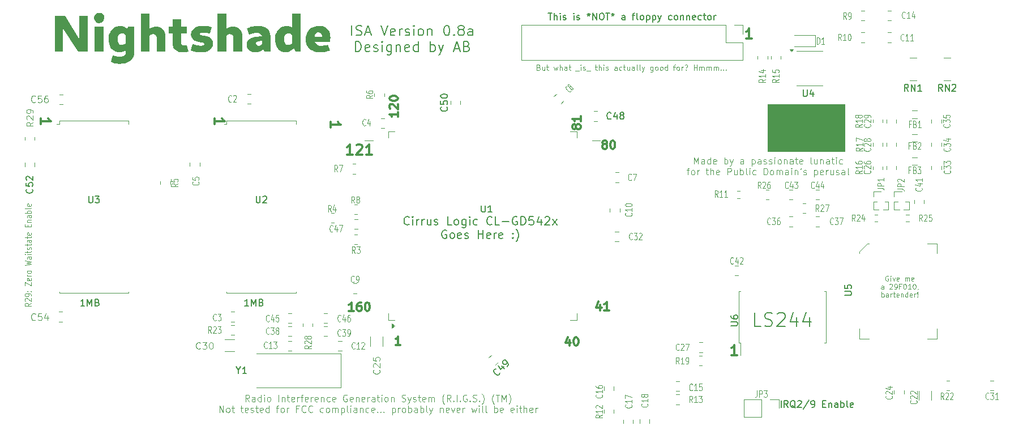
<source format=gbr>
%TF.GenerationSoftware,KiCad,Pcbnew,8.0.5-dirty*%
%TF.CreationDate,2024-12-24T12:28:51-08:00*%
%TF.ProjectId,nightshade,6e696768-7473-4686-9164-652e6b696361,rev?*%
%TF.SameCoordinates,Original*%
%TF.FileFunction,Legend,Top*%
%TF.FilePolarity,Positive*%
%FSLAX46Y46*%
G04 Gerber Fmt 4.6, Leading zero omitted, Abs format (unit mm)*
G04 Created by KiCad (PCBNEW 8.0.5-dirty) date 2024-12-24 12:28:51*
%MOMM*%
%LPD*%
G01*
G04 APERTURE LIST*
%ADD10C,0.120000*%
%ADD11C,0.100000*%
%ADD12C,0.300000*%
%ADD13C,0.200000*%
%ADD14C,0.150000*%
%ADD15C,0.075000*%
G04 APERTURE END LIST*
D10*
X169500000Y-103900000D02*
X170725000Y-103900000D01*
X195750000Y-98500000D02*
X207250000Y-98500000D01*
X207250000Y-105500000D01*
X195750000Y-105500000D01*
X195750000Y-98500000D01*
G36*
X195750000Y-98500000D02*
G01*
X207250000Y-98500000D01*
X207250000Y-105500000D01*
X195750000Y-105500000D01*
X195750000Y-98500000D01*
G37*
X135475000Y-103900000D02*
X136700000Y-103900000D01*
X136700000Y-103900000D02*
X136725000Y-103900000D01*
D11*
X85657419Y-128196427D02*
X85181228Y-128446427D01*
X85657419Y-128624998D02*
X84657419Y-128624998D01*
X84657419Y-128624998D02*
X84657419Y-128339284D01*
X84657419Y-128339284D02*
X84705038Y-128267855D01*
X84705038Y-128267855D02*
X84752657Y-128232141D01*
X84752657Y-128232141D02*
X84847895Y-128196427D01*
X84847895Y-128196427D02*
X84990752Y-128196427D01*
X84990752Y-128196427D02*
X85085990Y-128232141D01*
X85085990Y-128232141D02*
X85133609Y-128267855D01*
X85133609Y-128267855D02*
X85181228Y-128339284D01*
X85181228Y-128339284D02*
X85181228Y-128624998D01*
X84752657Y-127910712D02*
X84705038Y-127874998D01*
X84705038Y-127874998D02*
X84657419Y-127803570D01*
X84657419Y-127803570D02*
X84657419Y-127624998D01*
X84657419Y-127624998D02*
X84705038Y-127553570D01*
X84705038Y-127553570D02*
X84752657Y-127517855D01*
X84752657Y-127517855D02*
X84847895Y-127482141D01*
X84847895Y-127482141D02*
X84943133Y-127482141D01*
X84943133Y-127482141D02*
X85085990Y-127517855D01*
X85085990Y-127517855D02*
X85657419Y-127946427D01*
X85657419Y-127946427D02*
X85657419Y-127482141D01*
X85657419Y-127124998D02*
X85657419Y-126982141D01*
X85657419Y-126982141D02*
X85609800Y-126910712D01*
X85609800Y-126910712D02*
X85562180Y-126874998D01*
X85562180Y-126874998D02*
X85419323Y-126803569D01*
X85419323Y-126803569D02*
X85228847Y-126767855D01*
X85228847Y-126767855D02*
X84847895Y-126767855D01*
X84847895Y-126767855D02*
X84752657Y-126803569D01*
X84752657Y-126803569D02*
X84705038Y-126839284D01*
X84705038Y-126839284D02*
X84657419Y-126910712D01*
X84657419Y-126910712D02*
X84657419Y-127053569D01*
X84657419Y-127053569D02*
X84705038Y-127124998D01*
X84705038Y-127124998D02*
X84752657Y-127160712D01*
X84752657Y-127160712D02*
X84847895Y-127196426D01*
X84847895Y-127196426D02*
X85085990Y-127196426D01*
X85085990Y-127196426D02*
X85181228Y-127160712D01*
X85181228Y-127160712D02*
X85228847Y-127124998D01*
X85228847Y-127124998D02*
X85276466Y-127053569D01*
X85276466Y-127053569D02*
X85276466Y-126910712D01*
X85276466Y-126910712D02*
X85228847Y-126839284D01*
X85228847Y-126839284D02*
X85181228Y-126803569D01*
X85181228Y-126803569D02*
X85085990Y-126767855D01*
X85562180Y-126446426D02*
X85609800Y-126410712D01*
X85609800Y-126410712D02*
X85657419Y-126446426D01*
X85657419Y-126446426D02*
X85609800Y-126482140D01*
X85609800Y-126482140D02*
X85562180Y-126446426D01*
X85562180Y-126446426D02*
X85657419Y-126446426D01*
X85038371Y-126446426D02*
X85085990Y-126410712D01*
X85085990Y-126410712D02*
X85133609Y-126446426D01*
X85133609Y-126446426D02*
X85085990Y-126482140D01*
X85085990Y-126482140D02*
X85038371Y-126446426D01*
X85038371Y-126446426D02*
X85133609Y-126446426D01*
X84657419Y-125589283D02*
X84657419Y-125089283D01*
X84657419Y-125089283D02*
X85657419Y-125589283D01*
X85657419Y-125589283D02*
X85657419Y-125089283D01*
X85609800Y-124517854D02*
X85657419Y-124589282D01*
X85657419Y-124589282D02*
X85657419Y-124732140D01*
X85657419Y-124732140D02*
X85609800Y-124803568D01*
X85609800Y-124803568D02*
X85514561Y-124839282D01*
X85514561Y-124839282D02*
X85133609Y-124839282D01*
X85133609Y-124839282D02*
X85038371Y-124803568D01*
X85038371Y-124803568D02*
X84990752Y-124732140D01*
X84990752Y-124732140D02*
X84990752Y-124589282D01*
X84990752Y-124589282D02*
X85038371Y-124517854D01*
X85038371Y-124517854D02*
X85133609Y-124482140D01*
X85133609Y-124482140D02*
X85228847Y-124482140D01*
X85228847Y-124482140D02*
X85324085Y-124839282D01*
X85657419Y-124160711D02*
X84990752Y-124160711D01*
X85181228Y-124160711D02*
X85085990Y-124124997D01*
X85085990Y-124124997D02*
X85038371Y-124089283D01*
X85038371Y-124089283D02*
X84990752Y-124017854D01*
X84990752Y-124017854D02*
X84990752Y-123946425D01*
X85657419Y-123589282D02*
X85609800Y-123660711D01*
X85609800Y-123660711D02*
X85562180Y-123696425D01*
X85562180Y-123696425D02*
X85466942Y-123732139D01*
X85466942Y-123732139D02*
X85181228Y-123732139D01*
X85181228Y-123732139D02*
X85085990Y-123696425D01*
X85085990Y-123696425D02*
X85038371Y-123660711D01*
X85038371Y-123660711D02*
X84990752Y-123589282D01*
X84990752Y-123589282D02*
X84990752Y-123482139D01*
X84990752Y-123482139D02*
X85038371Y-123410711D01*
X85038371Y-123410711D02*
X85085990Y-123374997D01*
X85085990Y-123374997D02*
X85181228Y-123339282D01*
X85181228Y-123339282D02*
X85466942Y-123339282D01*
X85466942Y-123339282D02*
X85562180Y-123374997D01*
X85562180Y-123374997D02*
X85609800Y-123410711D01*
X85609800Y-123410711D02*
X85657419Y-123482139D01*
X85657419Y-123482139D02*
X85657419Y-123589282D01*
X84657419Y-122517854D02*
X85657419Y-122339282D01*
X85657419Y-122339282D02*
X84943133Y-122196425D01*
X84943133Y-122196425D02*
X85657419Y-122053568D01*
X85657419Y-122053568D02*
X84657419Y-121874997D01*
X85657419Y-121267854D02*
X85133609Y-121267854D01*
X85133609Y-121267854D02*
X85038371Y-121303568D01*
X85038371Y-121303568D02*
X84990752Y-121374996D01*
X84990752Y-121374996D02*
X84990752Y-121517854D01*
X84990752Y-121517854D02*
X85038371Y-121589282D01*
X85609800Y-121267854D02*
X85657419Y-121339282D01*
X85657419Y-121339282D02*
X85657419Y-121517854D01*
X85657419Y-121517854D02*
X85609800Y-121589282D01*
X85609800Y-121589282D02*
X85514561Y-121624996D01*
X85514561Y-121624996D02*
X85419323Y-121624996D01*
X85419323Y-121624996D02*
X85324085Y-121589282D01*
X85324085Y-121589282D02*
X85276466Y-121517854D01*
X85276466Y-121517854D02*
X85276466Y-121339282D01*
X85276466Y-121339282D02*
X85228847Y-121267854D01*
X85657419Y-120910711D02*
X84990752Y-120910711D01*
X84657419Y-120910711D02*
X84705038Y-120946425D01*
X84705038Y-120946425D02*
X84752657Y-120910711D01*
X84752657Y-120910711D02*
X84705038Y-120874997D01*
X84705038Y-120874997D02*
X84657419Y-120910711D01*
X84657419Y-120910711D02*
X84752657Y-120910711D01*
X84990752Y-120660711D02*
X84990752Y-120374997D01*
X84657419Y-120553568D02*
X85514561Y-120553568D01*
X85514561Y-120553568D02*
X85609800Y-120517854D01*
X85609800Y-120517854D02*
X85657419Y-120446425D01*
X85657419Y-120446425D02*
X85657419Y-120374997D01*
X85609800Y-120160711D02*
X85657419Y-120089283D01*
X85657419Y-120089283D02*
X85657419Y-119946426D01*
X85657419Y-119946426D02*
X85609800Y-119874997D01*
X85609800Y-119874997D02*
X85514561Y-119839283D01*
X85514561Y-119839283D02*
X85466942Y-119839283D01*
X85466942Y-119839283D02*
X85371704Y-119874997D01*
X85371704Y-119874997D02*
X85324085Y-119946426D01*
X85324085Y-119946426D02*
X85324085Y-120053569D01*
X85324085Y-120053569D02*
X85276466Y-120124997D01*
X85276466Y-120124997D02*
X85181228Y-120160711D01*
X85181228Y-120160711D02*
X85133609Y-120160711D01*
X85133609Y-120160711D02*
X85038371Y-120124997D01*
X85038371Y-120124997D02*
X84990752Y-120053569D01*
X84990752Y-120053569D02*
X84990752Y-119946426D01*
X84990752Y-119946426D02*
X85038371Y-119874997D01*
X84990752Y-119624997D02*
X84990752Y-119339283D01*
X84657419Y-119517854D02*
X85514561Y-119517854D01*
X85514561Y-119517854D02*
X85609800Y-119482140D01*
X85609800Y-119482140D02*
X85657419Y-119410711D01*
X85657419Y-119410711D02*
X85657419Y-119339283D01*
X85657419Y-118767855D02*
X85133609Y-118767855D01*
X85133609Y-118767855D02*
X85038371Y-118803569D01*
X85038371Y-118803569D02*
X84990752Y-118874997D01*
X84990752Y-118874997D02*
X84990752Y-119017855D01*
X84990752Y-119017855D02*
X85038371Y-119089283D01*
X85609800Y-118767855D02*
X85657419Y-118839283D01*
X85657419Y-118839283D02*
X85657419Y-119017855D01*
X85657419Y-119017855D02*
X85609800Y-119089283D01*
X85609800Y-119089283D02*
X85514561Y-119124997D01*
X85514561Y-119124997D02*
X85419323Y-119124997D01*
X85419323Y-119124997D02*
X85324085Y-119089283D01*
X85324085Y-119089283D02*
X85276466Y-119017855D01*
X85276466Y-119017855D02*
X85276466Y-118839283D01*
X85276466Y-118839283D02*
X85228847Y-118767855D01*
X84990752Y-118517855D02*
X84990752Y-118232141D01*
X84657419Y-118410712D02*
X85514561Y-118410712D01*
X85514561Y-118410712D02*
X85609800Y-118374998D01*
X85609800Y-118374998D02*
X85657419Y-118303569D01*
X85657419Y-118303569D02*
X85657419Y-118232141D01*
X85609800Y-117696427D02*
X85657419Y-117767855D01*
X85657419Y-117767855D02*
X85657419Y-117910713D01*
X85657419Y-117910713D02*
X85609800Y-117982141D01*
X85609800Y-117982141D02*
X85514561Y-118017855D01*
X85514561Y-118017855D02*
X85133609Y-118017855D01*
X85133609Y-118017855D02*
X85038371Y-117982141D01*
X85038371Y-117982141D02*
X84990752Y-117910713D01*
X84990752Y-117910713D02*
X84990752Y-117767855D01*
X84990752Y-117767855D02*
X85038371Y-117696427D01*
X85038371Y-117696427D02*
X85133609Y-117660713D01*
X85133609Y-117660713D02*
X85228847Y-117660713D01*
X85228847Y-117660713D02*
X85324085Y-118017855D01*
X85133609Y-116767855D02*
X85133609Y-116517855D01*
X85657419Y-116410712D02*
X85657419Y-116767855D01*
X85657419Y-116767855D02*
X84657419Y-116767855D01*
X84657419Y-116767855D02*
X84657419Y-116410712D01*
X84990752Y-116089284D02*
X85657419Y-116089284D01*
X85085990Y-116089284D02*
X85038371Y-116053570D01*
X85038371Y-116053570D02*
X84990752Y-115982141D01*
X84990752Y-115982141D02*
X84990752Y-115874998D01*
X84990752Y-115874998D02*
X85038371Y-115803570D01*
X85038371Y-115803570D02*
X85133609Y-115767856D01*
X85133609Y-115767856D02*
X85657419Y-115767856D01*
X85657419Y-115089285D02*
X85133609Y-115089285D01*
X85133609Y-115089285D02*
X85038371Y-115124999D01*
X85038371Y-115124999D02*
X84990752Y-115196427D01*
X84990752Y-115196427D02*
X84990752Y-115339285D01*
X84990752Y-115339285D02*
X85038371Y-115410713D01*
X85609800Y-115089285D02*
X85657419Y-115160713D01*
X85657419Y-115160713D02*
X85657419Y-115339285D01*
X85657419Y-115339285D02*
X85609800Y-115410713D01*
X85609800Y-115410713D02*
X85514561Y-115446427D01*
X85514561Y-115446427D02*
X85419323Y-115446427D01*
X85419323Y-115446427D02*
X85324085Y-115410713D01*
X85324085Y-115410713D02*
X85276466Y-115339285D01*
X85276466Y-115339285D02*
X85276466Y-115160713D01*
X85276466Y-115160713D02*
X85228847Y-115089285D01*
X85657419Y-114732142D02*
X84657419Y-114732142D01*
X85038371Y-114732142D02*
X84990752Y-114660714D01*
X84990752Y-114660714D02*
X84990752Y-114517856D01*
X84990752Y-114517856D02*
X85038371Y-114446428D01*
X85038371Y-114446428D02*
X85085990Y-114410714D01*
X85085990Y-114410714D02*
X85181228Y-114374999D01*
X85181228Y-114374999D02*
X85466942Y-114374999D01*
X85466942Y-114374999D02*
X85562180Y-114410714D01*
X85562180Y-114410714D02*
X85609800Y-114446428D01*
X85609800Y-114446428D02*
X85657419Y-114517856D01*
X85657419Y-114517856D02*
X85657419Y-114660714D01*
X85657419Y-114660714D02*
X85609800Y-114732142D01*
X85657419Y-113946428D02*
X85609800Y-114017857D01*
X85609800Y-114017857D02*
X85514561Y-114053571D01*
X85514561Y-114053571D02*
X84657419Y-114053571D01*
X85609800Y-113375000D02*
X85657419Y-113446428D01*
X85657419Y-113446428D02*
X85657419Y-113589286D01*
X85657419Y-113589286D02*
X85609800Y-113660714D01*
X85609800Y-113660714D02*
X85514561Y-113696428D01*
X85514561Y-113696428D02*
X85133609Y-113696428D01*
X85133609Y-113696428D02*
X85038371Y-113660714D01*
X85038371Y-113660714D02*
X84990752Y-113589286D01*
X84990752Y-113589286D02*
X84990752Y-113446428D01*
X84990752Y-113446428D02*
X85038371Y-113375000D01*
X85038371Y-113375000D02*
X85133609Y-113339286D01*
X85133609Y-113339286D02*
X85228847Y-113339286D01*
X85228847Y-113339286D02*
X85324085Y-113696428D01*
D12*
X87071671Y-101428572D02*
X87071671Y-100571429D01*
X87071671Y-101000000D02*
X88571671Y-101000000D01*
X88571671Y-101000000D02*
X88357385Y-100857143D01*
X88357385Y-100857143D02*
X88214528Y-100714286D01*
X88214528Y-100714286D02*
X88143100Y-100571429D01*
D13*
X133564286Y-88196070D02*
X133564286Y-86696070D01*
X134207144Y-88124642D02*
X134421430Y-88196070D01*
X134421430Y-88196070D02*
X134778572Y-88196070D01*
X134778572Y-88196070D02*
X134921430Y-88124642D01*
X134921430Y-88124642D02*
X134992858Y-88053213D01*
X134992858Y-88053213D02*
X135064287Y-87910356D01*
X135064287Y-87910356D02*
X135064287Y-87767499D01*
X135064287Y-87767499D02*
X134992858Y-87624642D01*
X134992858Y-87624642D02*
X134921430Y-87553213D01*
X134921430Y-87553213D02*
X134778572Y-87481784D01*
X134778572Y-87481784D02*
X134492858Y-87410356D01*
X134492858Y-87410356D02*
X134350001Y-87338927D01*
X134350001Y-87338927D02*
X134278572Y-87267499D01*
X134278572Y-87267499D02*
X134207144Y-87124642D01*
X134207144Y-87124642D02*
X134207144Y-86981784D01*
X134207144Y-86981784D02*
X134278572Y-86838927D01*
X134278572Y-86838927D02*
X134350001Y-86767499D01*
X134350001Y-86767499D02*
X134492858Y-86696070D01*
X134492858Y-86696070D02*
X134850001Y-86696070D01*
X134850001Y-86696070D02*
X135064287Y-86767499D01*
X135635715Y-87767499D02*
X136350001Y-87767499D01*
X135492858Y-88196070D02*
X135992858Y-86696070D01*
X135992858Y-86696070D02*
X136492858Y-88196070D01*
X137921429Y-86696070D02*
X138421429Y-88196070D01*
X138421429Y-88196070D02*
X138921429Y-86696070D01*
X139992857Y-88124642D02*
X139850000Y-88196070D01*
X139850000Y-88196070D02*
X139564286Y-88196070D01*
X139564286Y-88196070D02*
X139421428Y-88124642D01*
X139421428Y-88124642D02*
X139350000Y-87981784D01*
X139350000Y-87981784D02*
X139350000Y-87410356D01*
X139350000Y-87410356D02*
X139421428Y-87267499D01*
X139421428Y-87267499D02*
X139564286Y-87196070D01*
X139564286Y-87196070D02*
X139850000Y-87196070D01*
X139850000Y-87196070D02*
X139992857Y-87267499D01*
X139992857Y-87267499D02*
X140064286Y-87410356D01*
X140064286Y-87410356D02*
X140064286Y-87553213D01*
X140064286Y-87553213D02*
X139350000Y-87696070D01*
X140707142Y-88196070D02*
X140707142Y-87196070D01*
X140707142Y-87481784D02*
X140778571Y-87338927D01*
X140778571Y-87338927D02*
X140850000Y-87267499D01*
X140850000Y-87267499D02*
X140992857Y-87196070D01*
X140992857Y-87196070D02*
X141135714Y-87196070D01*
X141564285Y-88124642D02*
X141707142Y-88196070D01*
X141707142Y-88196070D02*
X141992856Y-88196070D01*
X141992856Y-88196070D02*
X142135713Y-88124642D01*
X142135713Y-88124642D02*
X142207142Y-87981784D01*
X142207142Y-87981784D02*
X142207142Y-87910356D01*
X142207142Y-87910356D02*
X142135713Y-87767499D01*
X142135713Y-87767499D02*
X141992856Y-87696070D01*
X141992856Y-87696070D02*
X141778571Y-87696070D01*
X141778571Y-87696070D02*
X141635713Y-87624642D01*
X141635713Y-87624642D02*
X141564285Y-87481784D01*
X141564285Y-87481784D02*
X141564285Y-87410356D01*
X141564285Y-87410356D02*
X141635713Y-87267499D01*
X141635713Y-87267499D02*
X141778571Y-87196070D01*
X141778571Y-87196070D02*
X141992856Y-87196070D01*
X141992856Y-87196070D02*
X142135713Y-87267499D01*
X142849999Y-88196070D02*
X142849999Y-87196070D01*
X142849999Y-86696070D02*
X142778571Y-86767499D01*
X142778571Y-86767499D02*
X142849999Y-86838927D01*
X142849999Y-86838927D02*
X142921428Y-86767499D01*
X142921428Y-86767499D02*
X142849999Y-86696070D01*
X142849999Y-86696070D02*
X142849999Y-86838927D01*
X143778571Y-88196070D02*
X143635714Y-88124642D01*
X143635714Y-88124642D02*
X143564285Y-88053213D01*
X143564285Y-88053213D02*
X143492857Y-87910356D01*
X143492857Y-87910356D02*
X143492857Y-87481784D01*
X143492857Y-87481784D02*
X143564285Y-87338927D01*
X143564285Y-87338927D02*
X143635714Y-87267499D01*
X143635714Y-87267499D02*
X143778571Y-87196070D01*
X143778571Y-87196070D02*
X143992857Y-87196070D01*
X143992857Y-87196070D02*
X144135714Y-87267499D01*
X144135714Y-87267499D02*
X144207143Y-87338927D01*
X144207143Y-87338927D02*
X144278571Y-87481784D01*
X144278571Y-87481784D02*
X144278571Y-87910356D01*
X144278571Y-87910356D02*
X144207143Y-88053213D01*
X144207143Y-88053213D02*
X144135714Y-88124642D01*
X144135714Y-88124642D02*
X143992857Y-88196070D01*
X143992857Y-88196070D02*
X143778571Y-88196070D01*
X144921428Y-87196070D02*
X144921428Y-88196070D01*
X144921428Y-87338927D02*
X144992857Y-87267499D01*
X144992857Y-87267499D02*
X145135714Y-87196070D01*
X145135714Y-87196070D02*
X145350000Y-87196070D01*
X145350000Y-87196070D02*
X145492857Y-87267499D01*
X145492857Y-87267499D02*
X145564286Y-87410356D01*
X145564286Y-87410356D02*
X145564286Y-88196070D01*
X147707143Y-86696070D02*
X147850000Y-86696070D01*
X147850000Y-86696070D02*
X147992857Y-86767499D01*
X147992857Y-86767499D02*
X148064286Y-86838927D01*
X148064286Y-86838927D02*
X148135714Y-86981784D01*
X148135714Y-86981784D02*
X148207143Y-87267499D01*
X148207143Y-87267499D02*
X148207143Y-87624642D01*
X148207143Y-87624642D02*
X148135714Y-87910356D01*
X148135714Y-87910356D02*
X148064286Y-88053213D01*
X148064286Y-88053213D02*
X147992857Y-88124642D01*
X147992857Y-88124642D02*
X147850000Y-88196070D01*
X147850000Y-88196070D02*
X147707143Y-88196070D01*
X147707143Y-88196070D02*
X147564286Y-88124642D01*
X147564286Y-88124642D02*
X147492857Y-88053213D01*
X147492857Y-88053213D02*
X147421428Y-87910356D01*
X147421428Y-87910356D02*
X147350000Y-87624642D01*
X147350000Y-87624642D02*
X147350000Y-87267499D01*
X147350000Y-87267499D02*
X147421428Y-86981784D01*
X147421428Y-86981784D02*
X147492857Y-86838927D01*
X147492857Y-86838927D02*
X147564286Y-86767499D01*
X147564286Y-86767499D02*
X147707143Y-86696070D01*
X148849999Y-88053213D02*
X148921428Y-88124642D01*
X148921428Y-88124642D02*
X148849999Y-88196070D01*
X148849999Y-88196070D02*
X148778571Y-88124642D01*
X148778571Y-88124642D02*
X148849999Y-88053213D01*
X148849999Y-88053213D02*
X148849999Y-88196070D01*
X149778571Y-87338927D02*
X149635714Y-87267499D01*
X149635714Y-87267499D02*
X149564285Y-87196070D01*
X149564285Y-87196070D02*
X149492857Y-87053213D01*
X149492857Y-87053213D02*
X149492857Y-86981784D01*
X149492857Y-86981784D02*
X149564285Y-86838927D01*
X149564285Y-86838927D02*
X149635714Y-86767499D01*
X149635714Y-86767499D02*
X149778571Y-86696070D01*
X149778571Y-86696070D02*
X150064285Y-86696070D01*
X150064285Y-86696070D02*
X150207143Y-86767499D01*
X150207143Y-86767499D02*
X150278571Y-86838927D01*
X150278571Y-86838927D02*
X150350000Y-86981784D01*
X150350000Y-86981784D02*
X150350000Y-87053213D01*
X150350000Y-87053213D02*
X150278571Y-87196070D01*
X150278571Y-87196070D02*
X150207143Y-87267499D01*
X150207143Y-87267499D02*
X150064285Y-87338927D01*
X150064285Y-87338927D02*
X149778571Y-87338927D01*
X149778571Y-87338927D02*
X149635714Y-87410356D01*
X149635714Y-87410356D02*
X149564285Y-87481784D01*
X149564285Y-87481784D02*
X149492857Y-87624642D01*
X149492857Y-87624642D02*
X149492857Y-87910356D01*
X149492857Y-87910356D02*
X149564285Y-88053213D01*
X149564285Y-88053213D02*
X149635714Y-88124642D01*
X149635714Y-88124642D02*
X149778571Y-88196070D01*
X149778571Y-88196070D02*
X150064285Y-88196070D01*
X150064285Y-88196070D02*
X150207143Y-88124642D01*
X150207143Y-88124642D02*
X150278571Y-88053213D01*
X150278571Y-88053213D02*
X150350000Y-87910356D01*
X150350000Y-87910356D02*
X150350000Y-87624642D01*
X150350000Y-87624642D02*
X150278571Y-87481784D01*
X150278571Y-87481784D02*
X150207143Y-87410356D01*
X150207143Y-87410356D02*
X150064285Y-87338927D01*
X151635714Y-88196070D02*
X151635714Y-87410356D01*
X151635714Y-87410356D02*
X151564285Y-87267499D01*
X151564285Y-87267499D02*
X151421428Y-87196070D01*
X151421428Y-87196070D02*
X151135714Y-87196070D01*
X151135714Y-87196070D02*
X150992856Y-87267499D01*
X151635714Y-88124642D02*
X151492856Y-88196070D01*
X151492856Y-88196070D02*
X151135714Y-88196070D01*
X151135714Y-88196070D02*
X150992856Y-88124642D01*
X150992856Y-88124642D02*
X150921428Y-87981784D01*
X150921428Y-87981784D02*
X150921428Y-87838927D01*
X150921428Y-87838927D02*
X150992856Y-87696070D01*
X150992856Y-87696070D02*
X151135714Y-87624642D01*
X151135714Y-87624642D02*
X151492856Y-87624642D01*
X151492856Y-87624642D02*
X151635714Y-87553213D01*
X134135714Y-90610986D02*
X134135714Y-89110986D01*
X134135714Y-89110986D02*
X134492857Y-89110986D01*
X134492857Y-89110986D02*
X134707143Y-89182415D01*
X134707143Y-89182415D02*
X134850000Y-89325272D01*
X134850000Y-89325272D02*
X134921429Y-89468129D01*
X134921429Y-89468129D02*
X134992857Y-89753843D01*
X134992857Y-89753843D02*
X134992857Y-89968129D01*
X134992857Y-89968129D02*
X134921429Y-90253843D01*
X134921429Y-90253843D02*
X134850000Y-90396700D01*
X134850000Y-90396700D02*
X134707143Y-90539558D01*
X134707143Y-90539558D02*
X134492857Y-90610986D01*
X134492857Y-90610986D02*
X134135714Y-90610986D01*
X136207143Y-90539558D02*
X136064286Y-90610986D01*
X136064286Y-90610986D02*
X135778572Y-90610986D01*
X135778572Y-90610986D02*
X135635714Y-90539558D01*
X135635714Y-90539558D02*
X135564286Y-90396700D01*
X135564286Y-90396700D02*
X135564286Y-89825272D01*
X135564286Y-89825272D02*
X135635714Y-89682415D01*
X135635714Y-89682415D02*
X135778572Y-89610986D01*
X135778572Y-89610986D02*
X136064286Y-89610986D01*
X136064286Y-89610986D02*
X136207143Y-89682415D01*
X136207143Y-89682415D02*
X136278572Y-89825272D01*
X136278572Y-89825272D02*
X136278572Y-89968129D01*
X136278572Y-89968129D02*
X135564286Y-90110986D01*
X136850000Y-90539558D02*
X136992857Y-90610986D01*
X136992857Y-90610986D02*
X137278571Y-90610986D01*
X137278571Y-90610986D02*
X137421428Y-90539558D01*
X137421428Y-90539558D02*
X137492857Y-90396700D01*
X137492857Y-90396700D02*
X137492857Y-90325272D01*
X137492857Y-90325272D02*
X137421428Y-90182415D01*
X137421428Y-90182415D02*
X137278571Y-90110986D01*
X137278571Y-90110986D02*
X137064286Y-90110986D01*
X137064286Y-90110986D02*
X136921428Y-90039558D01*
X136921428Y-90039558D02*
X136850000Y-89896700D01*
X136850000Y-89896700D02*
X136850000Y-89825272D01*
X136850000Y-89825272D02*
X136921428Y-89682415D01*
X136921428Y-89682415D02*
X137064286Y-89610986D01*
X137064286Y-89610986D02*
X137278571Y-89610986D01*
X137278571Y-89610986D02*
X137421428Y-89682415D01*
X138135714Y-90610986D02*
X138135714Y-89610986D01*
X138135714Y-89110986D02*
X138064286Y-89182415D01*
X138064286Y-89182415D02*
X138135714Y-89253843D01*
X138135714Y-89253843D02*
X138207143Y-89182415D01*
X138207143Y-89182415D02*
X138135714Y-89110986D01*
X138135714Y-89110986D02*
X138135714Y-89253843D01*
X139492858Y-89610986D02*
X139492858Y-90825272D01*
X139492858Y-90825272D02*
X139421429Y-90968129D01*
X139421429Y-90968129D02*
X139350000Y-91039558D01*
X139350000Y-91039558D02*
X139207143Y-91110986D01*
X139207143Y-91110986D02*
X138992858Y-91110986D01*
X138992858Y-91110986D02*
X138850000Y-91039558D01*
X139492858Y-90539558D02*
X139350000Y-90610986D01*
X139350000Y-90610986D02*
X139064286Y-90610986D01*
X139064286Y-90610986D02*
X138921429Y-90539558D01*
X138921429Y-90539558D02*
X138850000Y-90468129D01*
X138850000Y-90468129D02*
X138778572Y-90325272D01*
X138778572Y-90325272D02*
X138778572Y-89896700D01*
X138778572Y-89896700D02*
X138850000Y-89753843D01*
X138850000Y-89753843D02*
X138921429Y-89682415D01*
X138921429Y-89682415D02*
X139064286Y-89610986D01*
X139064286Y-89610986D02*
X139350000Y-89610986D01*
X139350000Y-89610986D02*
X139492858Y-89682415D01*
X140207143Y-89610986D02*
X140207143Y-90610986D01*
X140207143Y-89753843D02*
X140278572Y-89682415D01*
X140278572Y-89682415D02*
X140421429Y-89610986D01*
X140421429Y-89610986D02*
X140635715Y-89610986D01*
X140635715Y-89610986D02*
X140778572Y-89682415D01*
X140778572Y-89682415D02*
X140850001Y-89825272D01*
X140850001Y-89825272D02*
X140850001Y-90610986D01*
X142135715Y-90539558D02*
X141992858Y-90610986D01*
X141992858Y-90610986D02*
X141707144Y-90610986D01*
X141707144Y-90610986D02*
X141564286Y-90539558D01*
X141564286Y-90539558D02*
X141492858Y-90396700D01*
X141492858Y-90396700D02*
X141492858Y-89825272D01*
X141492858Y-89825272D02*
X141564286Y-89682415D01*
X141564286Y-89682415D02*
X141707144Y-89610986D01*
X141707144Y-89610986D02*
X141992858Y-89610986D01*
X141992858Y-89610986D02*
X142135715Y-89682415D01*
X142135715Y-89682415D02*
X142207144Y-89825272D01*
X142207144Y-89825272D02*
X142207144Y-89968129D01*
X142207144Y-89968129D02*
X141492858Y-90110986D01*
X143492858Y-90610986D02*
X143492858Y-89110986D01*
X143492858Y-90539558D02*
X143350000Y-90610986D01*
X143350000Y-90610986D02*
X143064286Y-90610986D01*
X143064286Y-90610986D02*
X142921429Y-90539558D01*
X142921429Y-90539558D02*
X142850000Y-90468129D01*
X142850000Y-90468129D02*
X142778572Y-90325272D01*
X142778572Y-90325272D02*
X142778572Y-89896700D01*
X142778572Y-89896700D02*
X142850000Y-89753843D01*
X142850000Y-89753843D02*
X142921429Y-89682415D01*
X142921429Y-89682415D02*
X143064286Y-89610986D01*
X143064286Y-89610986D02*
X143350000Y-89610986D01*
X143350000Y-89610986D02*
X143492858Y-89682415D01*
X145350000Y-90610986D02*
X145350000Y-89110986D01*
X145350000Y-89682415D02*
X145492858Y-89610986D01*
X145492858Y-89610986D02*
X145778572Y-89610986D01*
X145778572Y-89610986D02*
X145921429Y-89682415D01*
X145921429Y-89682415D02*
X145992858Y-89753843D01*
X145992858Y-89753843D02*
X146064286Y-89896700D01*
X146064286Y-89896700D02*
X146064286Y-90325272D01*
X146064286Y-90325272D02*
X145992858Y-90468129D01*
X145992858Y-90468129D02*
X145921429Y-90539558D01*
X145921429Y-90539558D02*
X145778572Y-90610986D01*
X145778572Y-90610986D02*
X145492858Y-90610986D01*
X145492858Y-90610986D02*
X145350000Y-90539558D01*
X146564286Y-89610986D02*
X146921429Y-90610986D01*
X147278572Y-89610986D02*
X146921429Y-90610986D01*
X146921429Y-90610986D02*
X146778572Y-90968129D01*
X146778572Y-90968129D02*
X146707143Y-91039558D01*
X146707143Y-91039558D02*
X146564286Y-91110986D01*
X148921429Y-90182415D02*
X149635715Y-90182415D01*
X148778572Y-90610986D02*
X149278572Y-89110986D01*
X149278572Y-89110986D02*
X149778572Y-90610986D01*
X150778571Y-89825272D02*
X150992857Y-89896700D01*
X150992857Y-89896700D02*
X151064286Y-89968129D01*
X151064286Y-89968129D02*
X151135714Y-90110986D01*
X151135714Y-90110986D02*
X151135714Y-90325272D01*
X151135714Y-90325272D02*
X151064286Y-90468129D01*
X151064286Y-90468129D02*
X150992857Y-90539558D01*
X150992857Y-90539558D02*
X150850000Y-90610986D01*
X150850000Y-90610986D02*
X150278571Y-90610986D01*
X150278571Y-90610986D02*
X150278571Y-89110986D01*
X150278571Y-89110986D02*
X150778571Y-89110986D01*
X150778571Y-89110986D02*
X150921429Y-89182415D01*
X150921429Y-89182415D02*
X150992857Y-89253843D01*
X150992857Y-89253843D02*
X151064286Y-89396700D01*
X151064286Y-89396700D02*
X151064286Y-89539558D01*
X151064286Y-89539558D02*
X150992857Y-89682415D01*
X150992857Y-89682415D02*
X150921429Y-89753843D01*
X150921429Y-89753843D02*
X150778571Y-89825272D01*
X150778571Y-89825272D02*
X150278571Y-89825272D01*
D12*
X133700001Y-105978328D02*
X132842858Y-105978328D01*
X133271429Y-105978328D02*
X133271429Y-104478328D01*
X133271429Y-104478328D02*
X133128572Y-104692614D01*
X133128572Y-104692614D02*
X132985715Y-104835471D01*
X132985715Y-104835471D02*
X132842858Y-104906900D01*
X134271429Y-104621185D02*
X134342857Y-104549757D01*
X134342857Y-104549757D02*
X134485715Y-104478328D01*
X134485715Y-104478328D02*
X134842857Y-104478328D01*
X134842857Y-104478328D02*
X134985715Y-104549757D01*
X134985715Y-104549757D02*
X135057143Y-104621185D01*
X135057143Y-104621185D02*
X135128572Y-104764042D01*
X135128572Y-104764042D02*
X135128572Y-104906900D01*
X135128572Y-104906900D02*
X135057143Y-105121185D01*
X135057143Y-105121185D02*
X134200000Y-105978328D01*
X134200000Y-105978328D02*
X135128572Y-105978328D01*
X136557143Y-105978328D02*
X135700000Y-105978328D01*
X136128571Y-105978328D02*
X136128571Y-104478328D01*
X136128571Y-104478328D02*
X135985714Y-104692614D01*
X135985714Y-104692614D02*
X135842857Y-104835471D01*
X135842857Y-104835471D02*
X135700000Y-104906900D01*
D11*
X118238093Y-142902447D02*
X117904760Y-142426256D01*
X117666665Y-142902447D02*
X117666665Y-141902447D01*
X117666665Y-141902447D02*
X118047617Y-141902447D01*
X118047617Y-141902447D02*
X118142855Y-141950066D01*
X118142855Y-141950066D02*
X118190474Y-141997685D01*
X118190474Y-141997685D02*
X118238093Y-142092923D01*
X118238093Y-142092923D02*
X118238093Y-142235780D01*
X118238093Y-142235780D02*
X118190474Y-142331018D01*
X118190474Y-142331018D02*
X118142855Y-142378637D01*
X118142855Y-142378637D02*
X118047617Y-142426256D01*
X118047617Y-142426256D02*
X117666665Y-142426256D01*
X119095236Y-142902447D02*
X119095236Y-142378637D01*
X119095236Y-142378637D02*
X119047617Y-142283399D01*
X119047617Y-142283399D02*
X118952379Y-142235780D01*
X118952379Y-142235780D02*
X118761903Y-142235780D01*
X118761903Y-142235780D02*
X118666665Y-142283399D01*
X119095236Y-142854828D02*
X118999998Y-142902447D01*
X118999998Y-142902447D02*
X118761903Y-142902447D01*
X118761903Y-142902447D02*
X118666665Y-142854828D01*
X118666665Y-142854828D02*
X118619046Y-142759589D01*
X118619046Y-142759589D02*
X118619046Y-142664351D01*
X118619046Y-142664351D02*
X118666665Y-142569113D01*
X118666665Y-142569113D02*
X118761903Y-142521494D01*
X118761903Y-142521494D02*
X118999998Y-142521494D01*
X118999998Y-142521494D02*
X119095236Y-142473875D01*
X119999998Y-142902447D02*
X119999998Y-141902447D01*
X119999998Y-142854828D02*
X119904760Y-142902447D01*
X119904760Y-142902447D02*
X119714284Y-142902447D01*
X119714284Y-142902447D02*
X119619046Y-142854828D01*
X119619046Y-142854828D02*
X119571427Y-142807208D01*
X119571427Y-142807208D02*
X119523808Y-142711970D01*
X119523808Y-142711970D02*
X119523808Y-142426256D01*
X119523808Y-142426256D02*
X119571427Y-142331018D01*
X119571427Y-142331018D02*
X119619046Y-142283399D01*
X119619046Y-142283399D02*
X119714284Y-142235780D01*
X119714284Y-142235780D02*
X119904760Y-142235780D01*
X119904760Y-142235780D02*
X119999998Y-142283399D01*
X120476189Y-142902447D02*
X120476189Y-142235780D01*
X120476189Y-141902447D02*
X120428570Y-141950066D01*
X120428570Y-141950066D02*
X120476189Y-141997685D01*
X120476189Y-141997685D02*
X120523808Y-141950066D01*
X120523808Y-141950066D02*
X120476189Y-141902447D01*
X120476189Y-141902447D02*
X120476189Y-141997685D01*
X121095236Y-142902447D02*
X120999998Y-142854828D01*
X120999998Y-142854828D02*
X120952379Y-142807208D01*
X120952379Y-142807208D02*
X120904760Y-142711970D01*
X120904760Y-142711970D02*
X120904760Y-142426256D01*
X120904760Y-142426256D02*
X120952379Y-142331018D01*
X120952379Y-142331018D02*
X120999998Y-142283399D01*
X120999998Y-142283399D02*
X121095236Y-142235780D01*
X121095236Y-142235780D02*
X121238093Y-142235780D01*
X121238093Y-142235780D02*
X121333331Y-142283399D01*
X121333331Y-142283399D02*
X121380950Y-142331018D01*
X121380950Y-142331018D02*
X121428569Y-142426256D01*
X121428569Y-142426256D02*
X121428569Y-142711970D01*
X121428569Y-142711970D02*
X121380950Y-142807208D01*
X121380950Y-142807208D02*
X121333331Y-142854828D01*
X121333331Y-142854828D02*
X121238093Y-142902447D01*
X121238093Y-142902447D02*
X121095236Y-142902447D01*
X122619046Y-142902447D02*
X122619046Y-141902447D01*
X123095236Y-142235780D02*
X123095236Y-142902447D01*
X123095236Y-142331018D02*
X123142855Y-142283399D01*
X123142855Y-142283399D02*
X123238093Y-142235780D01*
X123238093Y-142235780D02*
X123380950Y-142235780D01*
X123380950Y-142235780D02*
X123476188Y-142283399D01*
X123476188Y-142283399D02*
X123523807Y-142378637D01*
X123523807Y-142378637D02*
X123523807Y-142902447D01*
X123857141Y-142235780D02*
X124238093Y-142235780D01*
X123999998Y-141902447D02*
X123999998Y-142759589D01*
X123999998Y-142759589D02*
X124047617Y-142854828D01*
X124047617Y-142854828D02*
X124142855Y-142902447D01*
X124142855Y-142902447D02*
X124238093Y-142902447D01*
X124952379Y-142854828D02*
X124857141Y-142902447D01*
X124857141Y-142902447D02*
X124666665Y-142902447D01*
X124666665Y-142902447D02*
X124571427Y-142854828D01*
X124571427Y-142854828D02*
X124523808Y-142759589D01*
X124523808Y-142759589D02*
X124523808Y-142378637D01*
X124523808Y-142378637D02*
X124571427Y-142283399D01*
X124571427Y-142283399D02*
X124666665Y-142235780D01*
X124666665Y-142235780D02*
X124857141Y-142235780D01*
X124857141Y-142235780D02*
X124952379Y-142283399D01*
X124952379Y-142283399D02*
X124999998Y-142378637D01*
X124999998Y-142378637D02*
X124999998Y-142473875D01*
X124999998Y-142473875D02*
X124523808Y-142569113D01*
X125428570Y-142902447D02*
X125428570Y-142235780D01*
X125428570Y-142426256D02*
X125476189Y-142331018D01*
X125476189Y-142331018D02*
X125523808Y-142283399D01*
X125523808Y-142283399D02*
X125619046Y-142235780D01*
X125619046Y-142235780D02*
X125714284Y-142235780D01*
X125904761Y-142235780D02*
X126285713Y-142235780D01*
X126047618Y-142902447D02*
X126047618Y-142045304D01*
X126047618Y-142045304D02*
X126095237Y-141950066D01*
X126095237Y-141950066D02*
X126190475Y-141902447D01*
X126190475Y-141902447D02*
X126285713Y-141902447D01*
X126999999Y-142854828D02*
X126904761Y-142902447D01*
X126904761Y-142902447D02*
X126714285Y-142902447D01*
X126714285Y-142902447D02*
X126619047Y-142854828D01*
X126619047Y-142854828D02*
X126571428Y-142759589D01*
X126571428Y-142759589D02*
X126571428Y-142378637D01*
X126571428Y-142378637D02*
X126619047Y-142283399D01*
X126619047Y-142283399D02*
X126714285Y-142235780D01*
X126714285Y-142235780D02*
X126904761Y-142235780D01*
X126904761Y-142235780D02*
X126999999Y-142283399D01*
X126999999Y-142283399D02*
X127047618Y-142378637D01*
X127047618Y-142378637D02*
X127047618Y-142473875D01*
X127047618Y-142473875D02*
X126571428Y-142569113D01*
X127476190Y-142902447D02*
X127476190Y-142235780D01*
X127476190Y-142426256D02*
X127523809Y-142331018D01*
X127523809Y-142331018D02*
X127571428Y-142283399D01*
X127571428Y-142283399D02*
X127666666Y-142235780D01*
X127666666Y-142235780D02*
X127761904Y-142235780D01*
X128476190Y-142854828D02*
X128380952Y-142902447D01*
X128380952Y-142902447D02*
X128190476Y-142902447D01*
X128190476Y-142902447D02*
X128095238Y-142854828D01*
X128095238Y-142854828D02*
X128047619Y-142759589D01*
X128047619Y-142759589D02*
X128047619Y-142378637D01*
X128047619Y-142378637D02*
X128095238Y-142283399D01*
X128095238Y-142283399D02*
X128190476Y-142235780D01*
X128190476Y-142235780D02*
X128380952Y-142235780D01*
X128380952Y-142235780D02*
X128476190Y-142283399D01*
X128476190Y-142283399D02*
X128523809Y-142378637D01*
X128523809Y-142378637D02*
X128523809Y-142473875D01*
X128523809Y-142473875D02*
X128047619Y-142569113D01*
X128952381Y-142235780D02*
X128952381Y-142902447D01*
X128952381Y-142331018D02*
X129000000Y-142283399D01*
X129000000Y-142283399D02*
X129095238Y-142235780D01*
X129095238Y-142235780D02*
X129238095Y-142235780D01*
X129238095Y-142235780D02*
X129333333Y-142283399D01*
X129333333Y-142283399D02*
X129380952Y-142378637D01*
X129380952Y-142378637D02*
X129380952Y-142902447D01*
X130285714Y-142854828D02*
X130190476Y-142902447D01*
X130190476Y-142902447D02*
X130000000Y-142902447D01*
X130000000Y-142902447D02*
X129904762Y-142854828D01*
X129904762Y-142854828D02*
X129857143Y-142807208D01*
X129857143Y-142807208D02*
X129809524Y-142711970D01*
X129809524Y-142711970D02*
X129809524Y-142426256D01*
X129809524Y-142426256D02*
X129857143Y-142331018D01*
X129857143Y-142331018D02*
X129904762Y-142283399D01*
X129904762Y-142283399D02*
X130000000Y-142235780D01*
X130000000Y-142235780D02*
X130190476Y-142235780D01*
X130190476Y-142235780D02*
X130285714Y-142283399D01*
X131095238Y-142854828D02*
X131000000Y-142902447D01*
X131000000Y-142902447D02*
X130809524Y-142902447D01*
X130809524Y-142902447D02*
X130714286Y-142854828D01*
X130714286Y-142854828D02*
X130666667Y-142759589D01*
X130666667Y-142759589D02*
X130666667Y-142378637D01*
X130666667Y-142378637D02*
X130714286Y-142283399D01*
X130714286Y-142283399D02*
X130809524Y-142235780D01*
X130809524Y-142235780D02*
X131000000Y-142235780D01*
X131000000Y-142235780D02*
X131095238Y-142283399D01*
X131095238Y-142283399D02*
X131142857Y-142378637D01*
X131142857Y-142378637D02*
X131142857Y-142473875D01*
X131142857Y-142473875D02*
X130666667Y-142569113D01*
X132857143Y-141950066D02*
X132761905Y-141902447D01*
X132761905Y-141902447D02*
X132619048Y-141902447D01*
X132619048Y-141902447D02*
X132476191Y-141950066D01*
X132476191Y-141950066D02*
X132380953Y-142045304D01*
X132380953Y-142045304D02*
X132333334Y-142140542D01*
X132333334Y-142140542D02*
X132285715Y-142331018D01*
X132285715Y-142331018D02*
X132285715Y-142473875D01*
X132285715Y-142473875D02*
X132333334Y-142664351D01*
X132333334Y-142664351D02*
X132380953Y-142759589D01*
X132380953Y-142759589D02*
X132476191Y-142854828D01*
X132476191Y-142854828D02*
X132619048Y-142902447D01*
X132619048Y-142902447D02*
X132714286Y-142902447D01*
X132714286Y-142902447D02*
X132857143Y-142854828D01*
X132857143Y-142854828D02*
X132904762Y-142807208D01*
X132904762Y-142807208D02*
X132904762Y-142473875D01*
X132904762Y-142473875D02*
X132714286Y-142473875D01*
X133714286Y-142854828D02*
X133619048Y-142902447D01*
X133619048Y-142902447D02*
X133428572Y-142902447D01*
X133428572Y-142902447D02*
X133333334Y-142854828D01*
X133333334Y-142854828D02*
X133285715Y-142759589D01*
X133285715Y-142759589D02*
X133285715Y-142378637D01*
X133285715Y-142378637D02*
X133333334Y-142283399D01*
X133333334Y-142283399D02*
X133428572Y-142235780D01*
X133428572Y-142235780D02*
X133619048Y-142235780D01*
X133619048Y-142235780D02*
X133714286Y-142283399D01*
X133714286Y-142283399D02*
X133761905Y-142378637D01*
X133761905Y-142378637D02*
X133761905Y-142473875D01*
X133761905Y-142473875D02*
X133285715Y-142569113D01*
X134190477Y-142235780D02*
X134190477Y-142902447D01*
X134190477Y-142331018D02*
X134238096Y-142283399D01*
X134238096Y-142283399D02*
X134333334Y-142235780D01*
X134333334Y-142235780D02*
X134476191Y-142235780D01*
X134476191Y-142235780D02*
X134571429Y-142283399D01*
X134571429Y-142283399D02*
X134619048Y-142378637D01*
X134619048Y-142378637D02*
X134619048Y-142902447D01*
X135476191Y-142854828D02*
X135380953Y-142902447D01*
X135380953Y-142902447D02*
X135190477Y-142902447D01*
X135190477Y-142902447D02*
X135095239Y-142854828D01*
X135095239Y-142854828D02*
X135047620Y-142759589D01*
X135047620Y-142759589D02*
X135047620Y-142378637D01*
X135047620Y-142378637D02*
X135095239Y-142283399D01*
X135095239Y-142283399D02*
X135190477Y-142235780D01*
X135190477Y-142235780D02*
X135380953Y-142235780D01*
X135380953Y-142235780D02*
X135476191Y-142283399D01*
X135476191Y-142283399D02*
X135523810Y-142378637D01*
X135523810Y-142378637D02*
X135523810Y-142473875D01*
X135523810Y-142473875D02*
X135047620Y-142569113D01*
X135952382Y-142902447D02*
X135952382Y-142235780D01*
X135952382Y-142426256D02*
X136000001Y-142331018D01*
X136000001Y-142331018D02*
X136047620Y-142283399D01*
X136047620Y-142283399D02*
X136142858Y-142235780D01*
X136142858Y-142235780D02*
X136238096Y-142235780D01*
X137000001Y-142902447D02*
X137000001Y-142378637D01*
X137000001Y-142378637D02*
X136952382Y-142283399D01*
X136952382Y-142283399D02*
X136857144Y-142235780D01*
X136857144Y-142235780D02*
X136666668Y-142235780D01*
X136666668Y-142235780D02*
X136571430Y-142283399D01*
X137000001Y-142854828D02*
X136904763Y-142902447D01*
X136904763Y-142902447D02*
X136666668Y-142902447D01*
X136666668Y-142902447D02*
X136571430Y-142854828D01*
X136571430Y-142854828D02*
X136523811Y-142759589D01*
X136523811Y-142759589D02*
X136523811Y-142664351D01*
X136523811Y-142664351D02*
X136571430Y-142569113D01*
X136571430Y-142569113D02*
X136666668Y-142521494D01*
X136666668Y-142521494D02*
X136904763Y-142521494D01*
X136904763Y-142521494D02*
X137000001Y-142473875D01*
X137333335Y-142235780D02*
X137714287Y-142235780D01*
X137476192Y-141902447D02*
X137476192Y-142759589D01*
X137476192Y-142759589D02*
X137523811Y-142854828D01*
X137523811Y-142854828D02*
X137619049Y-142902447D01*
X137619049Y-142902447D02*
X137714287Y-142902447D01*
X138047621Y-142902447D02*
X138047621Y-142235780D01*
X138047621Y-141902447D02*
X138000002Y-141950066D01*
X138000002Y-141950066D02*
X138047621Y-141997685D01*
X138047621Y-141997685D02*
X138095240Y-141950066D01*
X138095240Y-141950066D02*
X138047621Y-141902447D01*
X138047621Y-141902447D02*
X138047621Y-141997685D01*
X138666668Y-142902447D02*
X138571430Y-142854828D01*
X138571430Y-142854828D02*
X138523811Y-142807208D01*
X138523811Y-142807208D02*
X138476192Y-142711970D01*
X138476192Y-142711970D02*
X138476192Y-142426256D01*
X138476192Y-142426256D02*
X138523811Y-142331018D01*
X138523811Y-142331018D02*
X138571430Y-142283399D01*
X138571430Y-142283399D02*
X138666668Y-142235780D01*
X138666668Y-142235780D02*
X138809525Y-142235780D01*
X138809525Y-142235780D02*
X138904763Y-142283399D01*
X138904763Y-142283399D02*
X138952382Y-142331018D01*
X138952382Y-142331018D02*
X139000001Y-142426256D01*
X139000001Y-142426256D02*
X139000001Y-142711970D01*
X139000001Y-142711970D02*
X138952382Y-142807208D01*
X138952382Y-142807208D02*
X138904763Y-142854828D01*
X138904763Y-142854828D02*
X138809525Y-142902447D01*
X138809525Y-142902447D02*
X138666668Y-142902447D01*
X139428573Y-142235780D02*
X139428573Y-142902447D01*
X139428573Y-142331018D02*
X139476192Y-142283399D01*
X139476192Y-142283399D02*
X139571430Y-142235780D01*
X139571430Y-142235780D02*
X139714287Y-142235780D01*
X139714287Y-142235780D02*
X139809525Y-142283399D01*
X139809525Y-142283399D02*
X139857144Y-142378637D01*
X139857144Y-142378637D02*
X139857144Y-142902447D01*
X141047621Y-142854828D02*
X141190478Y-142902447D01*
X141190478Y-142902447D02*
X141428573Y-142902447D01*
X141428573Y-142902447D02*
X141523811Y-142854828D01*
X141523811Y-142854828D02*
X141571430Y-142807208D01*
X141571430Y-142807208D02*
X141619049Y-142711970D01*
X141619049Y-142711970D02*
X141619049Y-142616732D01*
X141619049Y-142616732D02*
X141571430Y-142521494D01*
X141571430Y-142521494D02*
X141523811Y-142473875D01*
X141523811Y-142473875D02*
X141428573Y-142426256D01*
X141428573Y-142426256D02*
X141238097Y-142378637D01*
X141238097Y-142378637D02*
X141142859Y-142331018D01*
X141142859Y-142331018D02*
X141095240Y-142283399D01*
X141095240Y-142283399D02*
X141047621Y-142188161D01*
X141047621Y-142188161D02*
X141047621Y-142092923D01*
X141047621Y-142092923D02*
X141095240Y-141997685D01*
X141095240Y-141997685D02*
X141142859Y-141950066D01*
X141142859Y-141950066D02*
X141238097Y-141902447D01*
X141238097Y-141902447D02*
X141476192Y-141902447D01*
X141476192Y-141902447D02*
X141619049Y-141950066D01*
X141952383Y-142235780D02*
X142190478Y-142902447D01*
X142428573Y-142235780D02*
X142190478Y-142902447D01*
X142190478Y-142902447D02*
X142095240Y-143140542D01*
X142095240Y-143140542D02*
X142047621Y-143188161D01*
X142047621Y-143188161D02*
X141952383Y-143235780D01*
X142761907Y-142854828D02*
X142857145Y-142902447D01*
X142857145Y-142902447D02*
X143047621Y-142902447D01*
X143047621Y-142902447D02*
X143142859Y-142854828D01*
X143142859Y-142854828D02*
X143190478Y-142759589D01*
X143190478Y-142759589D02*
X143190478Y-142711970D01*
X143190478Y-142711970D02*
X143142859Y-142616732D01*
X143142859Y-142616732D02*
X143047621Y-142569113D01*
X143047621Y-142569113D02*
X142904764Y-142569113D01*
X142904764Y-142569113D02*
X142809526Y-142521494D01*
X142809526Y-142521494D02*
X142761907Y-142426256D01*
X142761907Y-142426256D02*
X142761907Y-142378637D01*
X142761907Y-142378637D02*
X142809526Y-142283399D01*
X142809526Y-142283399D02*
X142904764Y-142235780D01*
X142904764Y-142235780D02*
X143047621Y-142235780D01*
X143047621Y-142235780D02*
X143142859Y-142283399D01*
X143476193Y-142235780D02*
X143857145Y-142235780D01*
X143619050Y-141902447D02*
X143619050Y-142759589D01*
X143619050Y-142759589D02*
X143666669Y-142854828D01*
X143666669Y-142854828D02*
X143761907Y-142902447D01*
X143761907Y-142902447D02*
X143857145Y-142902447D01*
X144571431Y-142854828D02*
X144476193Y-142902447D01*
X144476193Y-142902447D02*
X144285717Y-142902447D01*
X144285717Y-142902447D02*
X144190479Y-142854828D01*
X144190479Y-142854828D02*
X144142860Y-142759589D01*
X144142860Y-142759589D02*
X144142860Y-142378637D01*
X144142860Y-142378637D02*
X144190479Y-142283399D01*
X144190479Y-142283399D02*
X144285717Y-142235780D01*
X144285717Y-142235780D02*
X144476193Y-142235780D01*
X144476193Y-142235780D02*
X144571431Y-142283399D01*
X144571431Y-142283399D02*
X144619050Y-142378637D01*
X144619050Y-142378637D02*
X144619050Y-142473875D01*
X144619050Y-142473875D02*
X144142860Y-142569113D01*
X145047622Y-142902447D02*
X145047622Y-142235780D01*
X145047622Y-142331018D02*
X145095241Y-142283399D01*
X145095241Y-142283399D02*
X145190479Y-142235780D01*
X145190479Y-142235780D02*
X145333336Y-142235780D01*
X145333336Y-142235780D02*
X145428574Y-142283399D01*
X145428574Y-142283399D02*
X145476193Y-142378637D01*
X145476193Y-142378637D02*
X145476193Y-142902447D01*
X145476193Y-142378637D02*
X145523812Y-142283399D01*
X145523812Y-142283399D02*
X145619050Y-142235780D01*
X145619050Y-142235780D02*
X145761907Y-142235780D01*
X145761907Y-142235780D02*
X145857146Y-142283399D01*
X145857146Y-142283399D02*
X145904765Y-142378637D01*
X145904765Y-142378637D02*
X145904765Y-142902447D01*
X147428574Y-143283399D02*
X147380955Y-143235780D01*
X147380955Y-143235780D02*
X147285717Y-143092923D01*
X147285717Y-143092923D02*
X147238098Y-142997685D01*
X147238098Y-142997685D02*
X147190479Y-142854828D01*
X147190479Y-142854828D02*
X147142860Y-142616732D01*
X147142860Y-142616732D02*
X147142860Y-142426256D01*
X147142860Y-142426256D02*
X147190479Y-142188161D01*
X147190479Y-142188161D02*
X147238098Y-142045304D01*
X147238098Y-142045304D02*
X147285717Y-141950066D01*
X147285717Y-141950066D02*
X147380955Y-141807208D01*
X147380955Y-141807208D02*
X147428574Y-141759589D01*
X148380955Y-142902447D02*
X148047622Y-142426256D01*
X147809527Y-142902447D02*
X147809527Y-141902447D01*
X147809527Y-141902447D02*
X148190479Y-141902447D01*
X148190479Y-141902447D02*
X148285717Y-141950066D01*
X148285717Y-141950066D02*
X148333336Y-141997685D01*
X148333336Y-141997685D02*
X148380955Y-142092923D01*
X148380955Y-142092923D02*
X148380955Y-142235780D01*
X148380955Y-142235780D02*
X148333336Y-142331018D01*
X148333336Y-142331018D02*
X148285717Y-142378637D01*
X148285717Y-142378637D02*
X148190479Y-142426256D01*
X148190479Y-142426256D02*
X147809527Y-142426256D01*
X148809527Y-142807208D02*
X148857146Y-142854828D01*
X148857146Y-142854828D02*
X148809527Y-142902447D01*
X148809527Y-142902447D02*
X148761908Y-142854828D01*
X148761908Y-142854828D02*
X148809527Y-142807208D01*
X148809527Y-142807208D02*
X148809527Y-142902447D01*
X149285717Y-142902447D02*
X149285717Y-141902447D01*
X149761907Y-142807208D02*
X149809526Y-142854828D01*
X149809526Y-142854828D02*
X149761907Y-142902447D01*
X149761907Y-142902447D02*
X149714288Y-142854828D01*
X149714288Y-142854828D02*
X149761907Y-142807208D01*
X149761907Y-142807208D02*
X149761907Y-142902447D01*
X150761906Y-141950066D02*
X150666668Y-141902447D01*
X150666668Y-141902447D02*
X150523811Y-141902447D01*
X150523811Y-141902447D02*
X150380954Y-141950066D01*
X150380954Y-141950066D02*
X150285716Y-142045304D01*
X150285716Y-142045304D02*
X150238097Y-142140542D01*
X150238097Y-142140542D02*
X150190478Y-142331018D01*
X150190478Y-142331018D02*
X150190478Y-142473875D01*
X150190478Y-142473875D02*
X150238097Y-142664351D01*
X150238097Y-142664351D02*
X150285716Y-142759589D01*
X150285716Y-142759589D02*
X150380954Y-142854828D01*
X150380954Y-142854828D02*
X150523811Y-142902447D01*
X150523811Y-142902447D02*
X150619049Y-142902447D01*
X150619049Y-142902447D02*
X150761906Y-142854828D01*
X150761906Y-142854828D02*
X150809525Y-142807208D01*
X150809525Y-142807208D02*
X150809525Y-142473875D01*
X150809525Y-142473875D02*
X150619049Y-142473875D01*
X151238097Y-142807208D02*
X151285716Y-142854828D01*
X151285716Y-142854828D02*
X151238097Y-142902447D01*
X151238097Y-142902447D02*
X151190478Y-142854828D01*
X151190478Y-142854828D02*
X151238097Y-142807208D01*
X151238097Y-142807208D02*
X151238097Y-142902447D01*
X151666668Y-142854828D02*
X151809525Y-142902447D01*
X151809525Y-142902447D02*
X152047620Y-142902447D01*
X152047620Y-142902447D02*
X152142858Y-142854828D01*
X152142858Y-142854828D02*
X152190477Y-142807208D01*
X152190477Y-142807208D02*
X152238096Y-142711970D01*
X152238096Y-142711970D02*
X152238096Y-142616732D01*
X152238096Y-142616732D02*
X152190477Y-142521494D01*
X152190477Y-142521494D02*
X152142858Y-142473875D01*
X152142858Y-142473875D02*
X152047620Y-142426256D01*
X152047620Y-142426256D02*
X151857144Y-142378637D01*
X151857144Y-142378637D02*
X151761906Y-142331018D01*
X151761906Y-142331018D02*
X151714287Y-142283399D01*
X151714287Y-142283399D02*
X151666668Y-142188161D01*
X151666668Y-142188161D02*
X151666668Y-142092923D01*
X151666668Y-142092923D02*
X151714287Y-141997685D01*
X151714287Y-141997685D02*
X151761906Y-141950066D01*
X151761906Y-141950066D02*
X151857144Y-141902447D01*
X151857144Y-141902447D02*
X152095239Y-141902447D01*
X152095239Y-141902447D02*
X152238096Y-141950066D01*
X152666668Y-142807208D02*
X152714287Y-142854828D01*
X152714287Y-142854828D02*
X152666668Y-142902447D01*
X152666668Y-142902447D02*
X152619049Y-142854828D01*
X152619049Y-142854828D02*
X152666668Y-142807208D01*
X152666668Y-142807208D02*
X152666668Y-142902447D01*
X153047620Y-143283399D02*
X153095239Y-143235780D01*
X153095239Y-143235780D02*
X153190477Y-143092923D01*
X153190477Y-143092923D02*
X153238096Y-142997685D01*
X153238096Y-142997685D02*
X153285715Y-142854828D01*
X153285715Y-142854828D02*
X153333334Y-142616732D01*
X153333334Y-142616732D02*
X153333334Y-142426256D01*
X153333334Y-142426256D02*
X153285715Y-142188161D01*
X153285715Y-142188161D02*
X153238096Y-142045304D01*
X153238096Y-142045304D02*
X153190477Y-141950066D01*
X153190477Y-141950066D02*
X153095239Y-141807208D01*
X153095239Y-141807208D02*
X153047620Y-141759589D01*
X154857144Y-143283399D02*
X154809525Y-143235780D01*
X154809525Y-143235780D02*
X154714287Y-143092923D01*
X154714287Y-143092923D02*
X154666668Y-142997685D01*
X154666668Y-142997685D02*
X154619049Y-142854828D01*
X154619049Y-142854828D02*
X154571430Y-142616732D01*
X154571430Y-142616732D02*
X154571430Y-142426256D01*
X154571430Y-142426256D02*
X154619049Y-142188161D01*
X154619049Y-142188161D02*
X154666668Y-142045304D01*
X154666668Y-142045304D02*
X154714287Y-141950066D01*
X154714287Y-141950066D02*
X154809525Y-141807208D01*
X154809525Y-141807208D02*
X154857144Y-141759589D01*
X155095240Y-141902447D02*
X155666668Y-141902447D01*
X155380954Y-142902447D02*
X155380954Y-141902447D01*
X156000002Y-142902447D02*
X156000002Y-141902447D01*
X156000002Y-141902447D02*
X156333335Y-142616732D01*
X156333335Y-142616732D02*
X156666668Y-141902447D01*
X156666668Y-141902447D02*
X156666668Y-142902447D01*
X157047621Y-143283399D02*
X157095240Y-143235780D01*
X157095240Y-143235780D02*
X157190478Y-143092923D01*
X157190478Y-143092923D02*
X157238097Y-142997685D01*
X157238097Y-142997685D02*
X157285716Y-142854828D01*
X157285716Y-142854828D02*
X157333335Y-142616732D01*
X157333335Y-142616732D02*
X157333335Y-142426256D01*
X157333335Y-142426256D02*
X157285716Y-142188161D01*
X157285716Y-142188161D02*
X157238097Y-142045304D01*
X157238097Y-142045304D02*
X157190478Y-141950066D01*
X157190478Y-141950066D02*
X157095240Y-141807208D01*
X157095240Y-141807208D02*
X157047621Y-141759589D01*
X113785710Y-144512391D02*
X113785710Y-143512391D01*
X113785710Y-143512391D02*
X114357138Y-144512391D01*
X114357138Y-144512391D02*
X114357138Y-143512391D01*
X114976186Y-144512391D02*
X114880948Y-144464772D01*
X114880948Y-144464772D02*
X114833329Y-144417152D01*
X114833329Y-144417152D02*
X114785710Y-144321914D01*
X114785710Y-144321914D02*
X114785710Y-144036200D01*
X114785710Y-144036200D02*
X114833329Y-143940962D01*
X114833329Y-143940962D02*
X114880948Y-143893343D01*
X114880948Y-143893343D02*
X114976186Y-143845724D01*
X114976186Y-143845724D02*
X115119043Y-143845724D01*
X115119043Y-143845724D02*
X115214281Y-143893343D01*
X115214281Y-143893343D02*
X115261900Y-143940962D01*
X115261900Y-143940962D02*
X115309519Y-144036200D01*
X115309519Y-144036200D02*
X115309519Y-144321914D01*
X115309519Y-144321914D02*
X115261900Y-144417152D01*
X115261900Y-144417152D02*
X115214281Y-144464772D01*
X115214281Y-144464772D02*
X115119043Y-144512391D01*
X115119043Y-144512391D02*
X114976186Y-144512391D01*
X115595234Y-143845724D02*
X115976186Y-143845724D01*
X115738091Y-143512391D02*
X115738091Y-144369533D01*
X115738091Y-144369533D02*
X115785710Y-144464772D01*
X115785710Y-144464772D02*
X115880948Y-144512391D01*
X115880948Y-144512391D02*
X115976186Y-144512391D01*
X116928568Y-143845724D02*
X117309520Y-143845724D01*
X117071425Y-143512391D02*
X117071425Y-144369533D01*
X117071425Y-144369533D02*
X117119044Y-144464772D01*
X117119044Y-144464772D02*
X117214282Y-144512391D01*
X117214282Y-144512391D02*
X117309520Y-144512391D01*
X118023806Y-144464772D02*
X117928568Y-144512391D01*
X117928568Y-144512391D02*
X117738092Y-144512391D01*
X117738092Y-144512391D02*
X117642854Y-144464772D01*
X117642854Y-144464772D02*
X117595235Y-144369533D01*
X117595235Y-144369533D02*
X117595235Y-143988581D01*
X117595235Y-143988581D02*
X117642854Y-143893343D01*
X117642854Y-143893343D02*
X117738092Y-143845724D01*
X117738092Y-143845724D02*
X117928568Y-143845724D01*
X117928568Y-143845724D02*
X118023806Y-143893343D01*
X118023806Y-143893343D02*
X118071425Y-143988581D01*
X118071425Y-143988581D02*
X118071425Y-144083819D01*
X118071425Y-144083819D02*
X117595235Y-144179057D01*
X118452378Y-144464772D02*
X118547616Y-144512391D01*
X118547616Y-144512391D02*
X118738092Y-144512391D01*
X118738092Y-144512391D02*
X118833330Y-144464772D01*
X118833330Y-144464772D02*
X118880949Y-144369533D01*
X118880949Y-144369533D02*
X118880949Y-144321914D01*
X118880949Y-144321914D02*
X118833330Y-144226676D01*
X118833330Y-144226676D02*
X118738092Y-144179057D01*
X118738092Y-144179057D02*
X118595235Y-144179057D01*
X118595235Y-144179057D02*
X118499997Y-144131438D01*
X118499997Y-144131438D02*
X118452378Y-144036200D01*
X118452378Y-144036200D02*
X118452378Y-143988581D01*
X118452378Y-143988581D02*
X118499997Y-143893343D01*
X118499997Y-143893343D02*
X118595235Y-143845724D01*
X118595235Y-143845724D02*
X118738092Y-143845724D01*
X118738092Y-143845724D02*
X118833330Y-143893343D01*
X119166664Y-143845724D02*
X119547616Y-143845724D01*
X119309521Y-143512391D02*
X119309521Y-144369533D01*
X119309521Y-144369533D02*
X119357140Y-144464772D01*
X119357140Y-144464772D02*
X119452378Y-144512391D01*
X119452378Y-144512391D02*
X119547616Y-144512391D01*
X120261902Y-144464772D02*
X120166664Y-144512391D01*
X120166664Y-144512391D02*
X119976188Y-144512391D01*
X119976188Y-144512391D02*
X119880950Y-144464772D01*
X119880950Y-144464772D02*
X119833331Y-144369533D01*
X119833331Y-144369533D02*
X119833331Y-143988581D01*
X119833331Y-143988581D02*
X119880950Y-143893343D01*
X119880950Y-143893343D02*
X119976188Y-143845724D01*
X119976188Y-143845724D02*
X120166664Y-143845724D01*
X120166664Y-143845724D02*
X120261902Y-143893343D01*
X120261902Y-143893343D02*
X120309521Y-143988581D01*
X120309521Y-143988581D02*
X120309521Y-144083819D01*
X120309521Y-144083819D02*
X119833331Y-144179057D01*
X121166664Y-144512391D02*
X121166664Y-143512391D01*
X121166664Y-144464772D02*
X121071426Y-144512391D01*
X121071426Y-144512391D02*
X120880950Y-144512391D01*
X120880950Y-144512391D02*
X120785712Y-144464772D01*
X120785712Y-144464772D02*
X120738093Y-144417152D01*
X120738093Y-144417152D02*
X120690474Y-144321914D01*
X120690474Y-144321914D02*
X120690474Y-144036200D01*
X120690474Y-144036200D02*
X120738093Y-143940962D01*
X120738093Y-143940962D02*
X120785712Y-143893343D01*
X120785712Y-143893343D02*
X120880950Y-143845724D01*
X120880950Y-143845724D02*
X121071426Y-143845724D01*
X121071426Y-143845724D02*
X121166664Y-143893343D01*
X122261903Y-143845724D02*
X122642855Y-143845724D01*
X122404760Y-144512391D02*
X122404760Y-143655248D01*
X122404760Y-143655248D02*
X122452379Y-143560010D01*
X122452379Y-143560010D02*
X122547617Y-143512391D01*
X122547617Y-143512391D02*
X122642855Y-143512391D01*
X123119046Y-144512391D02*
X123023808Y-144464772D01*
X123023808Y-144464772D02*
X122976189Y-144417152D01*
X122976189Y-144417152D02*
X122928570Y-144321914D01*
X122928570Y-144321914D02*
X122928570Y-144036200D01*
X122928570Y-144036200D02*
X122976189Y-143940962D01*
X122976189Y-143940962D02*
X123023808Y-143893343D01*
X123023808Y-143893343D02*
X123119046Y-143845724D01*
X123119046Y-143845724D02*
X123261903Y-143845724D01*
X123261903Y-143845724D02*
X123357141Y-143893343D01*
X123357141Y-143893343D02*
X123404760Y-143940962D01*
X123404760Y-143940962D02*
X123452379Y-144036200D01*
X123452379Y-144036200D02*
X123452379Y-144321914D01*
X123452379Y-144321914D02*
X123404760Y-144417152D01*
X123404760Y-144417152D02*
X123357141Y-144464772D01*
X123357141Y-144464772D02*
X123261903Y-144512391D01*
X123261903Y-144512391D02*
X123119046Y-144512391D01*
X123880951Y-144512391D02*
X123880951Y-143845724D01*
X123880951Y-144036200D02*
X123928570Y-143940962D01*
X123928570Y-143940962D02*
X123976189Y-143893343D01*
X123976189Y-143893343D02*
X124071427Y-143845724D01*
X124071427Y-143845724D02*
X124166665Y-143845724D01*
X125595237Y-143988581D02*
X125261904Y-143988581D01*
X125261904Y-144512391D02*
X125261904Y-143512391D01*
X125261904Y-143512391D02*
X125738094Y-143512391D01*
X126690475Y-144417152D02*
X126642856Y-144464772D01*
X126642856Y-144464772D02*
X126499999Y-144512391D01*
X126499999Y-144512391D02*
X126404761Y-144512391D01*
X126404761Y-144512391D02*
X126261904Y-144464772D01*
X126261904Y-144464772D02*
X126166666Y-144369533D01*
X126166666Y-144369533D02*
X126119047Y-144274295D01*
X126119047Y-144274295D02*
X126071428Y-144083819D01*
X126071428Y-144083819D02*
X126071428Y-143940962D01*
X126071428Y-143940962D02*
X126119047Y-143750486D01*
X126119047Y-143750486D02*
X126166666Y-143655248D01*
X126166666Y-143655248D02*
X126261904Y-143560010D01*
X126261904Y-143560010D02*
X126404761Y-143512391D01*
X126404761Y-143512391D02*
X126499999Y-143512391D01*
X126499999Y-143512391D02*
X126642856Y-143560010D01*
X126642856Y-143560010D02*
X126690475Y-143607629D01*
X127690475Y-144417152D02*
X127642856Y-144464772D01*
X127642856Y-144464772D02*
X127499999Y-144512391D01*
X127499999Y-144512391D02*
X127404761Y-144512391D01*
X127404761Y-144512391D02*
X127261904Y-144464772D01*
X127261904Y-144464772D02*
X127166666Y-144369533D01*
X127166666Y-144369533D02*
X127119047Y-144274295D01*
X127119047Y-144274295D02*
X127071428Y-144083819D01*
X127071428Y-144083819D02*
X127071428Y-143940962D01*
X127071428Y-143940962D02*
X127119047Y-143750486D01*
X127119047Y-143750486D02*
X127166666Y-143655248D01*
X127166666Y-143655248D02*
X127261904Y-143560010D01*
X127261904Y-143560010D02*
X127404761Y-143512391D01*
X127404761Y-143512391D02*
X127499999Y-143512391D01*
X127499999Y-143512391D02*
X127642856Y-143560010D01*
X127642856Y-143560010D02*
X127690475Y-143607629D01*
X129309523Y-144464772D02*
X129214285Y-144512391D01*
X129214285Y-144512391D02*
X129023809Y-144512391D01*
X129023809Y-144512391D02*
X128928571Y-144464772D01*
X128928571Y-144464772D02*
X128880952Y-144417152D01*
X128880952Y-144417152D02*
X128833333Y-144321914D01*
X128833333Y-144321914D02*
X128833333Y-144036200D01*
X128833333Y-144036200D02*
X128880952Y-143940962D01*
X128880952Y-143940962D02*
X128928571Y-143893343D01*
X128928571Y-143893343D02*
X129023809Y-143845724D01*
X129023809Y-143845724D02*
X129214285Y-143845724D01*
X129214285Y-143845724D02*
X129309523Y-143893343D01*
X129880952Y-144512391D02*
X129785714Y-144464772D01*
X129785714Y-144464772D02*
X129738095Y-144417152D01*
X129738095Y-144417152D02*
X129690476Y-144321914D01*
X129690476Y-144321914D02*
X129690476Y-144036200D01*
X129690476Y-144036200D02*
X129738095Y-143940962D01*
X129738095Y-143940962D02*
X129785714Y-143893343D01*
X129785714Y-143893343D02*
X129880952Y-143845724D01*
X129880952Y-143845724D02*
X130023809Y-143845724D01*
X130023809Y-143845724D02*
X130119047Y-143893343D01*
X130119047Y-143893343D02*
X130166666Y-143940962D01*
X130166666Y-143940962D02*
X130214285Y-144036200D01*
X130214285Y-144036200D02*
X130214285Y-144321914D01*
X130214285Y-144321914D02*
X130166666Y-144417152D01*
X130166666Y-144417152D02*
X130119047Y-144464772D01*
X130119047Y-144464772D02*
X130023809Y-144512391D01*
X130023809Y-144512391D02*
X129880952Y-144512391D01*
X130642857Y-144512391D02*
X130642857Y-143845724D01*
X130642857Y-143940962D02*
X130690476Y-143893343D01*
X130690476Y-143893343D02*
X130785714Y-143845724D01*
X130785714Y-143845724D02*
X130928571Y-143845724D01*
X130928571Y-143845724D02*
X131023809Y-143893343D01*
X131023809Y-143893343D02*
X131071428Y-143988581D01*
X131071428Y-143988581D02*
X131071428Y-144512391D01*
X131071428Y-143988581D02*
X131119047Y-143893343D01*
X131119047Y-143893343D02*
X131214285Y-143845724D01*
X131214285Y-143845724D02*
X131357142Y-143845724D01*
X131357142Y-143845724D02*
X131452381Y-143893343D01*
X131452381Y-143893343D02*
X131500000Y-143988581D01*
X131500000Y-143988581D02*
X131500000Y-144512391D01*
X131976190Y-143845724D02*
X131976190Y-144845724D01*
X131976190Y-143893343D02*
X132071428Y-143845724D01*
X132071428Y-143845724D02*
X132261904Y-143845724D01*
X132261904Y-143845724D02*
X132357142Y-143893343D01*
X132357142Y-143893343D02*
X132404761Y-143940962D01*
X132404761Y-143940962D02*
X132452380Y-144036200D01*
X132452380Y-144036200D02*
X132452380Y-144321914D01*
X132452380Y-144321914D02*
X132404761Y-144417152D01*
X132404761Y-144417152D02*
X132357142Y-144464772D01*
X132357142Y-144464772D02*
X132261904Y-144512391D01*
X132261904Y-144512391D02*
X132071428Y-144512391D01*
X132071428Y-144512391D02*
X131976190Y-144464772D01*
X133023809Y-144512391D02*
X132928571Y-144464772D01*
X132928571Y-144464772D02*
X132880952Y-144369533D01*
X132880952Y-144369533D02*
X132880952Y-143512391D01*
X133404762Y-144512391D02*
X133404762Y-143845724D01*
X133404762Y-143512391D02*
X133357143Y-143560010D01*
X133357143Y-143560010D02*
X133404762Y-143607629D01*
X133404762Y-143607629D02*
X133452381Y-143560010D01*
X133452381Y-143560010D02*
X133404762Y-143512391D01*
X133404762Y-143512391D02*
X133404762Y-143607629D01*
X134309523Y-144512391D02*
X134309523Y-143988581D01*
X134309523Y-143988581D02*
X134261904Y-143893343D01*
X134261904Y-143893343D02*
X134166666Y-143845724D01*
X134166666Y-143845724D02*
X133976190Y-143845724D01*
X133976190Y-143845724D02*
X133880952Y-143893343D01*
X134309523Y-144464772D02*
X134214285Y-144512391D01*
X134214285Y-144512391D02*
X133976190Y-144512391D01*
X133976190Y-144512391D02*
X133880952Y-144464772D01*
X133880952Y-144464772D02*
X133833333Y-144369533D01*
X133833333Y-144369533D02*
X133833333Y-144274295D01*
X133833333Y-144274295D02*
X133880952Y-144179057D01*
X133880952Y-144179057D02*
X133976190Y-144131438D01*
X133976190Y-144131438D02*
X134214285Y-144131438D01*
X134214285Y-144131438D02*
X134309523Y-144083819D01*
X134785714Y-143845724D02*
X134785714Y-144512391D01*
X134785714Y-143940962D02*
X134833333Y-143893343D01*
X134833333Y-143893343D02*
X134928571Y-143845724D01*
X134928571Y-143845724D02*
X135071428Y-143845724D01*
X135071428Y-143845724D02*
X135166666Y-143893343D01*
X135166666Y-143893343D02*
X135214285Y-143988581D01*
X135214285Y-143988581D02*
X135214285Y-144512391D01*
X136119047Y-144464772D02*
X136023809Y-144512391D01*
X136023809Y-144512391D02*
X135833333Y-144512391D01*
X135833333Y-144512391D02*
X135738095Y-144464772D01*
X135738095Y-144464772D02*
X135690476Y-144417152D01*
X135690476Y-144417152D02*
X135642857Y-144321914D01*
X135642857Y-144321914D02*
X135642857Y-144036200D01*
X135642857Y-144036200D02*
X135690476Y-143940962D01*
X135690476Y-143940962D02*
X135738095Y-143893343D01*
X135738095Y-143893343D02*
X135833333Y-143845724D01*
X135833333Y-143845724D02*
X136023809Y-143845724D01*
X136023809Y-143845724D02*
X136119047Y-143893343D01*
X136928571Y-144464772D02*
X136833333Y-144512391D01*
X136833333Y-144512391D02*
X136642857Y-144512391D01*
X136642857Y-144512391D02*
X136547619Y-144464772D01*
X136547619Y-144464772D02*
X136500000Y-144369533D01*
X136500000Y-144369533D02*
X136500000Y-143988581D01*
X136500000Y-143988581D02*
X136547619Y-143893343D01*
X136547619Y-143893343D02*
X136642857Y-143845724D01*
X136642857Y-143845724D02*
X136833333Y-143845724D01*
X136833333Y-143845724D02*
X136928571Y-143893343D01*
X136928571Y-143893343D02*
X136976190Y-143988581D01*
X136976190Y-143988581D02*
X136976190Y-144083819D01*
X136976190Y-144083819D02*
X136500000Y-144179057D01*
X137404762Y-144417152D02*
X137452381Y-144464772D01*
X137452381Y-144464772D02*
X137404762Y-144512391D01*
X137404762Y-144512391D02*
X137357143Y-144464772D01*
X137357143Y-144464772D02*
X137404762Y-144417152D01*
X137404762Y-144417152D02*
X137404762Y-144512391D01*
X137880952Y-144417152D02*
X137928571Y-144464772D01*
X137928571Y-144464772D02*
X137880952Y-144512391D01*
X137880952Y-144512391D02*
X137833333Y-144464772D01*
X137833333Y-144464772D02*
X137880952Y-144417152D01*
X137880952Y-144417152D02*
X137880952Y-144512391D01*
X138357142Y-144417152D02*
X138404761Y-144464772D01*
X138404761Y-144464772D02*
X138357142Y-144512391D01*
X138357142Y-144512391D02*
X138309523Y-144464772D01*
X138309523Y-144464772D02*
X138357142Y-144417152D01*
X138357142Y-144417152D02*
X138357142Y-144512391D01*
X139595237Y-143845724D02*
X139595237Y-144845724D01*
X139595237Y-143893343D02*
X139690475Y-143845724D01*
X139690475Y-143845724D02*
X139880951Y-143845724D01*
X139880951Y-143845724D02*
X139976189Y-143893343D01*
X139976189Y-143893343D02*
X140023808Y-143940962D01*
X140023808Y-143940962D02*
X140071427Y-144036200D01*
X140071427Y-144036200D02*
X140071427Y-144321914D01*
X140071427Y-144321914D02*
X140023808Y-144417152D01*
X140023808Y-144417152D02*
X139976189Y-144464772D01*
X139976189Y-144464772D02*
X139880951Y-144512391D01*
X139880951Y-144512391D02*
X139690475Y-144512391D01*
X139690475Y-144512391D02*
X139595237Y-144464772D01*
X140499999Y-144512391D02*
X140499999Y-143845724D01*
X140499999Y-144036200D02*
X140547618Y-143940962D01*
X140547618Y-143940962D02*
X140595237Y-143893343D01*
X140595237Y-143893343D02*
X140690475Y-143845724D01*
X140690475Y-143845724D02*
X140785713Y-143845724D01*
X141261904Y-144512391D02*
X141166666Y-144464772D01*
X141166666Y-144464772D02*
X141119047Y-144417152D01*
X141119047Y-144417152D02*
X141071428Y-144321914D01*
X141071428Y-144321914D02*
X141071428Y-144036200D01*
X141071428Y-144036200D02*
X141119047Y-143940962D01*
X141119047Y-143940962D02*
X141166666Y-143893343D01*
X141166666Y-143893343D02*
X141261904Y-143845724D01*
X141261904Y-143845724D02*
X141404761Y-143845724D01*
X141404761Y-143845724D02*
X141499999Y-143893343D01*
X141499999Y-143893343D02*
X141547618Y-143940962D01*
X141547618Y-143940962D02*
X141595237Y-144036200D01*
X141595237Y-144036200D02*
X141595237Y-144321914D01*
X141595237Y-144321914D02*
X141547618Y-144417152D01*
X141547618Y-144417152D02*
X141499999Y-144464772D01*
X141499999Y-144464772D02*
X141404761Y-144512391D01*
X141404761Y-144512391D02*
X141261904Y-144512391D01*
X142023809Y-144512391D02*
X142023809Y-143512391D01*
X142023809Y-143893343D02*
X142119047Y-143845724D01*
X142119047Y-143845724D02*
X142309523Y-143845724D01*
X142309523Y-143845724D02*
X142404761Y-143893343D01*
X142404761Y-143893343D02*
X142452380Y-143940962D01*
X142452380Y-143940962D02*
X142499999Y-144036200D01*
X142499999Y-144036200D02*
X142499999Y-144321914D01*
X142499999Y-144321914D02*
X142452380Y-144417152D01*
X142452380Y-144417152D02*
X142404761Y-144464772D01*
X142404761Y-144464772D02*
X142309523Y-144512391D01*
X142309523Y-144512391D02*
X142119047Y-144512391D01*
X142119047Y-144512391D02*
X142023809Y-144464772D01*
X143357142Y-144512391D02*
X143357142Y-143988581D01*
X143357142Y-143988581D02*
X143309523Y-143893343D01*
X143309523Y-143893343D02*
X143214285Y-143845724D01*
X143214285Y-143845724D02*
X143023809Y-143845724D01*
X143023809Y-143845724D02*
X142928571Y-143893343D01*
X143357142Y-144464772D02*
X143261904Y-144512391D01*
X143261904Y-144512391D02*
X143023809Y-144512391D01*
X143023809Y-144512391D02*
X142928571Y-144464772D01*
X142928571Y-144464772D02*
X142880952Y-144369533D01*
X142880952Y-144369533D02*
X142880952Y-144274295D01*
X142880952Y-144274295D02*
X142928571Y-144179057D01*
X142928571Y-144179057D02*
X143023809Y-144131438D01*
X143023809Y-144131438D02*
X143261904Y-144131438D01*
X143261904Y-144131438D02*
X143357142Y-144083819D01*
X143833333Y-144512391D02*
X143833333Y-143512391D01*
X143833333Y-143893343D02*
X143928571Y-143845724D01*
X143928571Y-143845724D02*
X144119047Y-143845724D01*
X144119047Y-143845724D02*
X144214285Y-143893343D01*
X144214285Y-143893343D02*
X144261904Y-143940962D01*
X144261904Y-143940962D02*
X144309523Y-144036200D01*
X144309523Y-144036200D02*
X144309523Y-144321914D01*
X144309523Y-144321914D02*
X144261904Y-144417152D01*
X144261904Y-144417152D02*
X144214285Y-144464772D01*
X144214285Y-144464772D02*
X144119047Y-144512391D01*
X144119047Y-144512391D02*
X143928571Y-144512391D01*
X143928571Y-144512391D02*
X143833333Y-144464772D01*
X144880952Y-144512391D02*
X144785714Y-144464772D01*
X144785714Y-144464772D02*
X144738095Y-144369533D01*
X144738095Y-144369533D02*
X144738095Y-143512391D01*
X145166667Y-143845724D02*
X145404762Y-144512391D01*
X145642857Y-143845724D02*
X145404762Y-144512391D01*
X145404762Y-144512391D02*
X145309524Y-144750486D01*
X145309524Y-144750486D02*
X145261905Y-144798105D01*
X145261905Y-144798105D02*
X145166667Y-144845724D01*
X146785715Y-143845724D02*
X146785715Y-144512391D01*
X146785715Y-143940962D02*
X146833334Y-143893343D01*
X146833334Y-143893343D02*
X146928572Y-143845724D01*
X146928572Y-143845724D02*
X147071429Y-143845724D01*
X147071429Y-143845724D02*
X147166667Y-143893343D01*
X147166667Y-143893343D02*
X147214286Y-143988581D01*
X147214286Y-143988581D02*
X147214286Y-144512391D01*
X148071429Y-144464772D02*
X147976191Y-144512391D01*
X147976191Y-144512391D02*
X147785715Y-144512391D01*
X147785715Y-144512391D02*
X147690477Y-144464772D01*
X147690477Y-144464772D02*
X147642858Y-144369533D01*
X147642858Y-144369533D02*
X147642858Y-143988581D01*
X147642858Y-143988581D02*
X147690477Y-143893343D01*
X147690477Y-143893343D02*
X147785715Y-143845724D01*
X147785715Y-143845724D02*
X147976191Y-143845724D01*
X147976191Y-143845724D02*
X148071429Y-143893343D01*
X148071429Y-143893343D02*
X148119048Y-143988581D01*
X148119048Y-143988581D02*
X148119048Y-144083819D01*
X148119048Y-144083819D02*
X147642858Y-144179057D01*
X148452382Y-143845724D02*
X148690477Y-144512391D01*
X148690477Y-144512391D02*
X148928572Y-143845724D01*
X149690477Y-144464772D02*
X149595239Y-144512391D01*
X149595239Y-144512391D02*
X149404763Y-144512391D01*
X149404763Y-144512391D02*
X149309525Y-144464772D01*
X149309525Y-144464772D02*
X149261906Y-144369533D01*
X149261906Y-144369533D02*
X149261906Y-143988581D01*
X149261906Y-143988581D02*
X149309525Y-143893343D01*
X149309525Y-143893343D02*
X149404763Y-143845724D01*
X149404763Y-143845724D02*
X149595239Y-143845724D01*
X149595239Y-143845724D02*
X149690477Y-143893343D01*
X149690477Y-143893343D02*
X149738096Y-143988581D01*
X149738096Y-143988581D02*
X149738096Y-144083819D01*
X149738096Y-144083819D02*
X149261906Y-144179057D01*
X150166668Y-144512391D02*
X150166668Y-143845724D01*
X150166668Y-144036200D02*
X150214287Y-143940962D01*
X150214287Y-143940962D02*
X150261906Y-143893343D01*
X150261906Y-143893343D02*
X150357144Y-143845724D01*
X150357144Y-143845724D02*
X150452382Y-143845724D01*
X151452383Y-143845724D02*
X151642859Y-144512391D01*
X151642859Y-144512391D02*
X151833335Y-144036200D01*
X151833335Y-144036200D02*
X152023811Y-144512391D01*
X152023811Y-144512391D02*
X152214287Y-143845724D01*
X152595240Y-144512391D02*
X152595240Y-143845724D01*
X152595240Y-143512391D02*
X152547621Y-143560010D01*
X152547621Y-143560010D02*
X152595240Y-143607629D01*
X152595240Y-143607629D02*
X152642859Y-143560010D01*
X152642859Y-143560010D02*
X152595240Y-143512391D01*
X152595240Y-143512391D02*
X152595240Y-143607629D01*
X153214287Y-144512391D02*
X153119049Y-144464772D01*
X153119049Y-144464772D02*
X153071430Y-144369533D01*
X153071430Y-144369533D02*
X153071430Y-143512391D01*
X153738097Y-144512391D02*
X153642859Y-144464772D01*
X153642859Y-144464772D02*
X153595240Y-144369533D01*
X153595240Y-144369533D02*
X153595240Y-143512391D01*
X154880955Y-144512391D02*
X154880955Y-143512391D01*
X154880955Y-143893343D02*
X154976193Y-143845724D01*
X154976193Y-143845724D02*
X155166669Y-143845724D01*
X155166669Y-143845724D02*
X155261907Y-143893343D01*
X155261907Y-143893343D02*
X155309526Y-143940962D01*
X155309526Y-143940962D02*
X155357145Y-144036200D01*
X155357145Y-144036200D02*
X155357145Y-144321914D01*
X155357145Y-144321914D02*
X155309526Y-144417152D01*
X155309526Y-144417152D02*
X155261907Y-144464772D01*
X155261907Y-144464772D02*
X155166669Y-144512391D01*
X155166669Y-144512391D02*
X154976193Y-144512391D01*
X154976193Y-144512391D02*
X154880955Y-144464772D01*
X156166669Y-144464772D02*
X156071431Y-144512391D01*
X156071431Y-144512391D02*
X155880955Y-144512391D01*
X155880955Y-144512391D02*
X155785717Y-144464772D01*
X155785717Y-144464772D02*
X155738098Y-144369533D01*
X155738098Y-144369533D02*
X155738098Y-143988581D01*
X155738098Y-143988581D02*
X155785717Y-143893343D01*
X155785717Y-143893343D02*
X155880955Y-143845724D01*
X155880955Y-143845724D02*
X156071431Y-143845724D01*
X156071431Y-143845724D02*
X156166669Y-143893343D01*
X156166669Y-143893343D02*
X156214288Y-143988581D01*
X156214288Y-143988581D02*
X156214288Y-144083819D01*
X156214288Y-144083819D02*
X155738098Y-144179057D01*
X157785717Y-144464772D02*
X157690479Y-144512391D01*
X157690479Y-144512391D02*
X157500003Y-144512391D01*
X157500003Y-144512391D02*
X157404765Y-144464772D01*
X157404765Y-144464772D02*
X157357146Y-144369533D01*
X157357146Y-144369533D02*
X157357146Y-143988581D01*
X157357146Y-143988581D02*
X157404765Y-143893343D01*
X157404765Y-143893343D02*
X157500003Y-143845724D01*
X157500003Y-143845724D02*
X157690479Y-143845724D01*
X157690479Y-143845724D02*
X157785717Y-143893343D01*
X157785717Y-143893343D02*
X157833336Y-143988581D01*
X157833336Y-143988581D02*
X157833336Y-144083819D01*
X157833336Y-144083819D02*
X157357146Y-144179057D01*
X158261908Y-144512391D02*
X158261908Y-143845724D01*
X158261908Y-143512391D02*
X158214289Y-143560010D01*
X158214289Y-143560010D02*
X158261908Y-143607629D01*
X158261908Y-143607629D02*
X158309527Y-143560010D01*
X158309527Y-143560010D02*
X158261908Y-143512391D01*
X158261908Y-143512391D02*
X158261908Y-143607629D01*
X158595241Y-143845724D02*
X158976193Y-143845724D01*
X158738098Y-143512391D02*
X158738098Y-144369533D01*
X158738098Y-144369533D02*
X158785717Y-144464772D01*
X158785717Y-144464772D02*
X158880955Y-144512391D01*
X158880955Y-144512391D02*
X158976193Y-144512391D01*
X159309527Y-144512391D02*
X159309527Y-143512391D01*
X159738098Y-144512391D02*
X159738098Y-143988581D01*
X159738098Y-143988581D02*
X159690479Y-143893343D01*
X159690479Y-143893343D02*
X159595241Y-143845724D01*
X159595241Y-143845724D02*
X159452384Y-143845724D01*
X159452384Y-143845724D02*
X159357146Y-143893343D01*
X159357146Y-143893343D02*
X159309527Y-143940962D01*
X160595241Y-144464772D02*
X160500003Y-144512391D01*
X160500003Y-144512391D02*
X160309527Y-144512391D01*
X160309527Y-144512391D02*
X160214289Y-144464772D01*
X160214289Y-144464772D02*
X160166670Y-144369533D01*
X160166670Y-144369533D02*
X160166670Y-143988581D01*
X160166670Y-143988581D02*
X160214289Y-143893343D01*
X160214289Y-143893343D02*
X160309527Y-143845724D01*
X160309527Y-143845724D02*
X160500003Y-143845724D01*
X160500003Y-143845724D02*
X160595241Y-143893343D01*
X160595241Y-143893343D02*
X160642860Y-143988581D01*
X160642860Y-143988581D02*
X160642860Y-144083819D01*
X160642860Y-144083819D02*
X160166670Y-144179057D01*
X161071432Y-144512391D02*
X161071432Y-143845724D01*
X161071432Y-144036200D02*
X161119051Y-143940962D01*
X161119051Y-143940962D02*
X161166670Y-143893343D01*
X161166670Y-143893343D02*
X161261908Y-143845724D01*
X161261908Y-143845724D02*
X161357146Y-143845724D01*
X213803571Y-124170020D02*
X213732143Y-124134306D01*
X213732143Y-124134306D02*
X213625000Y-124134306D01*
X213625000Y-124134306D02*
X213517857Y-124170020D01*
X213517857Y-124170020D02*
X213446428Y-124241449D01*
X213446428Y-124241449D02*
X213410714Y-124312877D01*
X213410714Y-124312877D02*
X213375000Y-124455734D01*
X213375000Y-124455734D02*
X213375000Y-124562877D01*
X213375000Y-124562877D02*
X213410714Y-124705734D01*
X213410714Y-124705734D02*
X213446428Y-124777163D01*
X213446428Y-124777163D02*
X213517857Y-124848592D01*
X213517857Y-124848592D02*
X213625000Y-124884306D01*
X213625000Y-124884306D02*
X213696428Y-124884306D01*
X213696428Y-124884306D02*
X213803571Y-124848592D01*
X213803571Y-124848592D02*
X213839285Y-124812877D01*
X213839285Y-124812877D02*
X213839285Y-124562877D01*
X213839285Y-124562877D02*
X213696428Y-124562877D01*
X214160714Y-124884306D02*
X214160714Y-124384306D01*
X214160714Y-124134306D02*
X214125000Y-124170020D01*
X214125000Y-124170020D02*
X214160714Y-124205734D01*
X214160714Y-124205734D02*
X214196428Y-124170020D01*
X214196428Y-124170020D02*
X214160714Y-124134306D01*
X214160714Y-124134306D02*
X214160714Y-124205734D01*
X214446428Y-124384306D02*
X214625000Y-124884306D01*
X214625000Y-124884306D02*
X214803571Y-124384306D01*
X215375000Y-124848592D02*
X215303572Y-124884306D01*
X215303572Y-124884306D02*
X215160715Y-124884306D01*
X215160715Y-124884306D02*
X215089286Y-124848592D01*
X215089286Y-124848592D02*
X215053572Y-124777163D01*
X215053572Y-124777163D02*
X215053572Y-124491449D01*
X215053572Y-124491449D02*
X215089286Y-124420020D01*
X215089286Y-124420020D02*
X215160715Y-124384306D01*
X215160715Y-124384306D02*
X215303572Y-124384306D01*
X215303572Y-124384306D02*
X215375000Y-124420020D01*
X215375000Y-124420020D02*
X215410715Y-124491449D01*
X215410715Y-124491449D02*
X215410715Y-124562877D01*
X215410715Y-124562877D02*
X215053572Y-124634306D01*
X216303572Y-124884306D02*
X216303572Y-124384306D01*
X216303572Y-124455734D02*
X216339286Y-124420020D01*
X216339286Y-124420020D02*
X216410715Y-124384306D01*
X216410715Y-124384306D02*
X216517858Y-124384306D01*
X216517858Y-124384306D02*
X216589286Y-124420020D01*
X216589286Y-124420020D02*
X216625001Y-124491449D01*
X216625001Y-124491449D02*
X216625001Y-124884306D01*
X216625001Y-124491449D02*
X216660715Y-124420020D01*
X216660715Y-124420020D02*
X216732143Y-124384306D01*
X216732143Y-124384306D02*
X216839286Y-124384306D01*
X216839286Y-124384306D02*
X216910715Y-124420020D01*
X216910715Y-124420020D02*
X216946429Y-124491449D01*
X216946429Y-124491449D02*
X216946429Y-124884306D01*
X217589286Y-124848592D02*
X217517858Y-124884306D01*
X217517858Y-124884306D02*
X217375001Y-124884306D01*
X217375001Y-124884306D02*
X217303572Y-124848592D01*
X217303572Y-124848592D02*
X217267858Y-124777163D01*
X217267858Y-124777163D02*
X217267858Y-124491449D01*
X217267858Y-124491449D02*
X217303572Y-124420020D01*
X217303572Y-124420020D02*
X217375001Y-124384306D01*
X217375001Y-124384306D02*
X217517858Y-124384306D01*
X217517858Y-124384306D02*
X217589286Y-124420020D01*
X217589286Y-124420020D02*
X217625001Y-124491449D01*
X217625001Y-124491449D02*
X217625001Y-124562877D01*
X217625001Y-124562877D02*
X217267858Y-124634306D01*
X213089285Y-126091764D02*
X213089285Y-125698907D01*
X213089285Y-125698907D02*
X213053570Y-125627478D01*
X213053570Y-125627478D02*
X212982142Y-125591764D01*
X212982142Y-125591764D02*
X212839285Y-125591764D01*
X212839285Y-125591764D02*
X212767856Y-125627478D01*
X213089285Y-126056050D02*
X213017856Y-126091764D01*
X213017856Y-126091764D02*
X212839285Y-126091764D01*
X212839285Y-126091764D02*
X212767856Y-126056050D01*
X212767856Y-126056050D02*
X212732142Y-125984621D01*
X212732142Y-125984621D02*
X212732142Y-125913192D01*
X212732142Y-125913192D02*
X212767856Y-125841764D01*
X212767856Y-125841764D02*
X212839285Y-125806050D01*
X212839285Y-125806050D02*
X213017856Y-125806050D01*
X213017856Y-125806050D02*
X213089285Y-125770335D01*
X213982142Y-125413192D02*
X214017856Y-125377478D01*
X214017856Y-125377478D02*
X214089285Y-125341764D01*
X214089285Y-125341764D02*
X214267856Y-125341764D01*
X214267856Y-125341764D02*
X214339285Y-125377478D01*
X214339285Y-125377478D02*
X214374999Y-125413192D01*
X214374999Y-125413192D02*
X214410713Y-125484621D01*
X214410713Y-125484621D02*
X214410713Y-125556050D01*
X214410713Y-125556050D02*
X214374999Y-125663192D01*
X214374999Y-125663192D02*
X213946427Y-126091764D01*
X213946427Y-126091764D02*
X214410713Y-126091764D01*
X214767856Y-126091764D02*
X214910713Y-126091764D01*
X214910713Y-126091764D02*
X214982142Y-126056050D01*
X214982142Y-126056050D02*
X215017856Y-126020335D01*
X215017856Y-126020335D02*
X215089285Y-125913192D01*
X215089285Y-125913192D02*
X215124999Y-125770335D01*
X215124999Y-125770335D02*
X215124999Y-125484621D01*
X215124999Y-125484621D02*
X215089285Y-125413192D01*
X215089285Y-125413192D02*
X215053571Y-125377478D01*
X215053571Y-125377478D02*
X214982142Y-125341764D01*
X214982142Y-125341764D02*
X214839285Y-125341764D01*
X214839285Y-125341764D02*
X214767856Y-125377478D01*
X214767856Y-125377478D02*
X214732142Y-125413192D01*
X214732142Y-125413192D02*
X214696428Y-125484621D01*
X214696428Y-125484621D02*
X214696428Y-125663192D01*
X214696428Y-125663192D02*
X214732142Y-125734621D01*
X214732142Y-125734621D02*
X214767856Y-125770335D01*
X214767856Y-125770335D02*
X214839285Y-125806050D01*
X214839285Y-125806050D02*
X214982142Y-125806050D01*
X214982142Y-125806050D02*
X215053571Y-125770335D01*
X215053571Y-125770335D02*
X215089285Y-125734621D01*
X215089285Y-125734621D02*
X215124999Y-125663192D01*
X215696428Y-125698907D02*
X215446428Y-125698907D01*
X215446428Y-126091764D02*
X215446428Y-125341764D01*
X215446428Y-125341764D02*
X215803571Y-125341764D01*
X216232142Y-125341764D02*
X216303571Y-125341764D01*
X216303571Y-125341764D02*
X216374999Y-125377478D01*
X216374999Y-125377478D02*
X216410714Y-125413192D01*
X216410714Y-125413192D02*
X216446428Y-125484621D01*
X216446428Y-125484621D02*
X216482142Y-125627478D01*
X216482142Y-125627478D02*
X216482142Y-125806050D01*
X216482142Y-125806050D02*
X216446428Y-125948907D01*
X216446428Y-125948907D02*
X216410714Y-126020335D01*
X216410714Y-126020335D02*
X216374999Y-126056050D01*
X216374999Y-126056050D02*
X216303571Y-126091764D01*
X216303571Y-126091764D02*
X216232142Y-126091764D01*
X216232142Y-126091764D02*
X216160714Y-126056050D01*
X216160714Y-126056050D02*
X216124999Y-126020335D01*
X216124999Y-126020335D02*
X216089285Y-125948907D01*
X216089285Y-125948907D02*
X216053571Y-125806050D01*
X216053571Y-125806050D02*
X216053571Y-125627478D01*
X216053571Y-125627478D02*
X216089285Y-125484621D01*
X216089285Y-125484621D02*
X216124999Y-125413192D01*
X216124999Y-125413192D02*
X216160714Y-125377478D01*
X216160714Y-125377478D02*
X216232142Y-125341764D01*
X217196428Y-126091764D02*
X216767857Y-126091764D01*
X216982142Y-126091764D02*
X216982142Y-125341764D01*
X216982142Y-125341764D02*
X216910714Y-125448907D01*
X216910714Y-125448907D02*
X216839285Y-125520335D01*
X216839285Y-125520335D02*
X216767857Y-125556050D01*
X217660714Y-125341764D02*
X217732143Y-125341764D01*
X217732143Y-125341764D02*
X217803571Y-125377478D01*
X217803571Y-125377478D02*
X217839286Y-125413192D01*
X217839286Y-125413192D02*
X217875000Y-125484621D01*
X217875000Y-125484621D02*
X217910714Y-125627478D01*
X217910714Y-125627478D02*
X217910714Y-125806050D01*
X217910714Y-125806050D02*
X217875000Y-125948907D01*
X217875000Y-125948907D02*
X217839286Y-126020335D01*
X217839286Y-126020335D02*
X217803571Y-126056050D01*
X217803571Y-126056050D02*
X217732143Y-126091764D01*
X217732143Y-126091764D02*
X217660714Y-126091764D01*
X217660714Y-126091764D02*
X217589286Y-126056050D01*
X217589286Y-126056050D02*
X217553571Y-126020335D01*
X217553571Y-126020335D02*
X217517857Y-125948907D01*
X217517857Y-125948907D02*
X217482143Y-125806050D01*
X217482143Y-125806050D02*
X217482143Y-125627478D01*
X217482143Y-125627478D02*
X217517857Y-125484621D01*
X217517857Y-125484621D02*
X217553571Y-125413192D01*
X217553571Y-125413192D02*
X217589286Y-125377478D01*
X217589286Y-125377478D02*
X217660714Y-125341764D01*
X218267857Y-126056050D02*
X218267857Y-126091764D01*
X218267857Y-126091764D02*
X218232143Y-126163192D01*
X218232143Y-126163192D02*
X218196429Y-126198907D01*
X212821429Y-127299222D02*
X212821429Y-126549222D01*
X212821429Y-126834936D02*
X212892858Y-126799222D01*
X212892858Y-126799222D02*
X213035715Y-126799222D01*
X213035715Y-126799222D02*
X213107143Y-126834936D01*
X213107143Y-126834936D02*
X213142858Y-126870650D01*
X213142858Y-126870650D02*
X213178572Y-126942079D01*
X213178572Y-126942079D02*
X213178572Y-127156365D01*
X213178572Y-127156365D02*
X213142858Y-127227793D01*
X213142858Y-127227793D02*
X213107143Y-127263508D01*
X213107143Y-127263508D02*
X213035715Y-127299222D01*
X213035715Y-127299222D02*
X212892858Y-127299222D01*
X212892858Y-127299222D02*
X212821429Y-127263508D01*
X213821429Y-127299222D02*
X213821429Y-126906365D01*
X213821429Y-126906365D02*
X213785714Y-126834936D01*
X213785714Y-126834936D02*
X213714286Y-126799222D01*
X213714286Y-126799222D02*
X213571429Y-126799222D01*
X213571429Y-126799222D02*
X213500000Y-126834936D01*
X213821429Y-127263508D02*
X213750000Y-127299222D01*
X213750000Y-127299222D02*
X213571429Y-127299222D01*
X213571429Y-127299222D02*
X213500000Y-127263508D01*
X213500000Y-127263508D02*
X213464286Y-127192079D01*
X213464286Y-127192079D02*
X213464286Y-127120650D01*
X213464286Y-127120650D02*
X213500000Y-127049222D01*
X213500000Y-127049222D02*
X213571429Y-127013508D01*
X213571429Y-127013508D02*
X213750000Y-127013508D01*
X213750000Y-127013508D02*
X213821429Y-126977793D01*
X214178571Y-127299222D02*
X214178571Y-126799222D01*
X214178571Y-126942079D02*
X214214285Y-126870650D01*
X214214285Y-126870650D02*
X214250000Y-126834936D01*
X214250000Y-126834936D02*
X214321428Y-126799222D01*
X214321428Y-126799222D02*
X214392857Y-126799222D01*
X214535714Y-126799222D02*
X214821428Y-126799222D01*
X214642857Y-126549222D02*
X214642857Y-127192079D01*
X214642857Y-127192079D02*
X214678571Y-127263508D01*
X214678571Y-127263508D02*
X214750000Y-127299222D01*
X214750000Y-127299222D02*
X214821428Y-127299222D01*
X215357142Y-127263508D02*
X215285714Y-127299222D01*
X215285714Y-127299222D02*
X215142857Y-127299222D01*
X215142857Y-127299222D02*
X215071428Y-127263508D01*
X215071428Y-127263508D02*
X215035714Y-127192079D01*
X215035714Y-127192079D02*
X215035714Y-126906365D01*
X215035714Y-126906365D02*
X215071428Y-126834936D01*
X215071428Y-126834936D02*
X215142857Y-126799222D01*
X215142857Y-126799222D02*
X215285714Y-126799222D01*
X215285714Y-126799222D02*
X215357142Y-126834936D01*
X215357142Y-126834936D02*
X215392857Y-126906365D01*
X215392857Y-126906365D02*
X215392857Y-126977793D01*
X215392857Y-126977793D02*
X215035714Y-127049222D01*
X215714285Y-126799222D02*
X215714285Y-127299222D01*
X215714285Y-126870650D02*
X215749999Y-126834936D01*
X215749999Y-126834936D02*
X215821428Y-126799222D01*
X215821428Y-126799222D02*
X215928571Y-126799222D01*
X215928571Y-126799222D02*
X215999999Y-126834936D01*
X215999999Y-126834936D02*
X216035714Y-126906365D01*
X216035714Y-126906365D02*
X216035714Y-127299222D01*
X216714285Y-127299222D02*
X216714285Y-126549222D01*
X216714285Y-127263508D02*
X216642856Y-127299222D01*
X216642856Y-127299222D02*
X216499999Y-127299222D01*
X216499999Y-127299222D02*
X216428570Y-127263508D01*
X216428570Y-127263508D02*
X216392856Y-127227793D01*
X216392856Y-127227793D02*
X216357142Y-127156365D01*
X216357142Y-127156365D02*
X216357142Y-126942079D01*
X216357142Y-126942079D02*
X216392856Y-126870650D01*
X216392856Y-126870650D02*
X216428570Y-126834936D01*
X216428570Y-126834936D02*
X216499999Y-126799222D01*
X216499999Y-126799222D02*
X216642856Y-126799222D01*
X216642856Y-126799222D02*
X216714285Y-126834936D01*
X217357141Y-127263508D02*
X217285713Y-127299222D01*
X217285713Y-127299222D02*
X217142856Y-127299222D01*
X217142856Y-127299222D02*
X217071427Y-127263508D01*
X217071427Y-127263508D02*
X217035713Y-127192079D01*
X217035713Y-127192079D02*
X217035713Y-126906365D01*
X217035713Y-126906365D02*
X217071427Y-126834936D01*
X217071427Y-126834936D02*
X217142856Y-126799222D01*
X217142856Y-126799222D02*
X217285713Y-126799222D01*
X217285713Y-126799222D02*
X217357141Y-126834936D01*
X217357141Y-126834936D02*
X217392856Y-126906365D01*
X217392856Y-126906365D02*
X217392856Y-126977793D01*
X217392856Y-126977793D02*
X217035713Y-127049222D01*
X217714284Y-127299222D02*
X217714284Y-126799222D01*
X217714284Y-126942079D02*
X217749998Y-126870650D01*
X217749998Y-126870650D02*
X217785713Y-126834936D01*
X217785713Y-126834936D02*
X217857141Y-126799222D01*
X217857141Y-126799222D02*
X217928570Y-126799222D01*
X218178570Y-127227793D02*
X218214284Y-127263508D01*
X218214284Y-127263508D02*
X218178570Y-127299222D01*
X218178570Y-127299222D02*
X218142856Y-127263508D01*
X218142856Y-127263508D02*
X218178570Y-127227793D01*
X218178570Y-127227793D02*
X218178570Y-127299222D01*
X218178570Y-127013508D02*
X218142856Y-126584936D01*
X218142856Y-126584936D02*
X218178570Y-126549222D01*
X218178570Y-126549222D02*
X218214284Y-126584936D01*
X218214284Y-126584936D02*
X218178570Y-127013508D01*
X218178570Y-127013508D02*
X218178570Y-126549222D01*
D12*
X171285714Y-104448388D02*
X171166666Y-104388864D01*
X171166666Y-104388864D02*
X171107143Y-104329340D01*
X171107143Y-104329340D02*
X171047619Y-104210292D01*
X171047619Y-104210292D02*
X171047619Y-104150769D01*
X171047619Y-104150769D02*
X171107143Y-104031721D01*
X171107143Y-104031721D02*
X171166666Y-103972197D01*
X171166666Y-103972197D02*
X171285714Y-103912673D01*
X171285714Y-103912673D02*
X171523809Y-103912673D01*
X171523809Y-103912673D02*
X171642857Y-103972197D01*
X171642857Y-103972197D02*
X171702381Y-104031721D01*
X171702381Y-104031721D02*
X171761904Y-104150769D01*
X171761904Y-104150769D02*
X171761904Y-104210292D01*
X171761904Y-104210292D02*
X171702381Y-104329340D01*
X171702381Y-104329340D02*
X171642857Y-104388864D01*
X171642857Y-104388864D02*
X171523809Y-104448388D01*
X171523809Y-104448388D02*
X171285714Y-104448388D01*
X171285714Y-104448388D02*
X171166666Y-104507911D01*
X171166666Y-104507911D02*
X171107143Y-104567435D01*
X171107143Y-104567435D02*
X171047619Y-104686483D01*
X171047619Y-104686483D02*
X171047619Y-104924578D01*
X171047619Y-104924578D02*
X171107143Y-105043626D01*
X171107143Y-105043626D02*
X171166666Y-105103150D01*
X171166666Y-105103150D02*
X171285714Y-105162673D01*
X171285714Y-105162673D02*
X171523809Y-105162673D01*
X171523809Y-105162673D02*
X171642857Y-105103150D01*
X171642857Y-105103150D02*
X171702381Y-105043626D01*
X171702381Y-105043626D02*
X171761904Y-104924578D01*
X171761904Y-104924578D02*
X171761904Y-104686483D01*
X171761904Y-104686483D02*
X171702381Y-104567435D01*
X171702381Y-104567435D02*
X171642857Y-104507911D01*
X171642857Y-104507911D02*
X171523809Y-104448388D01*
X172535714Y-103912673D02*
X172654761Y-103912673D01*
X172654761Y-103912673D02*
X172773809Y-103972197D01*
X172773809Y-103972197D02*
X172833333Y-104031721D01*
X172833333Y-104031721D02*
X172892857Y-104150769D01*
X172892857Y-104150769D02*
X172952380Y-104388864D01*
X172952380Y-104388864D02*
X172952380Y-104686483D01*
X172952380Y-104686483D02*
X172892857Y-104924578D01*
X172892857Y-104924578D02*
X172833333Y-105043626D01*
X172833333Y-105043626D02*
X172773809Y-105103150D01*
X172773809Y-105103150D02*
X172654761Y-105162673D01*
X172654761Y-105162673D02*
X172535714Y-105162673D01*
X172535714Y-105162673D02*
X172416666Y-105103150D01*
X172416666Y-105103150D02*
X172357142Y-105043626D01*
X172357142Y-105043626D02*
X172297619Y-104924578D01*
X172297619Y-104924578D02*
X172238095Y-104686483D01*
X172238095Y-104686483D02*
X172238095Y-104388864D01*
X172238095Y-104388864D02*
X172297619Y-104150769D01*
X172297619Y-104150769D02*
X172357142Y-104031721D01*
X172357142Y-104031721D02*
X172416666Y-103972197D01*
X172416666Y-103972197D02*
X172535714Y-103912673D01*
X167098388Y-101964285D02*
X167038864Y-102083333D01*
X167038864Y-102083333D02*
X166979340Y-102142856D01*
X166979340Y-102142856D02*
X166860292Y-102202380D01*
X166860292Y-102202380D02*
X166800769Y-102202380D01*
X166800769Y-102202380D02*
X166681721Y-102142856D01*
X166681721Y-102142856D02*
X166622197Y-102083333D01*
X166622197Y-102083333D02*
X166562673Y-101964285D01*
X166562673Y-101964285D02*
X166562673Y-101726190D01*
X166562673Y-101726190D02*
X166622197Y-101607142D01*
X166622197Y-101607142D02*
X166681721Y-101547618D01*
X166681721Y-101547618D02*
X166800769Y-101488095D01*
X166800769Y-101488095D02*
X166860292Y-101488095D01*
X166860292Y-101488095D02*
X166979340Y-101547618D01*
X166979340Y-101547618D02*
X167038864Y-101607142D01*
X167038864Y-101607142D02*
X167098388Y-101726190D01*
X167098388Y-101726190D02*
X167098388Y-101964285D01*
X167098388Y-101964285D02*
X167157911Y-102083333D01*
X167157911Y-102083333D02*
X167217435Y-102142856D01*
X167217435Y-102142856D02*
X167336483Y-102202380D01*
X167336483Y-102202380D02*
X167574578Y-102202380D01*
X167574578Y-102202380D02*
X167693626Y-102142856D01*
X167693626Y-102142856D02*
X167753150Y-102083333D01*
X167753150Y-102083333D02*
X167812673Y-101964285D01*
X167812673Y-101964285D02*
X167812673Y-101726190D01*
X167812673Y-101726190D02*
X167753150Y-101607142D01*
X167753150Y-101607142D02*
X167693626Y-101547618D01*
X167693626Y-101547618D02*
X167574578Y-101488095D01*
X167574578Y-101488095D02*
X167336483Y-101488095D01*
X167336483Y-101488095D02*
X167217435Y-101547618D01*
X167217435Y-101547618D02*
X167157911Y-101607142D01*
X167157911Y-101607142D02*
X167098388Y-101726190D01*
X167812673Y-100297619D02*
X167812673Y-101011904D01*
X167812673Y-100654761D02*
X166562673Y-100654761D01*
X166562673Y-100654761D02*
X166741245Y-100773809D01*
X166741245Y-100773809D02*
X166860292Y-100892857D01*
X166860292Y-100892857D02*
X166919816Y-101011904D01*
X193428572Y-88678328D02*
X192571429Y-88678328D01*
X193000000Y-88678328D02*
X193000000Y-87178328D01*
X193000000Y-87178328D02*
X192857143Y-87392614D01*
X192857143Y-87392614D02*
X192714286Y-87535471D01*
X192714286Y-87535471D02*
X192571429Y-87606900D01*
G36*
X89138908Y-90642500D02*
G01*
X90401644Y-90642500D01*
X90401644Y-87140423D01*
X92619491Y-90642500D01*
X94113280Y-90642500D01*
X94113280Y-85312144D01*
X92834425Y-85312144D01*
X92819648Y-88784666D01*
X90663594Y-85312144D01*
X89138908Y-85312144D01*
X89138908Y-90642500D01*
G37*
G36*
X95805883Y-86343825D02*
G01*
X96081144Y-86301352D01*
X96331265Y-86157649D01*
X96498140Y-85926923D01*
X96563989Y-85665533D01*
X96567554Y-85582154D01*
X96525081Y-85302676D01*
X96381378Y-85049921D01*
X96150652Y-84882016D01*
X95889262Y-84815990D01*
X95805883Y-84812423D01*
X95529919Y-84854981D01*
X95279359Y-84999429D01*
X95112313Y-85232318D01*
X95046434Y-85497357D01*
X95042868Y-85582154D01*
X95085356Y-85857416D01*
X95229183Y-86107536D01*
X95460269Y-86274411D01*
X95722268Y-86340260D01*
X95805883Y-86343825D01*
G37*
G36*
X95135558Y-90642500D02*
G01*
X96468147Y-90642500D01*
X96468147Y-86859666D01*
X95135558Y-86859666D01*
X95135558Y-90642500D01*
G37*
G36*
X98993495Y-86774121D02*
G01*
X99267701Y-86800916D01*
X99545394Y-86881663D01*
X99784297Y-87014549D01*
X99983657Y-87198187D01*
X100113960Y-86859666D01*
X101061012Y-86859666D01*
X101061012Y-90637126D01*
X101050933Y-90836776D01*
X100999020Y-91119049D01*
X100904870Y-91379109D01*
X100770643Y-91615190D01*
X100598496Y-91825525D01*
X100390589Y-92008347D01*
X100149079Y-92161891D01*
X99876125Y-92284389D01*
X99573885Y-92374074D01*
X99244518Y-92429181D01*
X98890182Y-92447943D01*
X98718639Y-92443640D01*
X98425806Y-92415124D01*
X98140181Y-92359322D01*
X97859233Y-92275557D01*
X97580429Y-92163155D01*
X97834320Y-91174460D01*
X97985880Y-91232679D01*
X98270382Y-91315472D01*
X98556478Y-91367383D01*
X98828388Y-91385364D01*
X99038822Y-91372718D01*
X99308678Y-91307604D01*
X99549298Y-91164950D01*
X99718681Y-90919349D01*
X99767380Y-90637126D01*
X99767380Y-90344279D01*
X99584806Y-90489854D01*
X99320889Y-90628562D01*
X99061814Y-90703013D01*
X98782715Y-90728473D01*
X98531568Y-90708869D01*
X98220684Y-90623677D01*
X97941721Y-90474474D01*
X97699607Y-90265052D01*
X97499269Y-89999207D01*
X97345634Y-89680731D01*
X97264020Y-89409618D01*
X97213528Y-89112635D01*
X97196235Y-88791383D01*
X97198272Y-88736306D01*
X98551661Y-88736306D01*
X98554522Y-88838325D01*
X98596453Y-89110173D01*
X98725623Y-89387824D01*
X98931363Y-89560695D01*
X99205866Y-89620221D01*
X99271864Y-89617973D01*
X99544929Y-89550853D01*
X99767380Y-89385137D01*
X99767380Y-88180165D01*
X99698083Y-88095685D01*
X99460346Y-87933206D01*
X99189746Y-87883288D01*
X99116610Y-87886935D01*
X98837598Y-87990751D01*
X98664342Y-88196323D01*
X98576243Y-88457055D01*
X98551661Y-88736306D01*
X97198272Y-88736306D01*
X97204530Y-88567051D01*
X97247180Y-88250610D01*
X97324356Y-87959837D01*
X97434118Y-87696533D01*
X97574527Y-87462496D01*
X97806061Y-87199086D01*
X98084035Y-86995174D01*
X98403851Y-86855026D01*
X98668407Y-86794326D01*
X98951975Y-86773693D01*
X98993495Y-86774121D01*
G37*
G36*
X102013437Y-90642500D02*
G01*
X103321846Y-90642500D01*
X103321846Y-88235242D01*
X103550489Y-88072491D01*
X103827072Y-88015117D01*
X103845747Y-88014935D01*
X104119212Y-88062304D01*
X104321149Y-88251921D01*
X104388182Y-88518473D01*
X104392485Y-88630183D01*
X104392485Y-90642500D01*
X105725074Y-90642500D01*
X105725074Y-88409876D01*
X105701224Y-88064030D01*
X105630998Y-87757350D01*
X105516379Y-87491979D01*
X105359350Y-87270055D01*
X105106448Y-87057012D01*
X104861250Y-86940676D01*
X104580089Y-86874746D01*
X104346811Y-86859666D01*
X104059715Y-86883196D01*
X103791006Y-86955211D01*
X103543958Y-87077853D01*
X103321846Y-87253264D01*
X103321846Y-84968250D01*
X102013437Y-84968250D01*
X102013437Y-90642500D01*
G37*
G36*
X108277411Y-90728473D02*
G01*
X108557573Y-90714757D01*
X108826590Y-90677219D01*
X109104930Y-90614026D01*
X109133116Y-90606229D01*
X108877882Y-89665894D01*
X108608326Y-89720202D01*
X108570258Y-89720971D01*
X108285521Y-89662160D01*
X108089491Y-89455746D01*
X108054418Y-89265580D01*
X108054418Y-87899408D01*
X108924899Y-87899408D01*
X108924899Y-86859666D01*
X108054418Y-86859666D01*
X108054418Y-85774251D01*
X106746009Y-85774251D01*
X106746009Y-86859666D01*
X106205988Y-86859666D01*
X106205988Y-87899408D01*
X106746009Y-87899408D01*
X106746009Y-89304537D01*
X106771700Y-89624516D01*
X106847766Y-89907296D01*
X106972696Y-90151193D01*
X107195272Y-90398818D01*
X107424620Y-90549069D01*
X107697921Y-90654962D01*
X108013662Y-90714813D01*
X108277411Y-90728473D01*
G37*
G36*
X111032593Y-90728473D02*
G01*
X111339886Y-90716198D01*
X111620482Y-90679717D01*
X111951748Y-90594320D01*
X112232355Y-90468040D01*
X112460478Y-90302105D01*
X112669044Y-90040793D01*
X112772400Y-89790125D01*
X112817337Y-89503792D01*
X112819229Y-89426781D01*
X112769353Y-89065960D01*
X112633026Y-88791228D01*
X112430198Y-88588930D01*
X112180819Y-88445411D01*
X111904840Y-88347017D01*
X111622211Y-88280094D01*
X111352882Y-88230987D01*
X111048947Y-88169625D01*
X110807327Y-88020655D01*
X110801539Y-87982695D01*
X111017863Y-87806920D01*
X111289006Y-87776713D01*
X111356337Y-87775821D01*
X111655757Y-87791071D01*
X111950878Y-87829276D01*
X112226679Y-87880899D01*
X112402795Y-87920901D01*
X112656686Y-86959073D01*
X112357919Y-86881370D01*
X112069286Y-86829211D01*
X111766743Y-86793420D01*
X111461260Y-86775515D01*
X111332157Y-86773693D01*
X111017361Y-86785429D01*
X110731431Y-86820403D01*
X110395883Y-86902574D01*
X110113553Y-87024596D01*
X109885525Y-87185636D01*
X109678508Y-87440532D01*
X109560158Y-87753459D01*
X109530743Y-88044488D01*
X109579490Y-88408374D01*
X109712731Y-88681750D01*
X109910968Y-88879447D01*
X110154702Y-89016295D01*
X110424434Y-89107123D01*
X110700665Y-89166762D01*
X111045383Y-89223395D01*
X111320772Y-89286097D01*
X111502760Y-89468424D01*
X111320179Y-89672133D01*
X111052731Y-89724971D01*
X110962739Y-89727688D01*
X110690840Y-89710288D01*
X110424699Y-89668775D01*
X110147590Y-89605820D01*
X109874193Y-89524377D01*
X109761797Y-89484544D01*
X109477010Y-90443686D01*
X109733840Y-90535813D01*
X110014544Y-90611718D01*
X110312107Y-90669913D01*
X110619517Y-90708911D01*
X110929761Y-90727223D01*
X111032593Y-90728473D01*
G37*
G36*
X113501644Y-90642500D02*
G01*
X114810053Y-90642500D01*
X114810053Y-88235242D01*
X115038696Y-88072491D01*
X115315279Y-88015117D01*
X115333953Y-88014935D01*
X115607419Y-88062304D01*
X115809355Y-88251921D01*
X115876389Y-88518473D01*
X115880691Y-88630183D01*
X115880691Y-90642500D01*
X117213280Y-90642500D01*
X117213280Y-88409876D01*
X117189431Y-88064030D01*
X117119205Y-87757350D01*
X117004586Y-87491979D01*
X116847557Y-87270055D01*
X116594655Y-87057012D01*
X116349457Y-86940676D01*
X116068296Y-86874746D01*
X115835018Y-86859666D01*
X115547922Y-86883196D01*
X115279213Y-86955211D01*
X115032165Y-87077853D01*
X114810053Y-87253264D01*
X114810053Y-84968250D01*
X113501644Y-84968250D01*
X113501644Y-90642500D01*
G37*
G36*
X119695306Y-86775496D02*
G01*
X120015313Y-86802417D01*
X120303451Y-86861251D01*
X120559568Y-86951547D01*
X120850980Y-87120102D01*
X121084831Y-87342715D01*
X121260759Y-87618316D01*
X121378401Y-87945836D01*
X121428165Y-88224902D01*
X121444787Y-88532119D01*
X121444787Y-90642500D01*
X120481616Y-90642500D01*
X120343252Y-90244872D01*
X120231792Y-90357445D01*
X120014217Y-90519010D01*
X119767837Y-90635041D01*
X119492482Y-90705031D01*
X119187983Y-90728473D01*
X118966728Y-90716508D01*
X118698142Y-90664662D01*
X118408437Y-90545848D01*
X118174494Y-90371787D01*
X118001263Y-90147586D01*
X117893694Y-89878347D01*
X117856738Y-89569174D01*
X117858840Y-89494864D01*
X117879326Y-89385137D01*
X119196043Y-89385137D01*
X119200847Y-89441589D01*
X119370735Y-89669985D01*
X119650091Y-89735748D01*
X119898634Y-89694683D01*
X120143095Y-89551711D01*
X120143095Y-89009003D01*
X119905703Y-89021970D01*
X119619863Y-89057171D01*
X119336548Y-89150253D01*
X119196043Y-89385137D01*
X117879326Y-89385137D01*
X117909707Y-89222409D01*
X118070725Y-88936386D01*
X118279464Y-88749940D01*
X118561002Y-88600030D01*
X118820906Y-88510951D01*
X119123356Y-88441402D01*
X119469037Y-88390944D01*
X119858631Y-88359139D01*
X120143095Y-88348082D01*
X120078111Y-88127775D01*
X119853253Y-87937635D01*
X119567674Y-87856175D01*
X119296794Y-87837615D01*
X119074777Y-87847478D01*
X118776587Y-87889333D01*
X118499230Y-87954359D01*
X118210035Y-88045832D01*
X117902411Y-87144453D01*
X118184269Y-87024439D01*
X118488848Y-86925605D01*
X118755153Y-86860804D01*
X119028647Y-86813147D01*
X119305424Y-86783741D01*
X119581581Y-86773693D01*
X119695306Y-86775496D01*
G37*
G36*
X125948992Y-90642500D02*
G01*
X125132244Y-90642500D01*
X124870293Y-90128002D01*
X124730586Y-90293368D01*
X124503366Y-90483878D01*
X124242832Y-90622658D01*
X123952951Y-90705406D01*
X123684128Y-90728473D01*
X123350320Y-90693418D01*
X123045288Y-90590844D01*
X122773882Y-90424640D01*
X122540949Y-90198695D01*
X122351340Y-89916896D01*
X122240479Y-89671232D01*
X122158761Y-89397979D01*
X122108230Y-89098775D01*
X122090932Y-88775263D01*
X122092674Y-88728246D01*
X123446358Y-88728246D01*
X123449220Y-88831020D01*
X123491275Y-89105073D01*
X123621327Y-89385305D01*
X123829460Y-89560002D01*
X124108622Y-89620221D01*
X124193743Y-89615845D01*
X124462264Y-89533832D01*
X124670136Y-89354241D01*
X124670136Y-88157329D01*
X124600342Y-88081968D01*
X124359640Y-87931675D01*
X124092502Y-87883288D01*
X124017947Y-87886933D01*
X123734572Y-87990424D01*
X123559578Y-88194636D01*
X123470992Y-88452732D01*
X123446358Y-88728246D01*
X122092674Y-88728246D01*
X122099140Y-88553768D01*
X122141404Y-88240927D01*
X122218024Y-87953037D01*
X122327212Y-87691977D01*
X122467183Y-87459627D01*
X122698606Y-87197737D01*
X122977342Y-86994682D01*
X123299157Y-86854920D01*
X123566241Y-86794313D01*
X123853388Y-86773693D01*
X124141361Y-86798552D01*
X124423234Y-86881733D01*
X124670136Y-87020867D01*
X124670136Y-84968250D01*
X125948992Y-84968250D01*
X125948992Y-90642500D01*
G37*
G36*
X128957654Y-86790631D02*
G01*
X129224312Y-86840911D01*
X129540263Y-86958426D01*
X129808970Y-87131881D01*
X130028263Y-87359371D01*
X130195969Y-87638992D01*
X130309915Y-87968837D01*
X130358788Y-88248037D01*
X130375283Y-88553613D01*
X130375019Y-88591065D01*
X130358163Y-88867732D01*
X130321549Y-89139307D01*
X128058029Y-89139307D01*
X128100180Y-89251372D01*
X128266870Y-89491227D01*
X128513720Y-89649175D01*
X128796657Y-89724052D01*
X129089711Y-89743808D01*
X129176070Y-89742391D01*
X129462743Y-89717204D01*
X129750596Y-89660532D01*
X130013926Y-89582608D01*
X130306773Y-90482643D01*
X130037256Y-90565189D01*
X129767492Y-90631265D01*
X129498648Y-90680552D01*
X129187721Y-90716408D01*
X128881494Y-90728473D01*
X128630965Y-90719880D01*
X128279782Y-90675374D01*
X127959420Y-90594097D01*
X127671325Y-90477366D01*
X127416945Y-90326494D01*
X127197728Y-90142796D01*
X127015123Y-89927588D01*
X126870576Y-89682184D01*
X126765536Y-89407900D01*
X126701450Y-89106050D01*
X126679766Y-88777950D01*
X126688959Y-88554654D01*
X126711147Y-88407189D01*
X128011012Y-88407189D01*
X129120607Y-88407189D01*
X129115374Y-88293896D01*
X129039000Y-88015420D01*
X128854252Y-87820028D01*
X128573870Y-87752984D01*
X128486299Y-87758724D01*
X128225675Y-87878059D01*
X128073267Y-88120786D01*
X128011012Y-88407189D01*
X126711147Y-88407189D01*
X126736325Y-88239851D01*
X126822265Y-87950770D01*
X126944847Y-87689157D01*
X127102139Y-87456758D01*
X127292207Y-87255322D01*
X127513120Y-87086593D01*
X127762944Y-86952319D01*
X128039747Y-86854247D01*
X128341597Y-86794122D01*
X128666560Y-86773693D01*
X128957654Y-86790631D01*
G37*
X130434564Y-101978572D02*
X130434564Y-101121429D01*
X130434564Y-101550000D02*
X131934564Y-101550000D01*
X131934564Y-101550000D02*
X131720278Y-101407143D01*
X131720278Y-101407143D02*
X131577421Y-101264286D01*
X131577421Y-101264286D02*
X131505993Y-101121429D01*
D11*
X161522931Y-92977847D02*
X161637217Y-93015942D01*
X161637217Y-93015942D02*
X161675312Y-93054038D01*
X161675312Y-93054038D02*
X161713408Y-93130228D01*
X161713408Y-93130228D02*
X161713408Y-93244514D01*
X161713408Y-93244514D02*
X161675312Y-93320704D01*
X161675312Y-93320704D02*
X161637217Y-93358800D01*
X161637217Y-93358800D02*
X161561027Y-93396895D01*
X161561027Y-93396895D02*
X161256265Y-93396895D01*
X161256265Y-93396895D02*
X161256265Y-92596895D01*
X161256265Y-92596895D02*
X161522931Y-92596895D01*
X161522931Y-92596895D02*
X161599122Y-92634990D01*
X161599122Y-92634990D02*
X161637217Y-92673085D01*
X161637217Y-92673085D02*
X161675312Y-92749276D01*
X161675312Y-92749276D02*
X161675312Y-92825466D01*
X161675312Y-92825466D02*
X161637217Y-92901657D01*
X161637217Y-92901657D02*
X161599122Y-92939752D01*
X161599122Y-92939752D02*
X161522931Y-92977847D01*
X161522931Y-92977847D02*
X161256265Y-92977847D01*
X162399122Y-92863561D02*
X162399122Y-93396895D01*
X162056265Y-92863561D02*
X162056265Y-93282609D01*
X162056265Y-93282609D02*
X162094360Y-93358800D01*
X162094360Y-93358800D02*
X162170550Y-93396895D01*
X162170550Y-93396895D02*
X162284836Y-93396895D01*
X162284836Y-93396895D02*
X162361027Y-93358800D01*
X162361027Y-93358800D02*
X162399122Y-93320704D01*
X162665789Y-92863561D02*
X162970551Y-92863561D01*
X162780075Y-92596895D02*
X162780075Y-93282609D01*
X162780075Y-93282609D02*
X162818170Y-93358800D01*
X162818170Y-93358800D02*
X162894360Y-93396895D01*
X162894360Y-93396895D02*
X162970551Y-93396895D01*
X163770551Y-92863561D02*
X163922932Y-93396895D01*
X163922932Y-93396895D02*
X164075313Y-93015942D01*
X164075313Y-93015942D02*
X164227694Y-93396895D01*
X164227694Y-93396895D02*
X164380075Y-92863561D01*
X164684837Y-93396895D02*
X164684837Y-92596895D01*
X165027694Y-93396895D02*
X165027694Y-92977847D01*
X165027694Y-92977847D02*
X164989599Y-92901657D01*
X164989599Y-92901657D02*
X164913408Y-92863561D01*
X164913408Y-92863561D02*
X164799122Y-92863561D01*
X164799122Y-92863561D02*
X164722932Y-92901657D01*
X164722932Y-92901657D02*
X164684837Y-92939752D01*
X165751504Y-93396895D02*
X165751504Y-92977847D01*
X165751504Y-92977847D02*
X165713409Y-92901657D01*
X165713409Y-92901657D02*
X165637218Y-92863561D01*
X165637218Y-92863561D02*
X165484837Y-92863561D01*
X165484837Y-92863561D02*
X165408647Y-92901657D01*
X165751504Y-93358800D02*
X165675313Y-93396895D01*
X165675313Y-93396895D02*
X165484837Y-93396895D01*
X165484837Y-93396895D02*
X165408647Y-93358800D01*
X165408647Y-93358800D02*
X165370551Y-93282609D01*
X165370551Y-93282609D02*
X165370551Y-93206419D01*
X165370551Y-93206419D02*
X165408647Y-93130228D01*
X165408647Y-93130228D02*
X165484837Y-93092133D01*
X165484837Y-93092133D02*
X165675313Y-93092133D01*
X165675313Y-93092133D02*
X165751504Y-93054038D01*
X166018171Y-92863561D02*
X166322933Y-92863561D01*
X166132457Y-92596895D02*
X166132457Y-93282609D01*
X166132457Y-93282609D02*
X166170552Y-93358800D01*
X166170552Y-93358800D02*
X166246742Y-93396895D01*
X166246742Y-93396895D02*
X166322933Y-93396895D01*
X167008648Y-93473085D02*
X167618171Y-93473085D01*
X167808648Y-93396895D02*
X167808648Y-92863561D01*
X167808648Y-92596895D02*
X167770552Y-92634990D01*
X167770552Y-92634990D02*
X167808648Y-92673085D01*
X167808648Y-92673085D02*
X167846743Y-92634990D01*
X167846743Y-92634990D02*
X167808648Y-92596895D01*
X167808648Y-92596895D02*
X167808648Y-92673085D01*
X168151504Y-93358800D02*
X168227695Y-93396895D01*
X168227695Y-93396895D02*
X168380076Y-93396895D01*
X168380076Y-93396895D02*
X168456266Y-93358800D01*
X168456266Y-93358800D02*
X168494362Y-93282609D01*
X168494362Y-93282609D02*
X168494362Y-93244514D01*
X168494362Y-93244514D02*
X168456266Y-93168323D01*
X168456266Y-93168323D02*
X168380076Y-93130228D01*
X168380076Y-93130228D02*
X168265790Y-93130228D01*
X168265790Y-93130228D02*
X168189600Y-93092133D01*
X168189600Y-93092133D02*
X168151504Y-93015942D01*
X168151504Y-93015942D02*
X168151504Y-92977847D01*
X168151504Y-92977847D02*
X168189600Y-92901657D01*
X168189600Y-92901657D02*
X168265790Y-92863561D01*
X168265790Y-92863561D02*
X168380076Y-92863561D01*
X168380076Y-92863561D02*
X168456266Y-92901657D01*
X168646743Y-93473085D02*
X169256266Y-93473085D01*
X169941981Y-92863561D02*
X170246743Y-92863561D01*
X170056267Y-92596895D02*
X170056267Y-93282609D01*
X170056267Y-93282609D02*
X170094362Y-93358800D01*
X170094362Y-93358800D02*
X170170552Y-93396895D01*
X170170552Y-93396895D02*
X170246743Y-93396895D01*
X170513410Y-93396895D02*
X170513410Y-92596895D01*
X170856267Y-93396895D02*
X170856267Y-92977847D01*
X170856267Y-92977847D02*
X170818172Y-92901657D01*
X170818172Y-92901657D02*
X170741981Y-92863561D01*
X170741981Y-92863561D02*
X170627695Y-92863561D01*
X170627695Y-92863561D02*
X170551505Y-92901657D01*
X170551505Y-92901657D02*
X170513410Y-92939752D01*
X171237220Y-93396895D02*
X171237220Y-92863561D01*
X171237220Y-92596895D02*
X171199124Y-92634990D01*
X171199124Y-92634990D02*
X171237220Y-92673085D01*
X171237220Y-92673085D02*
X171275315Y-92634990D01*
X171275315Y-92634990D02*
X171237220Y-92596895D01*
X171237220Y-92596895D02*
X171237220Y-92673085D01*
X171580076Y-93358800D02*
X171656267Y-93396895D01*
X171656267Y-93396895D02*
X171808648Y-93396895D01*
X171808648Y-93396895D02*
X171884838Y-93358800D01*
X171884838Y-93358800D02*
X171922934Y-93282609D01*
X171922934Y-93282609D02*
X171922934Y-93244514D01*
X171922934Y-93244514D02*
X171884838Y-93168323D01*
X171884838Y-93168323D02*
X171808648Y-93130228D01*
X171808648Y-93130228D02*
X171694362Y-93130228D01*
X171694362Y-93130228D02*
X171618172Y-93092133D01*
X171618172Y-93092133D02*
X171580076Y-93015942D01*
X171580076Y-93015942D02*
X171580076Y-92977847D01*
X171580076Y-92977847D02*
X171618172Y-92901657D01*
X171618172Y-92901657D02*
X171694362Y-92863561D01*
X171694362Y-92863561D02*
X171808648Y-92863561D01*
X171808648Y-92863561D02*
X171884838Y-92901657D01*
X173218172Y-93396895D02*
X173218172Y-92977847D01*
X173218172Y-92977847D02*
X173180077Y-92901657D01*
X173180077Y-92901657D02*
X173103886Y-92863561D01*
X173103886Y-92863561D02*
X172951505Y-92863561D01*
X172951505Y-92863561D02*
X172875315Y-92901657D01*
X173218172Y-93358800D02*
X173141981Y-93396895D01*
X173141981Y-93396895D02*
X172951505Y-93396895D01*
X172951505Y-93396895D02*
X172875315Y-93358800D01*
X172875315Y-93358800D02*
X172837219Y-93282609D01*
X172837219Y-93282609D02*
X172837219Y-93206419D01*
X172837219Y-93206419D02*
X172875315Y-93130228D01*
X172875315Y-93130228D02*
X172951505Y-93092133D01*
X172951505Y-93092133D02*
X173141981Y-93092133D01*
X173141981Y-93092133D02*
X173218172Y-93054038D01*
X173941982Y-93358800D02*
X173865791Y-93396895D01*
X173865791Y-93396895D02*
X173713410Y-93396895D01*
X173713410Y-93396895D02*
X173637220Y-93358800D01*
X173637220Y-93358800D02*
X173599125Y-93320704D01*
X173599125Y-93320704D02*
X173561029Y-93244514D01*
X173561029Y-93244514D02*
X173561029Y-93015942D01*
X173561029Y-93015942D02*
X173599125Y-92939752D01*
X173599125Y-92939752D02*
X173637220Y-92901657D01*
X173637220Y-92901657D02*
X173713410Y-92863561D01*
X173713410Y-92863561D02*
X173865791Y-92863561D01*
X173865791Y-92863561D02*
X173941982Y-92901657D01*
X174170553Y-92863561D02*
X174475315Y-92863561D01*
X174284839Y-92596895D02*
X174284839Y-93282609D01*
X174284839Y-93282609D02*
X174322934Y-93358800D01*
X174322934Y-93358800D02*
X174399124Y-93396895D01*
X174399124Y-93396895D02*
X174475315Y-93396895D01*
X175084839Y-92863561D02*
X175084839Y-93396895D01*
X174741982Y-92863561D02*
X174741982Y-93282609D01*
X174741982Y-93282609D02*
X174780077Y-93358800D01*
X174780077Y-93358800D02*
X174856267Y-93396895D01*
X174856267Y-93396895D02*
X174970553Y-93396895D01*
X174970553Y-93396895D02*
X175046744Y-93358800D01*
X175046744Y-93358800D02*
X175084839Y-93320704D01*
X175808649Y-93396895D02*
X175808649Y-92977847D01*
X175808649Y-92977847D02*
X175770554Y-92901657D01*
X175770554Y-92901657D02*
X175694363Y-92863561D01*
X175694363Y-92863561D02*
X175541982Y-92863561D01*
X175541982Y-92863561D02*
X175465792Y-92901657D01*
X175808649Y-93358800D02*
X175732458Y-93396895D01*
X175732458Y-93396895D02*
X175541982Y-93396895D01*
X175541982Y-93396895D02*
X175465792Y-93358800D01*
X175465792Y-93358800D02*
X175427696Y-93282609D01*
X175427696Y-93282609D02*
X175427696Y-93206419D01*
X175427696Y-93206419D02*
X175465792Y-93130228D01*
X175465792Y-93130228D02*
X175541982Y-93092133D01*
X175541982Y-93092133D02*
X175732458Y-93092133D01*
X175732458Y-93092133D02*
X175808649Y-93054038D01*
X176303887Y-93396895D02*
X176227697Y-93358800D01*
X176227697Y-93358800D02*
X176189602Y-93282609D01*
X176189602Y-93282609D02*
X176189602Y-92596895D01*
X176722935Y-93396895D02*
X176646745Y-93358800D01*
X176646745Y-93358800D02*
X176608650Y-93282609D01*
X176608650Y-93282609D02*
X176608650Y-92596895D01*
X176951507Y-92863561D02*
X177141983Y-93396895D01*
X177332460Y-92863561D02*
X177141983Y-93396895D01*
X177141983Y-93396895D02*
X177065793Y-93587371D01*
X177065793Y-93587371D02*
X177027698Y-93625466D01*
X177027698Y-93625466D02*
X176951507Y-93663561D01*
X178589603Y-92863561D02*
X178589603Y-93511180D01*
X178589603Y-93511180D02*
X178551508Y-93587371D01*
X178551508Y-93587371D02*
X178513412Y-93625466D01*
X178513412Y-93625466D02*
X178437222Y-93663561D01*
X178437222Y-93663561D02*
X178322936Y-93663561D01*
X178322936Y-93663561D02*
X178246746Y-93625466D01*
X178589603Y-93358800D02*
X178513412Y-93396895D01*
X178513412Y-93396895D02*
X178361031Y-93396895D01*
X178361031Y-93396895D02*
X178284841Y-93358800D01*
X178284841Y-93358800D02*
X178246746Y-93320704D01*
X178246746Y-93320704D02*
X178208650Y-93244514D01*
X178208650Y-93244514D02*
X178208650Y-93015942D01*
X178208650Y-93015942D02*
X178246746Y-92939752D01*
X178246746Y-92939752D02*
X178284841Y-92901657D01*
X178284841Y-92901657D02*
X178361031Y-92863561D01*
X178361031Y-92863561D02*
X178513412Y-92863561D01*
X178513412Y-92863561D02*
X178589603Y-92901657D01*
X179084841Y-93396895D02*
X179008651Y-93358800D01*
X179008651Y-93358800D02*
X178970556Y-93320704D01*
X178970556Y-93320704D02*
X178932460Y-93244514D01*
X178932460Y-93244514D02*
X178932460Y-93015942D01*
X178932460Y-93015942D02*
X178970556Y-92939752D01*
X178970556Y-92939752D02*
X179008651Y-92901657D01*
X179008651Y-92901657D02*
X179084841Y-92863561D01*
X179084841Y-92863561D02*
X179199127Y-92863561D01*
X179199127Y-92863561D02*
X179275318Y-92901657D01*
X179275318Y-92901657D02*
X179313413Y-92939752D01*
X179313413Y-92939752D02*
X179351508Y-93015942D01*
X179351508Y-93015942D02*
X179351508Y-93244514D01*
X179351508Y-93244514D02*
X179313413Y-93320704D01*
X179313413Y-93320704D02*
X179275318Y-93358800D01*
X179275318Y-93358800D02*
X179199127Y-93396895D01*
X179199127Y-93396895D02*
X179084841Y-93396895D01*
X179808651Y-93396895D02*
X179732461Y-93358800D01*
X179732461Y-93358800D02*
X179694366Y-93320704D01*
X179694366Y-93320704D02*
X179656270Y-93244514D01*
X179656270Y-93244514D02*
X179656270Y-93015942D01*
X179656270Y-93015942D02*
X179694366Y-92939752D01*
X179694366Y-92939752D02*
X179732461Y-92901657D01*
X179732461Y-92901657D02*
X179808651Y-92863561D01*
X179808651Y-92863561D02*
X179922937Y-92863561D01*
X179922937Y-92863561D02*
X179999128Y-92901657D01*
X179999128Y-92901657D02*
X180037223Y-92939752D01*
X180037223Y-92939752D02*
X180075318Y-93015942D01*
X180075318Y-93015942D02*
X180075318Y-93244514D01*
X180075318Y-93244514D02*
X180037223Y-93320704D01*
X180037223Y-93320704D02*
X179999128Y-93358800D01*
X179999128Y-93358800D02*
X179922937Y-93396895D01*
X179922937Y-93396895D02*
X179808651Y-93396895D01*
X180761033Y-93396895D02*
X180761033Y-92596895D01*
X180761033Y-93358800D02*
X180684842Y-93396895D01*
X180684842Y-93396895D02*
X180532461Y-93396895D01*
X180532461Y-93396895D02*
X180456271Y-93358800D01*
X180456271Y-93358800D02*
X180418176Y-93320704D01*
X180418176Y-93320704D02*
X180380080Y-93244514D01*
X180380080Y-93244514D02*
X180380080Y-93015942D01*
X180380080Y-93015942D02*
X180418176Y-92939752D01*
X180418176Y-92939752D02*
X180456271Y-92901657D01*
X180456271Y-92901657D02*
X180532461Y-92863561D01*
X180532461Y-92863561D02*
X180684842Y-92863561D01*
X180684842Y-92863561D02*
X180761033Y-92901657D01*
X181637224Y-92863561D02*
X181941986Y-92863561D01*
X181751510Y-93396895D02*
X181751510Y-92711180D01*
X181751510Y-92711180D02*
X181789605Y-92634990D01*
X181789605Y-92634990D02*
X181865795Y-92596895D01*
X181865795Y-92596895D02*
X181941986Y-92596895D01*
X182322938Y-93396895D02*
X182246748Y-93358800D01*
X182246748Y-93358800D02*
X182208653Y-93320704D01*
X182208653Y-93320704D02*
X182170557Y-93244514D01*
X182170557Y-93244514D02*
X182170557Y-93015942D01*
X182170557Y-93015942D02*
X182208653Y-92939752D01*
X182208653Y-92939752D02*
X182246748Y-92901657D01*
X182246748Y-92901657D02*
X182322938Y-92863561D01*
X182322938Y-92863561D02*
X182437224Y-92863561D01*
X182437224Y-92863561D02*
X182513415Y-92901657D01*
X182513415Y-92901657D02*
X182551510Y-92939752D01*
X182551510Y-92939752D02*
X182589605Y-93015942D01*
X182589605Y-93015942D02*
X182589605Y-93244514D01*
X182589605Y-93244514D02*
X182551510Y-93320704D01*
X182551510Y-93320704D02*
X182513415Y-93358800D01*
X182513415Y-93358800D02*
X182437224Y-93396895D01*
X182437224Y-93396895D02*
X182322938Y-93396895D01*
X182932463Y-93396895D02*
X182932463Y-92863561D01*
X182932463Y-93015942D02*
X182970558Y-92939752D01*
X182970558Y-92939752D02*
X183008653Y-92901657D01*
X183008653Y-92901657D02*
X183084844Y-92863561D01*
X183084844Y-92863561D02*
X183161034Y-92863561D01*
X183541986Y-93320704D02*
X183580082Y-93358800D01*
X183580082Y-93358800D02*
X183541986Y-93396895D01*
X183541986Y-93396895D02*
X183503891Y-93358800D01*
X183503891Y-93358800D02*
X183541986Y-93320704D01*
X183541986Y-93320704D02*
X183541986Y-93396895D01*
X183389605Y-92634990D02*
X183465796Y-92596895D01*
X183465796Y-92596895D02*
X183656272Y-92596895D01*
X183656272Y-92596895D02*
X183732463Y-92634990D01*
X183732463Y-92634990D02*
X183770558Y-92711180D01*
X183770558Y-92711180D02*
X183770558Y-92787371D01*
X183770558Y-92787371D02*
X183732463Y-92863561D01*
X183732463Y-92863561D02*
X183694367Y-92901657D01*
X183694367Y-92901657D02*
X183618177Y-92939752D01*
X183618177Y-92939752D02*
X183580082Y-92977847D01*
X183580082Y-92977847D02*
X183541986Y-93054038D01*
X183541986Y-93054038D02*
X183541986Y-93092133D01*
X184722939Y-93396895D02*
X184722939Y-92596895D01*
X184722939Y-92977847D02*
X185180082Y-92977847D01*
X185180082Y-93396895D02*
X185180082Y-92596895D01*
X185561034Y-93396895D02*
X185561034Y-92863561D01*
X185561034Y-92939752D02*
X185599129Y-92901657D01*
X185599129Y-92901657D02*
X185675319Y-92863561D01*
X185675319Y-92863561D02*
X185789605Y-92863561D01*
X185789605Y-92863561D02*
X185865796Y-92901657D01*
X185865796Y-92901657D02*
X185903891Y-92977847D01*
X185903891Y-92977847D02*
X185903891Y-93396895D01*
X185903891Y-92977847D02*
X185941986Y-92901657D01*
X185941986Y-92901657D02*
X186018177Y-92863561D01*
X186018177Y-92863561D02*
X186132462Y-92863561D01*
X186132462Y-92863561D02*
X186208653Y-92901657D01*
X186208653Y-92901657D02*
X186246748Y-92977847D01*
X186246748Y-92977847D02*
X186246748Y-93396895D01*
X186627701Y-93396895D02*
X186627701Y-92863561D01*
X186627701Y-92939752D02*
X186665796Y-92901657D01*
X186665796Y-92901657D02*
X186741986Y-92863561D01*
X186741986Y-92863561D02*
X186856272Y-92863561D01*
X186856272Y-92863561D02*
X186932463Y-92901657D01*
X186932463Y-92901657D02*
X186970558Y-92977847D01*
X186970558Y-92977847D02*
X186970558Y-93396895D01*
X186970558Y-92977847D02*
X187008653Y-92901657D01*
X187008653Y-92901657D02*
X187084844Y-92863561D01*
X187084844Y-92863561D02*
X187199129Y-92863561D01*
X187199129Y-92863561D02*
X187275320Y-92901657D01*
X187275320Y-92901657D02*
X187313415Y-92977847D01*
X187313415Y-92977847D02*
X187313415Y-93396895D01*
X187694368Y-93396895D02*
X187694368Y-92863561D01*
X187694368Y-92939752D02*
X187732463Y-92901657D01*
X187732463Y-92901657D02*
X187808653Y-92863561D01*
X187808653Y-92863561D02*
X187922939Y-92863561D01*
X187922939Y-92863561D02*
X187999130Y-92901657D01*
X187999130Y-92901657D02*
X188037225Y-92977847D01*
X188037225Y-92977847D02*
X188037225Y-93396895D01*
X188037225Y-92977847D02*
X188075320Y-92901657D01*
X188075320Y-92901657D02*
X188151511Y-92863561D01*
X188151511Y-92863561D02*
X188265796Y-92863561D01*
X188265796Y-92863561D02*
X188341987Y-92901657D01*
X188341987Y-92901657D02*
X188380082Y-92977847D01*
X188380082Y-92977847D02*
X188380082Y-93396895D01*
X188761035Y-93320704D02*
X188799130Y-93358800D01*
X188799130Y-93358800D02*
X188761035Y-93396895D01*
X188761035Y-93396895D02*
X188722939Y-93358800D01*
X188722939Y-93358800D02*
X188761035Y-93320704D01*
X188761035Y-93320704D02*
X188761035Y-93396895D01*
X189141987Y-93320704D02*
X189180082Y-93358800D01*
X189180082Y-93358800D02*
X189141987Y-93396895D01*
X189141987Y-93396895D02*
X189103891Y-93358800D01*
X189103891Y-93358800D02*
X189141987Y-93320704D01*
X189141987Y-93320704D02*
X189141987Y-93396895D01*
X189522939Y-93320704D02*
X189561034Y-93358800D01*
X189561034Y-93358800D02*
X189522939Y-93396895D01*
X189522939Y-93396895D02*
X189484843Y-93358800D01*
X189484843Y-93358800D02*
X189522939Y-93320704D01*
X189522939Y-93320704D02*
X189522939Y-93396895D01*
D12*
X191228572Y-135978328D02*
X190371429Y-135978328D01*
X190800000Y-135978328D02*
X190800000Y-134478328D01*
X190800000Y-134478328D02*
X190657143Y-134692614D01*
X190657143Y-134692614D02*
X190514286Y-134835471D01*
X190514286Y-134835471D02*
X190371429Y-134906900D01*
X166142857Y-133729340D02*
X166142857Y-134562673D01*
X165845238Y-133253150D02*
X165547619Y-134146007D01*
X165547619Y-134146007D02*
X166321428Y-134146007D01*
X167035714Y-133312673D02*
X167154761Y-133312673D01*
X167154761Y-133312673D02*
X167273809Y-133372197D01*
X167273809Y-133372197D02*
X167333333Y-133431721D01*
X167333333Y-133431721D02*
X167392857Y-133550769D01*
X167392857Y-133550769D02*
X167452380Y-133788864D01*
X167452380Y-133788864D02*
X167452380Y-134086483D01*
X167452380Y-134086483D02*
X167392857Y-134324578D01*
X167392857Y-134324578D02*
X167333333Y-134443626D01*
X167333333Y-134443626D02*
X167273809Y-134503150D01*
X167273809Y-134503150D02*
X167154761Y-134562673D01*
X167154761Y-134562673D02*
X167035714Y-134562673D01*
X167035714Y-134562673D02*
X166916666Y-134503150D01*
X166916666Y-134503150D02*
X166857142Y-134443626D01*
X166857142Y-134443626D02*
X166797619Y-134324578D01*
X166797619Y-134324578D02*
X166738095Y-134086483D01*
X166738095Y-134086483D02*
X166738095Y-133788864D01*
X166738095Y-133788864D02*
X166797619Y-133550769D01*
X166797619Y-133550769D02*
X166857142Y-133431721D01*
X166857142Y-133431721D02*
X166916666Y-133372197D01*
X166916666Y-133372197D02*
X167035714Y-133312673D01*
D14*
X197766779Y-143769819D02*
X197766779Y-142769819D01*
X198814397Y-143769819D02*
X198481064Y-143293628D01*
X198242969Y-143769819D02*
X198242969Y-142769819D01*
X198242969Y-142769819D02*
X198623921Y-142769819D01*
X198623921Y-142769819D02*
X198719159Y-142817438D01*
X198719159Y-142817438D02*
X198766778Y-142865057D01*
X198766778Y-142865057D02*
X198814397Y-142960295D01*
X198814397Y-142960295D02*
X198814397Y-143103152D01*
X198814397Y-143103152D02*
X198766778Y-143198390D01*
X198766778Y-143198390D02*
X198719159Y-143246009D01*
X198719159Y-143246009D02*
X198623921Y-143293628D01*
X198623921Y-143293628D02*
X198242969Y-143293628D01*
X199909635Y-143865057D02*
X199814397Y-143817438D01*
X199814397Y-143817438D02*
X199719159Y-143722200D01*
X199719159Y-143722200D02*
X199576302Y-143579342D01*
X199576302Y-143579342D02*
X199481064Y-143531723D01*
X199481064Y-143531723D02*
X199385826Y-143531723D01*
X199433445Y-143769819D02*
X199338207Y-143722200D01*
X199338207Y-143722200D02*
X199242969Y-143626961D01*
X199242969Y-143626961D02*
X199195350Y-143436485D01*
X199195350Y-143436485D02*
X199195350Y-143103152D01*
X199195350Y-143103152D02*
X199242969Y-142912676D01*
X199242969Y-142912676D02*
X199338207Y-142817438D01*
X199338207Y-142817438D02*
X199433445Y-142769819D01*
X199433445Y-142769819D02*
X199623921Y-142769819D01*
X199623921Y-142769819D02*
X199719159Y-142817438D01*
X199719159Y-142817438D02*
X199814397Y-142912676D01*
X199814397Y-142912676D02*
X199862016Y-143103152D01*
X199862016Y-143103152D02*
X199862016Y-143436485D01*
X199862016Y-143436485D02*
X199814397Y-143626961D01*
X199814397Y-143626961D02*
X199719159Y-143722200D01*
X199719159Y-143722200D02*
X199623921Y-143769819D01*
X199623921Y-143769819D02*
X199433445Y-143769819D01*
X200242969Y-142865057D02*
X200290588Y-142817438D01*
X200290588Y-142817438D02*
X200385826Y-142769819D01*
X200385826Y-142769819D02*
X200623921Y-142769819D01*
X200623921Y-142769819D02*
X200719159Y-142817438D01*
X200719159Y-142817438D02*
X200766778Y-142865057D01*
X200766778Y-142865057D02*
X200814397Y-142960295D01*
X200814397Y-142960295D02*
X200814397Y-143055533D01*
X200814397Y-143055533D02*
X200766778Y-143198390D01*
X200766778Y-143198390D02*
X200195350Y-143769819D01*
X200195350Y-143769819D02*
X200814397Y-143769819D01*
X201957254Y-142722200D02*
X201100112Y-144007914D01*
X202338207Y-143769819D02*
X202528683Y-143769819D01*
X202528683Y-143769819D02*
X202623921Y-143722200D01*
X202623921Y-143722200D02*
X202671540Y-143674580D01*
X202671540Y-143674580D02*
X202766778Y-143531723D01*
X202766778Y-143531723D02*
X202814397Y-143341247D01*
X202814397Y-143341247D02*
X202814397Y-142960295D01*
X202814397Y-142960295D02*
X202766778Y-142865057D01*
X202766778Y-142865057D02*
X202719159Y-142817438D01*
X202719159Y-142817438D02*
X202623921Y-142769819D01*
X202623921Y-142769819D02*
X202433445Y-142769819D01*
X202433445Y-142769819D02*
X202338207Y-142817438D01*
X202338207Y-142817438D02*
X202290588Y-142865057D01*
X202290588Y-142865057D02*
X202242969Y-142960295D01*
X202242969Y-142960295D02*
X202242969Y-143198390D01*
X202242969Y-143198390D02*
X202290588Y-143293628D01*
X202290588Y-143293628D02*
X202338207Y-143341247D01*
X202338207Y-143341247D02*
X202433445Y-143388866D01*
X202433445Y-143388866D02*
X202623921Y-143388866D01*
X202623921Y-143388866D02*
X202719159Y-143341247D01*
X202719159Y-143341247D02*
X202766778Y-143293628D01*
X202766778Y-143293628D02*
X202814397Y-143198390D01*
X204004874Y-143246009D02*
X204338207Y-143246009D01*
X204481064Y-143769819D02*
X204004874Y-143769819D01*
X204004874Y-143769819D02*
X204004874Y-142769819D01*
X204004874Y-142769819D02*
X204481064Y-142769819D01*
X204909636Y-143103152D02*
X204909636Y-143769819D01*
X204909636Y-143198390D02*
X204957255Y-143150771D01*
X204957255Y-143150771D02*
X205052493Y-143103152D01*
X205052493Y-143103152D02*
X205195350Y-143103152D01*
X205195350Y-143103152D02*
X205290588Y-143150771D01*
X205290588Y-143150771D02*
X205338207Y-143246009D01*
X205338207Y-143246009D02*
X205338207Y-143769819D01*
X206242969Y-143769819D02*
X206242969Y-143246009D01*
X206242969Y-143246009D02*
X206195350Y-143150771D01*
X206195350Y-143150771D02*
X206100112Y-143103152D01*
X206100112Y-143103152D02*
X205909636Y-143103152D01*
X205909636Y-143103152D02*
X205814398Y-143150771D01*
X206242969Y-143722200D02*
X206147731Y-143769819D01*
X206147731Y-143769819D02*
X205909636Y-143769819D01*
X205909636Y-143769819D02*
X205814398Y-143722200D01*
X205814398Y-143722200D02*
X205766779Y-143626961D01*
X205766779Y-143626961D02*
X205766779Y-143531723D01*
X205766779Y-143531723D02*
X205814398Y-143436485D01*
X205814398Y-143436485D02*
X205909636Y-143388866D01*
X205909636Y-143388866D02*
X206147731Y-143388866D01*
X206147731Y-143388866D02*
X206242969Y-143341247D01*
X206719160Y-143769819D02*
X206719160Y-142769819D01*
X206719160Y-143150771D02*
X206814398Y-143103152D01*
X206814398Y-143103152D02*
X207004874Y-143103152D01*
X207004874Y-143103152D02*
X207100112Y-143150771D01*
X207100112Y-143150771D02*
X207147731Y-143198390D01*
X207147731Y-143198390D02*
X207195350Y-143293628D01*
X207195350Y-143293628D02*
X207195350Y-143579342D01*
X207195350Y-143579342D02*
X207147731Y-143674580D01*
X207147731Y-143674580D02*
X207100112Y-143722200D01*
X207100112Y-143722200D02*
X207004874Y-143769819D01*
X207004874Y-143769819D02*
X206814398Y-143769819D01*
X206814398Y-143769819D02*
X206719160Y-143722200D01*
X207766779Y-143769819D02*
X207671541Y-143722200D01*
X207671541Y-143722200D02*
X207623922Y-143626961D01*
X207623922Y-143626961D02*
X207623922Y-142769819D01*
X208528684Y-143722200D02*
X208433446Y-143769819D01*
X208433446Y-143769819D02*
X208242970Y-143769819D01*
X208242970Y-143769819D02*
X208147732Y-143722200D01*
X208147732Y-143722200D02*
X208100113Y-143626961D01*
X208100113Y-143626961D02*
X208100113Y-143246009D01*
X208100113Y-143246009D02*
X208147732Y-143150771D01*
X208147732Y-143150771D02*
X208242970Y-143103152D01*
X208242970Y-143103152D02*
X208433446Y-143103152D01*
X208433446Y-143103152D02*
X208528684Y-143150771D01*
X208528684Y-143150771D02*
X208576303Y-143246009D01*
X208576303Y-143246009D02*
X208576303Y-143341247D01*
X208576303Y-143341247D02*
X208100113Y-143436485D01*
D13*
X194760149Y-131644838D02*
X193807768Y-131644838D01*
X193807768Y-131644838D02*
X193807768Y-129644838D01*
X195331578Y-131549600D02*
X195617292Y-131644838D01*
X195617292Y-131644838D02*
X196093483Y-131644838D01*
X196093483Y-131644838D02*
X196283959Y-131549600D01*
X196283959Y-131549600D02*
X196379197Y-131454361D01*
X196379197Y-131454361D02*
X196474435Y-131263885D01*
X196474435Y-131263885D02*
X196474435Y-131073409D01*
X196474435Y-131073409D02*
X196379197Y-130882933D01*
X196379197Y-130882933D02*
X196283959Y-130787695D01*
X196283959Y-130787695D02*
X196093483Y-130692457D01*
X196093483Y-130692457D02*
X195712530Y-130597219D01*
X195712530Y-130597219D02*
X195522054Y-130501980D01*
X195522054Y-130501980D02*
X195426816Y-130406742D01*
X195426816Y-130406742D02*
X195331578Y-130216266D01*
X195331578Y-130216266D02*
X195331578Y-130025790D01*
X195331578Y-130025790D02*
X195426816Y-129835314D01*
X195426816Y-129835314D02*
X195522054Y-129740076D01*
X195522054Y-129740076D02*
X195712530Y-129644838D01*
X195712530Y-129644838D02*
X196188721Y-129644838D01*
X196188721Y-129644838D02*
X196474435Y-129740076D01*
X197236340Y-129835314D02*
X197331578Y-129740076D01*
X197331578Y-129740076D02*
X197522054Y-129644838D01*
X197522054Y-129644838D02*
X197998245Y-129644838D01*
X197998245Y-129644838D02*
X198188721Y-129740076D01*
X198188721Y-129740076D02*
X198283959Y-129835314D01*
X198283959Y-129835314D02*
X198379197Y-130025790D01*
X198379197Y-130025790D02*
X198379197Y-130216266D01*
X198379197Y-130216266D02*
X198283959Y-130501980D01*
X198283959Y-130501980D02*
X197141102Y-131644838D01*
X197141102Y-131644838D02*
X198379197Y-131644838D01*
X200093483Y-130311504D02*
X200093483Y-131644838D01*
X199617292Y-129549600D02*
X199141102Y-130978171D01*
X199141102Y-130978171D02*
X200379197Y-130978171D01*
X201998245Y-130311504D02*
X201998245Y-131644838D01*
X201522054Y-129549600D02*
X201045864Y-130978171D01*
X201045864Y-130978171D02*
X202283959Y-130978171D01*
X142164999Y-116402611D02*
X142105475Y-116462135D01*
X142105475Y-116462135D02*
X141926904Y-116521658D01*
X141926904Y-116521658D02*
X141807856Y-116521658D01*
X141807856Y-116521658D02*
X141629285Y-116462135D01*
X141629285Y-116462135D02*
X141510237Y-116343087D01*
X141510237Y-116343087D02*
X141450714Y-116224039D01*
X141450714Y-116224039D02*
X141391190Y-115985944D01*
X141391190Y-115985944D02*
X141391190Y-115807373D01*
X141391190Y-115807373D02*
X141450714Y-115569277D01*
X141450714Y-115569277D02*
X141510237Y-115450230D01*
X141510237Y-115450230D02*
X141629285Y-115331182D01*
X141629285Y-115331182D02*
X141807856Y-115271658D01*
X141807856Y-115271658D02*
X141926904Y-115271658D01*
X141926904Y-115271658D02*
X142105475Y-115331182D01*
X142105475Y-115331182D02*
X142164999Y-115390706D01*
X142700714Y-116521658D02*
X142700714Y-115688325D01*
X142700714Y-115271658D02*
X142641190Y-115331182D01*
X142641190Y-115331182D02*
X142700714Y-115390706D01*
X142700714Y-115390706D02*
X142760237Y-115331182D01*
X142760237Y-115331182D02*
X142700714Y-115271658D01*
X142700714Y-115271658D02*
X142700714Y-115390706D01*
X143295952Y-116521658D02*
X143295952Y-115688325D01*
X143295952Y-115926420D02*
X143355475Y-115807373D01*
X143355475Y-115807373D02*
X143414999Y-115747849D01*
X143414999Y-115747849D02*
X143534047Y-115688325D01*
X143534047Y-115688325D02*
X143653094Y-115688325D01*
X144069762Y-116521658D02*
X144069762Y-115688325D01*
X144069762Y-115926420D02*
X144129285Y-115807373D01*
X144129285Y-115807373D02*
X144188809Y-115747849D01*
X144188809Y-115747849D02*
X144307857Y-115688325D01*
X144307857Y-115688325D02*
X144426904Y-115688325D01*
X145379286Y-115688325D02*
X145379286Y-116521658D01*
X144843572Y-115688325D02*
X144843572Y-116343087D01*
X144843572Y-116343087D02*
X144903095Y-116462135D01*
X144903095Y-116462135D02*
X145022143Y-116521658D01*
X145022143Y-116521658D02*
X145200714Y-116521658D01*
X145200714Y-116521658D02*
X145319762Y-116462135D01*
X145319762Y-116462135D02*
X145379286Y-116402611D01*
X145915000Y-116462135D02*
X146034047Y-116521658D01*
X146034047Y-116521658D02*
X146272143Y-116521658D01*
X146272143Y-116521658D02*
X146391190Y-116462135D01*
X146391190Y-116462135D02*
X146450714Y-116343087D01*
X146450714Y-116343087D02*
X146450714Y-116283563D01*
X146450714Y-116283563D02*
X146391190Y-116164515D01*
X146391190Y-116164515D02*
X146272143Y-116104992D01*
X146272143Y-116104992D02*
X146093571Y-116104992D01*
X146093571Y-116104992D02*
X145974524Y-116045468D01*
X145974524Y-116045468D02*
X145915000Y-115926420D01*
X145915000Y-115926420D02*
X145915000Y-115866896D01*
X145915000Y-115866896D02*
X145974524Y-115747849D01*
X145974524Y-115747849D02*
X146093571Y-115688325D01*
X146093571Y-115688325D02*
X146272143Y-115688325D01*
X146272143Y-115688325D02*
X146391190Y-115747849D01*
X148534048Y-116521658D02*
X147938810Y-116521658D01*
X147938810Y-116521658D02*
X147938810Y-115271658D01*
X149129286Y-116521658D02*
X149010238Y-116462135D01*
X149010238Y-116462135D02*
X148950715Y-116402611D01*
X148950715Y-116402611D02*
X148891191Y-116283563D01*
X148891191Y-116283563D02*
X148891191Y-115926420D01*
X148891191Y-115926420D02*
X148950715Y-115807373D01*
X148950715Y-115807373D02*
X149010238Y-115747849D01*
X149010238Y-115747849D02*
X149129286Y-115688325D01*
X149129286Y-115688325D02*
X149307857Y-115688325D01*
X149307857Y-115688325D02*
X149426905Y-115747849D01*
X149426905Y-115747849D02*
X149486429Y-115807373D01*
X149486429Y-115807373D02*
X149545953Y-115926420D01*
X149545953Y-115926420D02*
X149545953Y-116283563D01*
X149545953Y-116283563D02*
X149486429Y-116402611D01*
X149486429Y-116402611D02*
X149426905Y-116462135D01*
X149426905Y-116462135D02*
X149307857Y-116521658D01*
X149307857Y-116521658D02*
X149129286Y-116521658D01*
X150617381Y-115688325D02*
X150617381Y-116700230D01*
X150617381Y-116700230D02*
X150557857Y-116819277D01*
X150557857Y-116819277D02*
X150498333Y-116878801D01*
X150498333Y-116878801D02*
X150379286Y-116938325D01*
X150379286Y-116938325D02*
X150200714Y-116938325D01*
X150200714Y-116938325D02*
X150081667Y-116878801D01*
X150617381Y-116462135D02*
X150498333Y-116521658D01*
X150498333Y-116521658D02*
X150260238Y-116521658D01*
X150260238Y-116521658D02*
X150141190Y-116462135D01*
X150141190Y-116462135D02*
X150081667Y-116402611D01*
X150081667Y-116402611D02*
X150022143Y-116283563D01*
X150022143Y-116283563D02*
X150022143Y-115926420D01*
X150022143Y-115926420D02*
X150081667Y-115807373D01*
X150081667Y-115807373D02*
X150141190Y-115747849D01*
X150141190Y-115747849D02*
X150260238Y-115688325D01*
X150260238Y-115688325D02*
X150498333Y-115688325D01*
X150498333Y-115688325D02*
X150617381Y-115747849D01*
X151212619Y-116521658D02*
X151212619Y-115688325D01*
X151212619Y-115271658D02*
X151153095Y-115331182D01*
X151153095Y-115331182D02*
X151212619Y-115390706D01*
X151212619Y-115390706D02*
X151272142Y-115331182D01*
X151272142Y-115331182D02*
X151212619Y-115271658D01*
X151212619Y-115271658D02*
X151212619Y-115390706D01*
X152343571Y-116462135D02*
X152224523Y-116521658D01*
X152224523Y-116521658D02*
X151986428Y-116521658D01*
X151986428Y-116521658D02*
X151867380Y-116462135D01*
X151867380Y-116462135D02*
X151807857Y-116402611D01*
X151807857Y-116402611D02*
X151748333Y-116283563D01*
X151748333Y-116283563D02*
X151748333Y-115926420D01*
X151748333Y-115926420D02*
X151807857Y-115807373D01*
X151807857Y-115807373D02*
X151867380Y-115747849D01*
X151867380Y-115747849D02*
X151986428Y-115688325D01*
X151986428Y-115688325D02*
X152224523Y-115688325D01*
X152224523Y-115688325D02*
X152343571Y-115747849D01*
X154545952Y-116402611D02*
X154486428Y-116462135D01*
X154486428Y-116462135D02*
X154307857Y-116521658D01*
X154307857Y-116521658D02*
X154188809Y-116521658D01*
X154188809Y-116521658D02*
X154010238Y-116462135D01*
X154010238Y-116462135D02*
X153891190Y-116343087D01*
X153891190Y-116343087D02*
X153831667Y-116224039D01*
X153831667Y-116224039D02*
X153772143Y-115985944D01*
X153772143Y-115985944D02*
X153772143Y-115807373D01*
X153772143Y-115807373D02*
X153831667Y-115569277D01*
X153831667Y-115569277D02*
X153891190Y-115450230D01*
X153891190Y-115450230D02*
X154010238Y-115331182D01*
X154010238Y-115331182D02*
X154188809Y-115271658D01*
X154188809Y-115271658D02*
X154307857Y-115271658D01*
X154307857Y-115271658D02*
X154486428Y-115331182D01*
X154486428Y-115331182D02*
X154545952Y-115390706D01*
X155676905Y-116521658D02*
X155081667Y-116521658D01*
X155081667Y-116521658D02*
X155081667Y-115271658D01*
X156093572Y-116045468D02*
X157045953Y-116045468D01*
X158295952Y-115331182D02*
X158176905Y-115271658D01*
X158176905Y-115271658D02*
X157998333Y-115271658D01*
X157998333Y-115271658D02*
X157819762Y-115331182D01*
X157819762Y-115331182D02*
X157700714Y-115450230D01*
X157700714Y-115450230D02*
X157641191Y-115569277D01*
X157641191Y-115569277D02*
X157581667Y-115807373D01*
X157581667Y-115807373D02*
X157581667Y-115985944D01*
X157581667Y-115985944D02*
X157641191Y-116224039D01*
X157641191Y-116224039D02*
X157700714Y-116343087D01*
X157700714Y-116343087D02*
X157819762Y-116462135D01*
X157819762Y-116462135D02*
X157998333Y-116521658D01*
X157998333Y-116521658D02*
X158117381Y-116521658D01*
X158117381Y-116521658D02*
X158295952Y-116462135D01*
X158295952Y-116462135D02*
X158355476Y-116402611D01*
X158355476Y-116402611D02*
X158355476Y-115985944D01*
X158355476Y-115985944D02*
X158117381Y-115985944D01*
X158891191Y-116521658D02*
X158891191Y-115271658D01*
X158891191Y-115271658D02*
X159188810Y-115271658D01*
X159188810Y-115271658D02*
X159367381Y-115331182D01*
X159367381Y-115331182D02*
X159486429Y-115450230D01*
X159486429Y-115450230D02*
X159545952Y-115569277D01*
X159545952Y-115569277D02*
X159605476Y-115807373D01*
X159605476Y-115807373D02*
X159605476Y-115985944D01*
X159605476Y-115985944D02*
X159545952Y-116224039D01*
X159545952Y-116224039D02*
X159486429Y-116343087D01*
X159486429Y-116343087D02*
X159367381Y-116462135D01*
X159367381Y-116462135D02*
X159188810Y-116521658D01*
X159188810Y-116521658D02*
X158891191Y-116521658D01*
X160736429Y-115271658D02*
X160141191Y-115271658D01*
X160141191Y-115271658D02*
X160081667Y-115866896D01*
X160081667Y-115866896D02*
X160141191Y-115807373D01*
X160141191Y-115807373D02*
X160260238Y-115747849D01*
X160260238Y-115747849D02*
X160557857Y-115747849D01*
X160557857Y-115747849D02*
X160676905Y-115807373D01*
X160676905Y-115807373D02*
X160736429Y-115866896D01*
X160736429Y-115866896D02*
X160795952Y-115985944D01*
X160795952Y-115985944D02*
X160795952Y-116283563D01*
X160795952Y-116283563D02*
X160736429Y-116402611D01*
X160736429Y-116402611D02*
X160676905Y-116462135D01*
X160676905Y-116462135D02*
X160557857Y-116521658D01*
X160557857Y-116521658D02*
X160260238Y-116521658D01*
X160260238Y-116521658D02*
X160141191Y-116462135D01*
X160141191Y-116462135D02*
X160081667Y-116402611D01*
X161867381Y-115688325D02*
X161867381Y-116521658D01*
X161569762Y-115212135D02*
X161272143Y-116104992D01*
X161272143Y-116104992D02*
X162045952Y-116104992D01*
X162462619Y-115390706D02*
X162522143Y-115331182D01*
X162522143Y-115331182D02*
X162641190Y-115271658D01*
X162641190Y-115271658D02*
X162938809Y-115271658D01*
X162938809Y-115271658D02*
X163057857Y-115331182D01*
X163057857Y-115331182D02*
X163117381Y-115390706D01*
X163117381Y-115390706D02*
X163176904Y-115509754D01*
X163176904Y-115509754D02*
X163176904Y-115628801D01*
X163176904Y-115628801D02*
X163117381Y-115807373D01*
X163117381Y-115807373D02*
X162403095Y-116521658D01*
X162403095Y-116521658D02*
X163176904Y-116521658D01*
X163593571Y-116521658D02*
X164248333Y-115688325D01*
X163593571Y-115688325D02*
X164248333Y-116521658D01*
X147730475Y-117343612D02*
X147611428Y-117284088D01*
X147611428Y-117284088D02*
X147432856Y-117284088D01*
X147432856Y-117284088D02*
X147254285Y-117343612D01*
X147254285Y-117343612D02*
X147135237Y-117462660D01*
X147135237Y-117462660D02*
X147075714Y-117581707D01*
X147075714Y-117581707D02*
X147016190Y-117819803D01*
X147016190Y-117819803D02*
X147016190Y-117998374D01*
X147016190Y-117998374D02*
X147075714Y-118236469D01*
X147075714Y-118236469D02*
X147135237Y-118355517D01*
X147135237Y-118355517D02*
X147254285Y-118474565D01*
X147254285Y-118474565D02*
X147432856Y-118534088D01*
X147432856Y-118534088D02*
X147551904Y-118534088D01*
X147551904Y-118534088D02*
X147730475Y-118474565D01*
X147730475Y-118474565D02*
X147789999Y-118415041D01*
X147789999Y-118415041D02*
X147789999Y-117998374D01*
X147789999Y-117998374D02*
X147551904Y-117998374D01*
X148504285Y-118534088D02*
X148385237Y-118474565D01*
X148385237Y-118474565D02*
X148325714Y-118415041D01*
X148325714Y-118415041D02*
X148266190Y-118295993D01*
X148266190Y-118295993D02*
X148266190Y-117938850D01*
X148266190Y-117938850D02*
X148325714Y-117819803D01*
X148325714Y-117819803D02*
X148385237Y-117760279D01*
X148385237Y-117760279D02*
X148504285Y-117700755D01*
X148504285Y-117700755D02*
X148682856Y-117700755D01*
X148682856Y-117700755D02*
X148801904Y-117760279D01*
X148801904Y-117760279D02*
X148861428Y-117819803D01*
X148861428Y-117819803D02*
X148920952Y-117938850D01*
X148920952Y-117938850D02*
X148920952Y-118295993D01*
X148920952Y-118295993D02*
X148861428Y-118415041D01*
X148861428Y-118415041D02*
X148801904Y-118474565D01*
X148801904Y-118474565D02*
X148682856Y-118534088D01*
X148682856Y-118534088D02*
X148504285Y-118534088D01*
X149932856Y-118474565D02*
X149813808Y-118534088D01*
X149813808Y-118534088D02*
X149575713Y-118534088D01*
X149575713Y-118534088D02*
X149456666Y-118474565D01*
X149456666Y-118474565D02*
X149397142Y-118355517D01*
X149397142Y-118355517D02*
X149397142Y-117879326D01*
X149397142Y-117879326D02*
X149456666Y-117760279D01*
X149456666Y-117760279D02*
X149575713Y-117700755D01*
X149575713Y-117700755D02*
X149813808Y-117700755D01*
X149813808Y-117700755D02*
X149932856Y-117760279D01*
X149932856Y-117760279D02*
X149992380Y-117879326D01*
X149992380Y-117879326D02*
X149992380Y-117998374D01*
X149992380Y-117998374D02*
X149397142Y-118117422D01*
X150468571Y-118474565D02*
X150587618Y-118534088D01*
X150587618Y-118534088D02*
X150825714Y-118534088D01*
X150825714Y-118534088D02*
X150944761Y-118474565D01*
X150944761Y-118474565D02*
X151004285Y-118355517D01*
X151004285Y-118355517D02*
X151004285Y-118295993D01*
X151004285Y-118295993D02*
X150944761Y-118176945D01*
X150944761Y-118176945D02*
X150825714Y-118117422D01*
X150825714Y-118117422D02*
X150647142Y-118117422D01*
X150647142Y-118117422D02*
X150528095Y-118057898D01*
X150528095Y-118057898D02*
X150468571Y-117938850D01*
X150468571Y-117938850D02*
X150468571Y-117879326D01*
X150468571Y-117879326D02*
X150528095Y-117760279D01*
X150528095Y-117760279D02*
X150647142Y-117700755D01*
X150647142Y-117700755D02*
X150825714Y-117700755D01*
X150825714Y-117700755D02*
X150944761Y-117760279D01*
X152492381Y-118534088D02*
X152492381Y-117284088D01*
X152492381Y-117879326D02*
X153206666Y-117879326D01*
X153206666Y-118534088D02*
X153206666Y-117284088D01*
X154278095Y-118474565D02*
X154159047Y-118534088D01*
X154159047Y-118534088D02*
X153920952Y-118534088D01*
X153920952Y-118534088D02*
X153801905Y-118474565D01*
X153801905Y-118474565D02*
X153742381Y-118355517D01*
X153742381Y-118355517D02*
X153742381Y-117879326D01*
X153742381Y-117879326D02*
X153801905Y-117760279D01*
X153801905Y-117760279D02*
X153920952Y-117700755D01*
X153920952Y-117700755D02*
X154159047Y-117700755D01*
X154159047Y-117700755D02*
X154278095Y-117760279D01*
X154278095Y-117760279D02*
X154337619Y-117879326D01*
X154337619Y-117879326D02*
X154337619Y-117998374D01*
X154337619Y-117998374D02*
X153742381Y-118117422D01*
X154873334Y-118534088D02*
X154873334Y-117700755D01*
X154873334Y-117938850D02*
X154932857Y-117819803D01*
X154932857Y-117819803D02*
X154992381Y-117760279D01*
X154992381Y-117760279D02*
X155111429Y-117700755D01*
X155111429Y-117700755D02*
X155230476Y-117700755D01*
X156123334Y-118474565D02*
X156004286Y-118534088D01*
X156004286Y-118534088D02*
X155766191Y-118534088D01*
X155766191Y-118534088D02*
X155647144Y-118474565D01*
X155647144Y-118474565D02*
X155587620Y-118355517D01*
X155587620Y-118355517D02*
X155587620Y-117879326D01*
X155587620Y-117879326D02*
X155647144Y-117760279D01*
X155647144Y-117760279D02*
X155766191Y-117700755D01*
X155766191Y-117700755D02*
X156004286Y-117700755D01*
X156004286Y-117700755D02*
X156123334Y-117760279D01*
X156123334Y-117760279D02*
X156182858Y-117879326D01*
X156182858Y-117879326D02*
X156182858Y-117998374D01*
X156182858Y-117998374D02*
X155587620Y-118117422D01*
X157670954Y-118415041D02*
X157730477Y-118474565D01*
X157730477Y-118474565D02*
X157670954Y-118534088D01*
X157670954Y-118534088D02*
X157611430Y-118474565D01*
X157611430Y-118474565D02*
X157670954Y-118415041D01*
X157670954Y-118415041D02*
X157670954Y-118534088D01*
X157670954Y-117760279D02*
X157730477Y-117819803D01*
X157730477Y-117819803D02*
X157670954Y-117879326D01*
X157670954Y-117879326D02*
X157611430Y-117819803D01*
X157611430Y-117819803D02*
X157670954Y-117760279D01*
X157670954Y-117760279D02*
X157670954Y-117879326D01*
X158147144Y-119010279D02*
X158206668Y-118950755D01*
X158206668Y-118950755D02*
X158325715Y-118772184D01*
X158325715Y-118772184D02*
X158385239Y-118653136D01*
X158385239Y-118653136D02*
X158444763Y-118474565D01*
X158444763Y-118474565D02*
X158504287Y-118176945D01*
X158504287Y-118176945D02*
X158504287Y-117938850D01*
X158504287Y-117938850D02*
X158444763Y-117641231D01*
X158444763Y-117641231D02*
X158385239Y-117462660D01*
X158385239Y-117462660D02*
X158325715Y-117343612D01*
X158325715Y-117343612D02*
X158206668Y-117165041D01*
X158206668Y-117165041D02*
X158147144Y-117105517D01*
D14*
X93610588Y-128619819D02*
X93039160Y-128619819D01*
X93324874Y-128619819D02*
X93324874Y-127619819D01*
X93324874Y-127619819D02*
X93229636Y-127762676D01*
X93229636Y-127762676D02*
X93134398Y-127857914D01*
X93134398Y-127857914D02*
X93039160Y-127905533D01*
X94039160Y-128619819D02*
X94039160Y-127619819D01*
X94039160Y-127619819D02*
X94372493Y-128334104D01*
X94372493Y-128334104D02*
X94705826Y-127619819D01*
X94705826Y-127619819D02*
X94705826Y-128619819D01*
X95515350Y-128096009D02*
X95658207Y-128143628D01*
X95658207Y-128143628D02*
X95705826Y-128191247D01*
X95705826Y-128191247D02*
X95753445Y-128286485D01*
X95753445Y-128286485D02*
X95753445Y-128429342D01*
X95753445Y-128429342D02*
X95705826Y-128524580D01*
X95705826Y-128524580D02*
X95658207Y-128572200D01*
X95658207Y-128572200D02*
X95562969Y-128619819D01*
X95562969Y-128619819D02*
X95182017Y-128619819D01*
X95182017Y-128619819D02*
X95182017Y-127619819D01*
X95182017Y-127619819D02*
X95515350Y-127619819D01*
X95515350Y-127619819D02*
X95610588Y-127667438D01*
X95610588Y-127667438D02*
X95658207Y-127715057D01*
X95658207Y-127715057D02*
X95705826Y-127810295D01*
X95705826Y-127810295D02*
X95705826Y-127905533D01*
X95705826Y-127905533D02*
X95658207Y-128000771D01*
X95658207Y-128000771D02*
X95610588Y-128048390D01*
X95610588Y-128048390D02*
X95515350Y-128096009D01*
X95515350Y-128096009D02*
X95182017Y-128096009D01*
X118134397Y-128619819D02*
X117562969Y-128619819D01*
X117848683Y-128619819D02*
X117848683Y-127619819D01*
X117848683Y-127619819D02*
X117753445Y-127762676D01*
X117753445Y-127762676D02*
X117658207Y-127857914D01*
X117658207Y-127857914D02*
X117562969Y-127905533D01*
X118562969Y-128619819D02*
X118562969Y-127619819D01*
X118562969Y-127619819D02*
X118896302Y-128334104D01*
X118896302Y-128334104D02*
X119229635Y-127619819D01*
X119229635Y-127619819D02*
X119229635Y-128619819D01*
X120039159Y-128096009D02*
X120182016Y-128143628D01*
X120182016Y-128143628D02*
X120229635Y-128191247D01*
X120229635Y-128191247D02*
X120277254Y-128286485D01*
X120277254Y-128286485D02*
X120277254Y-128429342D01*
X120277254Y-128429342D02*
X120229635Y-128524580D01*
X120229635Y-128524580D02*
X120182016Y-128572200D01*
X120182016Y-128572200D02*
X120086778Y-128619819D01*
X120086778Y-128619819D02*
X119705826Y-128619819D01*
X119705826Y-128619819D02*
X119705826Y-127619819D01*
X119705826Y-127619819D02*
X120039159Y-127619819D01*
X120039159Y-127619819D02*
X120134397Y-127667438D01*
X120134397Y-127667438D02*
X120182016Y-127715057D01*
X120182016Y-127715057D02*
X120229635Y-127810295D01*
X120229635Y-127810295D02*
X120229635Y-127905533D01*
X120229635Y-127905533D02*
X120182016Y-128000771D01*
X120182016Y-128000771D02*
X120134397Y-128048390D01*
X120134397Y-128048390D02*
X120039159Y-128096009D01*
X120039159Y-128096009D02*
X119705826Y-128096009D01*
D12*
X140462673Y-99633333D02*
X140462673Y-100347618D01*
X140462673Y-99990475D02*
X139212673Y-99990475D01*
X139212673Y-99990475D02*
X139391245Y-100109523D01*
X139391245Y-100109523D02*
X139510292Y-100228571D01*
X139510292Y-100228571D02*
X139569816Y-100347618D01*
X139331721Y-99157142D02*
X139272197Y-99097618D01*
X139272197Y-99097618D02*
X139212673Y-98978571D01*
X139212673Y-98978571D02*
X139212673Y-98680952D01*
X139212673Y-98680952D02*
X139272197Y-98561904D01*
X139272197Y-98561904D02*
X139331721Y-98502380D01*
X139331721Y-98502380D02*
X139450769Y-98442857D01*
X139450769Y-98442857D02*
X139569816Y-98442857D01*
X139569816Y-98442857D02*
X139748388Y-98502380D01*
X139748388Y-98502380D02*
X140462673Y-99216666D01*
X140462673Y-99216666D02*
X140462673Y-98442857D01*
X139212673Y-97669047D02*
X139212673Y-97550000D01*
X139212673Y-97550000D02*
X139272197Y-97430952D01*
X139272197Y-97430952D02*
X139331721Y-97371428D01*
X139331721Y-97371428D02*
X139450769Y-97311904D01*
X139450769Y-97311904D02*
X139688864Y-97252381D01*
X139688864Y-97252381D02*
X139986483Y-97252381D01*
X139986483Y-97252381D02*
X140224578Y-97311904D01*
X140224578Y-97311904D02*
X140343626Y-97371428D01*
X140343626Y-97371428D02*
X140403150Y-97430952D01*
X140403150Y-97430952D02*
X140462673Y-97550000D01*
X140462673Y-97550000D02*
X140462673Y-97669047D01*
X140462673Y-97669047D02*
X140403150Y-97788095D01*
X140403150Y-97788095D02*
X140343626Y-97847619D01*
X140343626Y-97847619D02*
X140224578Y-97907142D01*
X140224578Y-97907142D02*
X139986483Y-97966666D01*
X139986483Y-97966666D02*
X139688864Y-97966666D01*
X139688864Y-97966666D02*
X139450769Y-97907142D01*
X139450769Y-97907142D02*
X139331721Y-97847619D01*
X139331721Y-97847619D02*
X139272197Y-97788095D01*
X139272197Y-97788095D02*
X139212673Y-97669047D01*
X113071671Y-101428572D02*
X113071671Y-100571429D01*
X113071671Y-101000000D02*
X114571671Y-101000000D01*
X114571671Y-101000000D02*
X114357385Y-100857143D01*
X114357385Y-100857143D02*
X114214528Y-100714286D01*
X114214528Y-100714286D02*
X114143100Y-100571429D01*
X140857142Y-134462673D02*
X140142857Y-134462673D01*
X140500000Y-134462673D02*
X140500000Y-133212673D01*
X140500000Y-133212673D02*
X140380952Y-133391245D01*
X140380952Y-133391245D02*
X140261904Y-133510292D01*
X140261904Y-133510292D02*
X140142857Y-133569816D01*
D14*
X162943922Y-84869819D02*
X163515350Y-84869819D01*
X163229636Y-85869819D02*
X163229636Y-84869819D01*
X163848684Y-85869819D02*
X163848684Y-84869819D01*
X164277255Y-85869819D02*
X164277255Y-85346009D01*
X164277255Y-85346009D02*
X164229636Y-85250771D01*
X164229636Y-85250771D02*
X164134398Y-85203152D01*
X164134398Y-85203152D02*
X163991541Y-85203152D01*
X163991541Y-85203152D02*
X163896303Y-85250771D01*
X163896303Y-85250771D02*
X163848684Y-85298390D01*
X164753446Y-85869819D02*
X164753446Y-85203152D01*
X164753446Y-84869819D02*
X164705827Y-84917438D01*
X164705827Y-84917438D02*
X164753446Y-84965057D01*
X164753446Y-84965057D02*
X164801065Y-84917438D01*
X164801065Y-84917438D02*
X164753446Y-84869819D01*
X164753446Y-84869819D02*
X164753446Y-84965057D01*
X165182017Y-85822200D02*
X165277255Y-85869819D01*
X165277255Y-85869819D02*
X165467731Y-85869819D01*
X165467731Y-85869819D02*
X165562969Y-85822200D01*
X165562969Y-85822200D02*
X165610588Y-85726961D01*
X165610588Y-85726961D02*
X165610588Y-85679342D01*
X165610588Y-85679342D02*
X165562969Y-85584104D01*
X165562969Y-85584104D02*
X165467731Y-85536485D01*
X165467731Y-85536485D02*
X165324874Y-85536485D01*
X165324874Y-85536485D02*
X165229636Y-85488866D01*
X165229636Y-85488866D02*
X165182017Y-85393628D01*
X165182017Y-85393628D02*
X165182017Y-85346009D01*
X165182017Y-85346009D02*
X165229636Y-85250771D01*
X165229636Y-85250771D02*
X165324874Y-85203152D01*
X165324874Y-85203152D02*
X165467731Y-85203152D01*
X165467731Y-85203152D02*
X165562969Y-85250771D01*
X166801065Y-85869819D02*
X166801065Y-85203152D01*
X166801065Y-84869819D02*
X166753446Y-84917438D01*
X166753446Y-84917438D02*
X166801065Y-84965057D01*
X166801065Y-84965057D02*
X166848684Y-84917438D01*
X166848684Y-84917438D02*
X166801065Y-84869819D01*
X166801065Y-84869819D02*
X166801065Y-84965057D01*
X167229636Y-85822200D02*
X167324874Y-85869819D01*
X167324874Y-85869819D02*
X167515350Y-85869819D01*
X167515350Y-85869819D02*
X167610588Y-85822200D01*
X167610588Y-85822200D02*
X167658207Y-85726961D01*
X167658207Y-85726961D02*
X167658207Y-85679342D01*
X167658207Y-85679342D02*
X167610588Y-85584104D01*
X167610588Y-85584104D02*
X167515350Y-85536485D01*
X167515350Y-85536485D02*
X167372493Y-85536485D01*
X167372493Y-85536485D02*
X167277255Y-85488866D01*
X167277255Y-85488866D02*
X167229636Y-85393628D01*
X167229636Y-85393628D02*
X167229636Y-85346009D01*
X167229636Y-85346009D02*
X167277255Y-85250771D01*
X167277255Y-85250771D02*
X167372493Y-85203152D01*
X167372493Y-85203152D02*
X167515350Y-85203152D01*
X167515350Y-85203152D02*
X167610588Y-85250771D01*
X168991541Y-84869819D02*
X168991541Y-85107914D01*
X168753446Y-85012676D02*
X168991541Y-85107914D01*
X168991541Y-85107914D02*
X169229636Y-85012676D01*
X168848684Y-85298390D02*
X168991541Y-85107914D01*
X168991541Y-85107914D02*
X169134398Y-85298390D01*
X169610589Y-85869819D02*
X169610589Y-84869819D01*
X169610589Y-84869819D02*
X170182017Y-85869819D01*
X170182017Y-85869819D02*
X170182017Y-84869819D01*
X170848684Y-84869819D02*
X171039160Y-84869819D01*
X171039160Y-84869819D02*
X171134398Y-84917438D01*
X171134398Y-84917438D02*
X171229636Y-85012676D01*
X171229636Y-85012676D02*
X171277255Y-85203152D01*
X171277255Y-85203152D02*
X171277255Y-85536485D01*
X171277255Y-85536485D02*
X171229636Y-85726961D01*
X171229636Y-85726961D02*
X171134398Y-85822200D01*
X171134398Y-85822200D02*
X171039160Y-85869819D01*
X171039160Y-85869819D02*
X170848684Y-85869819D01*
X170848684Y-85869819D02*
X170753446Y-85822200D01*
X170753446Y-85822200D02*
X170658208Y-85726961D01*
X170658208Y-85726961D02*
X170610589Y-85536485D01*
X170610589Y-85536485D02*
X170610589Y-85203152D01*
X170610589Y-85203152D02*
X170658208Y-85012676D01*
X170658208Y-85012676D02*
X170753446Y-84917438D01*
X170753446Y-84917438D02*
X170848684Y-84869819D01*
X171562970Y-84869819D02*
X172134398Y-84869819D01*
X171848684Y-85869819D02*
X171848684Y-84869819D01*
X172610589Y-84869819D02*
X172610589Y-85107914D01*
X172372494Y-85012676D02*
X172610589Y-85107914D01*
X172610589Y-85107914D02*
X172848684Y-85012676D01*
X172467732Y-85298390D02*
X172610589Y-85107914D01*
X172610589Y-85107914D02*
X172753446Y-85298390D01*
X174420113Y-85869819D02*
X174420113Y-85346009D01*
X174420113Y-85346009D02*
X174372494Y-85250771D01*
X174372494Y-85250771D02*
X174277256Y-85203152D01*
X174277256Y-85203152D02*
X174086780Y-85203152D01*
X174086780Y-85203152D02*
X173991542Y-85250771D01*
X174420113Y-85822200D02*
X174324875Y-85869819D01*
X174324875Y-85869819D02*
X174086780Y-85869819D01*
X174086780Y-85869819D02*
X173991542Y-85822200D01*
X173991542Y-85822200D02*
X173943923Y-85726961D01*
X173943923Y-85726961D02*
X173943923Y-85631723D01*
X173943923Y-85631723D02*
X173991542Y-85536485D01*
X173991542Y-85536485D02*
X174086780Y-85488866D01*
X174086780Y-85488866D02*
X174324875Y-85488866D01*
X174324875Y-85488866D02*
X174420113Y-85441247D01*
X175515352Y-85203152D02*
X175896304Y-85203152D01*
X175658209Y-85869819D02*
X175658209Y-85012676D01*
X175658209Y-85012676D02*
X175705828Y-84917438D01*
X175705828Y-84917438D02*
X175801066Y-84869819D01*
X175801066Y-84869819D02*
X175896304Y-84869819D01*
X176372495Y-85869819D02*
X176277257Y-85822200D01*
X176277257Y-85822200D02*
X176229638Y-85726961D01*
X176229638Y-85726961D02*
X176229638Y-84869819D01*
X176896305Y-85869819D02*
X176801067Y-85822200D01*
X176801067Y-85822200D02*
X176753448Y-85774580D01*
X176753448Y-85774580D02*
X176705829Y-85679342D01*
X176705829Y-85679342D02*
X176705829Y-85393628D01*
X176705829Y-85393628D02*
X176753448Y-85298390D01*
X176753448Y-85298390D02*
X176801067Y-85250771D01*
X176801067Y-85250771D02*
X176896305Y-85203152D01*
X176896305Y-85203152D02*
X177039162Y-85203152D01*
X177039162Y-85203152D02*
X177134400Y-85250771D01*
X177134400Y-85250771D02*
X177182019Y-85298390D01*
X177182019Y-85298390D02*
X177229638Y-85393628D01*
X177229638Y-85393628D02*
X177229638Y-85679342D01*
X177229638Y-85679342D02*
X177182019Y-85774580D01*
X177182019Y-85774580D02*
X177134400Y-85822200D01*
X177134400Y-85822200D02*
X177039162Y-85869819D01*
X177039162Y-85869819D02*
X176896305Y-85869819D01*
X177658210Y-85203152D02*
X177658210Y-86203152D01*
X177658210Y-85250771D02*
X177753448Y-85203152D01*
X177753448Y-85203152D02*
X177943924Y-85203152D01*
X177943924Y-85203152D02*
X178039162Y-85250771D01*
X178039162Y-85250771D02*
X178086781Y-85298390D01*
X178086781Y-85298390D02*
X178134400Y-85393628D01*
X178134400Y-85393628D02*
X178134400Y-85679342D01*
X178134400Y-85679342D02*
X178086781Y-85774580D01*
X178086781Y-85774580D02*
X178039162Y-85822200D01*
X178039162Y-85822200D02*
X177943924Y-85869819D01*
X177943924Y-85869819D02*
X177753448Y-85869819D01*
X177753448Y-85869819D02*
X177658210Y-85822200D01*
X178562972Y-85203152D02*
X178562972Y-86203152D01*
X178562972Y-85250771D02*
X178658210Y-85203152D01*
X178658210Y-85203152D02*
X178848686Y-85203152D01*
X178848686Y-85203152D02*
X178943924Y-85250771D01*
X178943924Y-85250771D02*
X178991543Y-85298390D01*
X178991543Y-85298390D02*
X179039162Y-85393628D01*
X179039162Y-85393628D02*
X179039162Y-85679342D01*
X179039162Y-85679342D02*
X178991543Y-85774580D01*
X178991543Y-85774580D02*
X178943924Y-85822200D01*
X178943924Y-85822200D02*
X178848686Y-85869819D01*
X178848686Y-85869819D02*
X178658210Y-85869819D01*
X178658210Y-85869819D02*
X178562972Y-85822200D01*
X179372496Y-85203152D02*
X179610591Y-85869819D01*
X179848686Y-85203152D02*
X179610591Y-85869819D01*
X179610591Y-85869819D02*
X179515353Y-86107914D01*
X179515353Y-86107914D02*
X179467734Y-86155533D01*
X179467734Y-86155533D02*
X179372496Y-86203152D01*
X181420115Y-85822200D02*
X181324877Y-85869819D01*
X181324877Y-85869819D02*
X181134401Y-85869819D01*
X181134401Y-85869819D02*
X181039163Y-85822200D01*
X181039163Y-85822200D02*
X180991544Y-85774580D01*
X180991544Y-85774580D02*
X180943925Y-85679342D01*
X180943925Y-85679342D02*
X180943925Y-85393628D01*
X180943925Y-85393628D02*
X180991544Y-85298390D01*
X180991544Y-85298390D02*
X181039163Y-85250771D01*
X181039163Y-85250771D02*
X181134401Y-85203152D01*
X181134401Y-85203152D02*
X181324877Y-85203152D01*
X181324877Y-85203152D02*
X181420115Y-85250771D01*
X181991544Y-85869819D02*
X181896306Y-85822200D01*
X181896306Y-85822200D02*
X181848687Y-85774580D01*
X181848687Y-85774580D02*
X181801068Y-85679342D01*
X181801068Y-85679342D02*
X181801068Y-85393628D01*
X181801068Y-85393628D02*
X181848687Y-85298390D01*
X181848687Y-85298390D02*
X181896306Y-85250771D01*
X181896306Y-85250771D02*
X181991544Y-85203152D01*
X181991544Y-85203152D02*
X182134401Y-85203152D01*
X182134401Y-85203152D02*
X182229639Y-85250771D01*
X182229639Y-85250771D02*
X182277258Y-85298390D01*
X182277258Y-85298390D02*
X182324877Y-85393628D01*
X182324877Y-85393628D02*
X182324877Y-85679342D01*
X182324877Y-85679342D02*
X182277258Y-85774580D01*
X182277258Y-85774580D02*
X182229639Y-85822200D01*
X182229639Y-85822200D02*
X182134401Y-85869819D01*
X182134401Y-85869819D02*
X181991544Y-85869819D01*
X182753449Y-85203152D02*
X182753449Y-85869819D01*
X182753449Y-85298390D02*
X182801068Y-85250771D01*
X182801068Y-85250771D02*
X182896306Y-85203152D01*
X182896306Y-85203152D02*
X183039163Y-85203152D01*
X183039163Y-85203152D02*
X183134401Y-85250771D01*
X183134401Y-85250771D02*
X183182020Y-85346009D01*
X183182020Y-85346009D02*
X183182020Y-85869819D01*
X183658211Y-85203152D02*
X183658211Y-85869819D01*
X183658211Y-85298390D02*
X183705830Y-85250771D01*
X183705830Y-85250771D02*
X183801068Y-85203152D01*
X183801068Y-85203152D02*
X183943925Y-85203152D01*
X183943925Y-85203152D02*
X184039163Y-85250771D01*
X184039163Y-85250771D02*
X184086782Y-85346009D01*
X184086782Y-85346009D02*
X184086782Y-85869819D01*
X184943925Y-85822200D02*
X184848687Y-85869819D01*
X184848687Y-85869819D02*
X184658211Y-85869819D01*
X184658211Y-85869819D02*
X184562973Y-85822200D01*
X184562973Y-85822200D02*
X184515354Y-85726961D01*
X184515354Y-85726961D02*
X184515354Y-85346009D01*
X184515354Y-85346009D02*
X184562973Y-85250771D01*
X184562973Y-85250771D02*
X184658211Y-85203152D01*
X184658211Y-85203152D02*
X184848687Y-85203152D01*
X184848687Y-85203152D02*
X184943925Y-85250771D01*
X184943925Y-85250771D02*
X184991544Y-85346009D01*
X184991544Y-85346009D02*
X184991544Y-85441247D01*
X184991544Y-85441247D02*
X184515354Y-85536485D01*
X185848687Y-85822200D02*
X185753449Y-85869819D01*
X185753449Y-85869819D02*
X185562973Y-85869819D01*
X185562973Y-85869819D02*
X185467735Y-85822200D01*
X185467735Y-85822200D02*
X185420116Y-85774580D01*
X185420116Y-85774580D02*
X185372497Y-85679342D01*
X185372497Y-85679342D02*
X185372497Y-85393628D01*
X185372497Y-85393628D02*
X185420116Y-85298390D01*
X185420116Y-85298390D02*
X185467735Y-85250771D01*
X185467735Y-85250771D02*
X185562973Y-85203152D01*
X185562973Y-85203152D02*
X185753449Y-85203152D01*
X185753449Y-85203152D02*
X185848687Y-85250771D01*
X186134402Y-85203152D02*
X186515354Y-85203152D01*
X186277259Y-84869819D02*
X186277259Y-85726961D01*
X186277259Y-85726961D02*
X186324878Y-85822200D01*
X186324878Y-85822200D02*
X186420116Y-85869819D01*
X186420116Y-85869819D02*
X186515354Y-85869819D01*
X186991545Y-85869819D02*
X186896307Y-85822200D01*
X186896307Y-85822200D02*
X186848688Y-85774580D01*
X186848688Y-85774580D02*
X186801069Y-85679342D01*
X186801069Y-85679342D02*
X186801069Y-85393628D01*
X186801069Y-85393628D02*
X186848688Y-85298390D01*
X186848688Y-85298390D02*
X186896307Y-85250771D01*
X186896307Y-85250771D02*
X186991545Y-85203152D01*
X186991545Y-85203152D02*
X187134402Y-85203152D01*
X187134402Y-85203152D02*
X187229640Y-85250771D01*
X187229640Y-85250771D02*
X187277259Y-85298390D01*
X187277259Y-85298390D02*
X187324878Y-85393628D01*
X187324878Y-85393628D02*
X187324878Y-85679342D01*
X187324878Y-85679342D02*
X187277259Y-85774580D01*
X187277259Y-85774580D02*
X187229640Y-85822200D01*
X187229640Y-85822200D02*
X187134402Y-85869819D01*
X187134402Y-85869819D02*
X186991545Y-85869819D01*
X187753450Y-85869819D02*
X187753450Y-85203152D01*
X187753450Y-85393628D02*
X187801069Y-85298390D01*
X187801069Y-85298390D02*
X187848688Y-85250771D01*
X187848688Y-85250771D02*
X187943926Y-85203152D01*
X187943926Y-85203152D02*
X188039164Y-85203152D01*
D12*
X133866666Y-129362673D02*
X133152381Y-129362673D01*
X133509524Y-129362673D02*
X133509524Y-128112673D01*
X133509524Y-128112673D02*
X133390476Y-128291245D01*
X133390476Y-128291245D02*
X133271428Y-128410292D01*
X133271428Y-128410292D02*
X133152381Y-128469816D01*
X134938095Y-128112673D02*
X134700000Y-128112673D01*
X134700000Y-128112673D02*
X134580952Y-128172197D01*
X134580952Y-128172197D02*
X134521428Y-128231721D01*
X134521428Y-128231721D02*
X134402381Y-128410292D01*
X134402381Y-128410292D02*
X134342857Y-128648388D01*
X134342857Y-128648388D02*
X134342857Y-129124578D01*
X134342857Y-129124578D02*
X134402381Y-129243626D01*
X134402381Y-129243626D02*
X134461904Y-129303150D01*
X134461904Y-129303150D02*
X134580952Y-129362673D01*
X134580952Y-129362673D02*
X134819047Y-129362673D01*
X134819047Y-129362673D02*
X134938095Y-129303150D01*
X134938095Y-129303150D02*
X134997619Y-129243626D01*
X134997619Y-129243626D02*
X135057142Y-129124578D01*
X135057142Y-129124578D02*
X135057142Y-128826959D01*
X135057142Y-128826959D02*
X134997619Y-128707911D01*
X134997619Y-128707911D02*
X134938095Y-128648388D01*
X134938095Y-128648388D02*
X134819047Y-128588864D01*
X134819047Y-128588864D02*
X134580952Y-128588864D01*
X134580952Y-128588864D02*
X134461904Y-128648388D01*
X134461904Y-128648388D02*
X134402381Y-128707911D01*
X134402381Y-128707911D02*
X134342857Y-128826959D01*
X135830952Y-128112673D02*
X135949999Y-128112673D01*
X135949999Y-128112673D02*
X136069047Y-128172197D01*
X136069047Y-128172197D02*
X136128571Y-128231721D01*
X136128571Y-128231721D02*
X136188095Y-128350769D01*
X136188095Y-128350769D02*
X136247618Y-128588864D01*
X136247618Y-128588864D02*
X136247618Y-128886483D01*
X136247618Y-128886483D02*
X136188095Y-129124578D01*
X136188095Y-129124578D02*
X136128571Y-129243626D01*
X136128571Y-129243626D02*
X136069047Y-129303150D01*
X136069047Y-129303150D02*
X135949999Y-129362673D01*
X135949999Y-129362673D02*
X135830952Y-129362673D01*
X135830952Y-129362673D02*
X135711904Y-129303150D01*
X135711904Y-129303150D02*
X135652380Y-129243626D01*
X135652380Y-129243626D02*
X135592857Y-129124578D01*
X135592857Y-129124578D02*
X135533333Y-128886483D01*
X135533333Y-128886483D02*
X135533333Y-128588864D01*
X135533333Y-128588864D02*
X135592857Y-128350769D01*
X135592857Y-128350769D02*
X135652380Y-128231721D01*
X135652380Y-128231721D02*
X135711904Y-128172197D01*
X135711904Y-128172197D02*
X135830952Y-128112673D01*
X170742857Y-128429340D02*
X170742857Y-129262673D01*
X170445238Y-127953150D02*
X170147619Y-128846007D01*
X170147619Y-128846007D02*
X170921428Y-128846007D01*
X172052380Y-129262673D02*
X171338095Y-129262673D01*
X171695238Y-129262673D02*
X171695238Y-128012673D01*
X171695238Y-128012673D02*
X171576190Y-128191245D01*
X171576190Y-128191245D02*
X171457142Y-128310292D01*
X171457142Y-128310292D02*
X171338095Y-128369816D01*
D11*
X184728570Y-107402447D02*
X184728570Y-106402447D01*
X184728570Y-106402447D02*
X185061903Y-107116732D01*
X185061903Y-107116732D02*
X185395236Y-106402447D01*
X185395236Y-106402447D02*
X185395236Y-107402447D01*
X186299998Y-107402447D02*
X186299998Y-106878637D01*
X186299998Y-106878637D02*
X186252379Y-106783399D01*
X186252379Y-106783399D02*
X186157141Y-106735780D01*
X186157141Y-106735780D02*
X185966665Y-106735780D01*
X185966665Y-106735780D02*
X185871427Y-106783399D01*
X186299998Y-107354828D02*
X186204760Y-107402447D01*
X186204760Y-107402447D02*
X185966665Y-107402447D01*
X185966665Y-107402447D02*
X185871427Y-107354828D01*
X185871427Y-107354828D02*
X185823808Y-107259589D01*
X185823808Y-107259589D02*
X185823808Y-107164351D01*
X185823808Y-107164351D02*
X185871427Y-107069113D01*
X185871427Y-107069113D02*
X185966665Y-107021494D01*
X185966665Y-107021494D02*
X186204760Y-107021494D01*
X186204760Y-107021494D02*
X186299998Y-106973875D01*
X187204760Y-107402447D02*
X187204760Y-106402447D01*
X187204760Y-107354828D02*
X187109522Y-107402447D01*
X187109522Y-107402447D02*
X186919046Y-107402447D01*
X186919046Y-107402447D02*
X186823808Y-107354828D01*
X186823808Y-107354828D02*
X186776189Y-107307208D01*
X186776189Y-107307208D02*
X186728570Y-107211970D01*
X186728570Y-107211970D02*
X186728570Y-106926256D01*
X186728570Y-106926256D02*
X186776189Y-106831018D01*
X186776189Y-106831018D02*
X186823808Y-106783399D01*
X186823808Y-106783399D02*
X186919046Y-106735780D01*
X186919046Y-106735780D02*
X187109522Y-106735780D01*
X187109522Y-106735780D02*
X187204760Y-106783399D01*
X188061903Y-107354828D02*
X187966665Y-107402447D01*
X187966665Y-107402447D02*
X187776189Y-107402447D01*
X187776189Y-107402447D02*
X187680951Y-107354828D01*
X187680951Y-107354828D02*
X187633332Y-107259589D01*
X187633332Y-107259589D02*
X187633332Y-106878637D01*
X187633332Y-106878637D02*
X187680951Y-106783399D01*
X187680951Y-106783399D02*
X187776189Y-106735780D01*
X187776189Y-106735780D02*
X187966665Y-106735780D01*
X187966665Y-106735780D02*
X188061903Y-106783399D01*
X188061903Y-106783399D02*
X188109522Y-106878637D01*
X188109522Y-106878637D02*
X188109522Y-106973875D01*
X188109522Y-106973875D02*
X187633332Y-107069113D01*
X189299999Y-107402447D02*
X189299999Y-106402447D01*
X189299999Y-106783399D02*
X189395237Y-106735780D01*
X189395237Y-106735780D02*
X189585713Y-106735780D01*
X189585713Y-106735780D02*
X189680951Y-106783399D01*
X189680951Y-106783399D02*
X189728570Y-106831018D01*
X189728570Y-106831018D02*
X189776189Y-106926256D01*
X189776189Y-106926256D02*
X189776189Y-107211970D01*
X189776189Y-107211970D02*
X189728570Y-107307208D01*
X189728570Y-107307208D02*
X189680951Y-107354828D01*
X189680951Y-107354828D02*
X189585713Y-107402447D01*
X189585713Y-107402447D02*
X189395237Y-107402447D01*
X189395237Y-107402447D02*
X189299999Y-107354828D01*
X190109523Y-106735780D02*
X190347618Y-107402447D01*
X190585713Y-106735780D02*
X190347618Y-107402447D01*
X190347618Y-107402447D02*
X190252380Y-107640542D01*
X190252380Y-107640542D02*
X190204761Y-107688161D01*
X190204761Y-107688161D02*
X190109523Y-107735780D01*
X192157142Y-107402447D02*
X192157142Y-106878637D01*
X192157142Y-106878637D02*
X192109523Y-106783399D01*
X192109523Y-106783399D02*
X192014285Y-106735780D01*
X192014285Y-106735780D02*
X191823809Y-106735780D01*
X191823809Y-106735780D02*
X191728571Y-106783399D01*
X192157142Y-107354828D02*
X192061904Y-107402447D01*
X192061904Y-107402447D02*
X191823809Y-107402447D01*
X191823809Y-107402447D02*
X191728571Y-107354828D01*
X191728571Y-107354828D02*
X191680952Y-107259589D01*
X191680952Y-107259589D02*
X191680952Y-107164351D01*
X191680952Y-107164351D02*
X191728571Y-107069113D01*
X191728571Y-107069113D02*
X191823809Y-107021494D01*
X191823809Y-107021494D02*
X192061904Y-107021494D01*
X192061904Y-107021494D02*
X192157142Y-106973875D01*
X193395238Y-106735780D02*
X193395238Y-107735780D01*
X193395238Y-106783399D02*
X193490476Y-106735780D01*
X193490476Y-106735780D02*
X193680952Y-106735780D01*
X193680952Y-106735780D02*
X193776190Y-106783399D01*
X193776190Y-106783399D02*
X193823809Y-106831018D01*
X193823809Y-106831018D02*
X193871428Y-106926256D01*
X193871428Y-106926256D02*
X193871428Y-107211970D01*
X193871428Y-107211970D02*
X193823809Y-107307208D01*
X193823809Y-107307208D02*
X193776190Y-107354828D01*
X193776190Y-107354828D02*
X193680952Y-107402447D01*
X193680952Y-107402447D02*
X193490476Y-107402447D01*
X193490476Y-107402447D02*
X193395238Y-107354828D01*
X194728571Y-107402447D02*
X194728571Y-106878637D01*
X194728571Y-106878637D02*
X194680952Y-106783399D01*
X194680952Y-106783399D02*
X194585714Y-106735780D01*
X194585714Y-106735780D02*
X194395238Y-106735780D01*
X194395238Y-106735780D02*
X194300000Y-106783399D01*
X194728571Y-107354828D02*
X194633333Y-107402447D01*
X194633333Y-107402447D02*
X194395238Y-107402447D01*
X194395238Y-107402447D02*
X194300000Y-107354828D01*
X194300000Y-107354828D02*
X194252381Y-107259589D01*
X194252381Y-107259589D02*
X194252381Y-107164351D01*
X194252381Y-107164351D02*
X194300000Y-107069113D01*
X194300000Y-107069113D02*
X194395238Y-107021494D01*
X194395238Y-107021494D02*
X194633333Y-107021494D01*
X194633333Y-107021494D02*
X194728571Y-106973875D01*
X195157143Y-107354828D02*
X195252381Y-107402447D01*
X195252381Y-107402447D02*
X195442857Y-107402447D01*
X195442857Y-107402447D02*
X195538095Y-107354828D01*
X195538095Y-107354828D02*
X195585714Y-107259589D01*
X195585714Y-107259589D02*
X195585714Y-107211970D01*
X195585714Y-107211970D02*
X195538095Y-107116732D01*
X195538095Y-107116732D02*
X195442857Y-107069113D01*
X195442857Y-107069113D02*
X195300000Y-107069113D01*
X195300000Y-107069113D02*
X195204762Y-107021494D01*
X195204762Y-107021494D02*
X195157143Y-106926256D01*
X195157143Y-106926256D02*
X195157143Y-106878637D01*
X195157143Y-106878637D02*
X195204762Y-106783399D01*
X195204762Y-106783399D02*
X195300000Y-106735780D01*
X195300000Y-106735780D02*
X195442857Y-106735780D01*
X195442857Y-106735780D02*
X195538095Y-106783399D01*
X195966667Y-107354828D02*
X196061905Y-107402447D01*
X196061905Y-107402447D02*
X196252381Y-107402447D01*
X196252381Y-107402447D02*
X196347619Y-107354828D01*
X196347619Y-107354828D02*
X196395238Y-107259589D01*
X196395238Y-107259589D02*
X196395238Y-107211970D01*
X196395238Y-107211970D02*
X196347619Y-107116732D01*
X196347619Y-107116732D02*
X196252381Y-107069113D01*
X196252381Y-107069113D02*
X196109524Y-107069113D01*
X196109524Y-107069113D02*
X196014286Y-107021494D01*
X196014286Y-107021494D02*
X195966667Y-106926256D01*
X195966667Y-106926256D02*
X195966667Y-106878637D01*
X195966667Y-106878637D02*
X196014286Y-106783399D01*
X196014286Y-106783399D02*
X196109524Y-106735780D01*
X196109524Y-106735780D02*
X196252381Y-106735780D01*
X196252381Y-106735780D02*
X196347619Y-106783399D01*
X196823810Y-107402447D02*
X196823810Y-106735780D01*
X196823810Y-106402447D02*
X196776191Y-106450066D01*
X196776191Y-106450066D02*
X196823810Y-106497685D01*
X196823810Y-106497685D02*
X196871429Y-106450066D01*
X196871429Y-106450066D02*
X196823810Y-106402447D01*
X196823810Y-106402447D02*
X196823810Y-106497685D01*
X197442857Y-107402447D02*
X197347619Y-107354828D01*
X197347619Y-107354828D02*
X197300000Y-107307208D01*
X197300000Y-107307208D02*
X197252381Y-107211970D01*
X197252381Y-107211970D02*
X197252381Y-106926256D01*
X197252381Y-106926256D02*
X197300000Y-106831018D01*
X197300000Y-106831018D02*
X197347619Y-106783399D01*
X197347619Y-106783399D02*
X197442857Y-106735780D01*
X197442857Y-106735780D02*
X197585714Y-106735780D01*
X197585714Y-106735780D02*
X197680952Y-106783399D01*
X197680952Y-106783399D02*
X197728571Y-106831018D01*
X197728571Y-106831018D02*
X197776190Y-106926256D01*
X197776190Y-106926256D02*
X197776190Y-107211970D01*
X197776190Y-107211970D02*
X197728571Y-107307208D01*
X197728571Y-107307208D02*
X197680952Y-107354828D01*
X197680952Y-107354828D02*
X197585714Y-107402447D01*
X197585714Y-107402447D02*
X197442857Y-107402447D01*
X198204762Y-106735780D02*
X198204762Y-107402447D01*
X198204762Y-106831018D02*
X198252381Y-106783399D01*
X198252381Y-106783399D02*
X198347619Y-106735780D01*
X198347619Y-106735780D02*
X198490476Y-106735780D01*
X198490476Y-106735780D02*
X198585714Y-106783399D01*
X198585714Y-106783399D02*
X198633333Y-106878637D01*
X198633333Y-106878637D02*
X198633333Y-107402447D01*
X199538095Y-107402447D02*
X199538095Y-106878637D01*
X199538095Y-106878637D02*
X199490476Y-106783399D01*
X199490476Y-106783399D02*
X199395238Y-106735780D01*
X199395238Y-106735780D02*
X199204762Y-106735780D01*
X199204762Y-106735780D02*
X199109524Y-106783399D01*
X199538095Y-107354828D02*
X199442857Y-107402447D01*
X199442857Y-107402447D02*
X199204762Y-107402447D01*
X199204762Y-107402447D02*
X199109524Y-107354828D01*
X199109524Y-107354828D02*
X199061905Y-107259589D01*
X199061905Y-107259589D02*
X199061905Y-107164351D01*
X199061905Y-107164351D02*
X199109524Y-107069113D01*
X199109524Y-107069113D02*
X199204762Y-107021494D01*
X199204762Y-107021494D02*
X199442857Y-107021494D01*
X199442857Y-107021494D02*
X199538095Y-106973875D01*
X199871429Y-106735780D02*
X200252381Y-106735780D01*
X200014286Y-106402447D02*
X200014286Y-107259589D01*
X200014286Y-107259589D02*
X200061905Y-107354828D01*
X200061905Y-107354828D02*
X200157143Y-107402447D01*
X200157143Y-107402447D02*
X200252381Y-107402447D01*
X200966667Y-107354828D02*
X200871429Y-107402447D01*
X200871429Y-107402447D02*
X200680953Y-107402447D01*
X200680953Y-107402447D02*
X200585715Y-107354828D01*
X200585715Y-107354828D02*
X200538096Y-107259589D01*
X200538096Y-107259589D02*
X200538096Y-106878637D01*
X200538096Y-106878637D02*
X200585715Y-106783399D01*
X200585715Y-106783399D02*
X200680953Y-106735780D01*
X200680953Y-106735780D02*
X200871429Y-106735780D01*
X200871429Y-106735780D02*
X200966667Y-106783399D01*
X200966667Y-106783399D02*
X201014286Y-106878637D01*
X201014286Y-106878637D02*
X201014286Y-106973875D01*
X201014286Y-106973875D02*
X200538096Y-107069113D01*
X202347620Y-107402447D02*
X202252382Y-107354828D01*
X202252382Y-107354828D02*
X202204763Y-107259589D01*
X202204763Y-107259589D02*
X202204763Y-106402447D01*
X203157144Y-106735780D02*
X203157144Y-107402447D01*
X202728573Y-106735780D02*
X202728573Y-107259589D01*
X202728573Y-107259589D02*
X202776192Y-107354828D01*
X202776192Y-107354828D02*
X202871430Y-107402447D01*
X202871430Y-107402447D02*
X203014287Y-107402447D01*
X203014287Y-107402447D02*
X203109525Y-107354828D01*
X203109525Y-107354828D02*
X203157144Y-107307208D01*
X203633335Y-106735780D02*
X203633335Y-107402447D01*
X203633335Y-106831018D02*
X203680954Y-106783399D01*
X203680954Y-106783399D02*
X203776192Y-106735780D01*
X203776192Y-106735780D02*
X203919049Y-106735780D01*
X203919049Y-106735780D02*
X204014287Y-106783399D01*
X204014287Y-106783399D02*
X204061906Y-106878637D01*
X204061906Y-106878637D02*
X204061906Y-107402447D01*
X204966668Y-107402447D02*
X204966668Y-106878637D01*
X204966668Y-106878637D02*
X204919049Y-106783399D01*
X204919049Y-106783399D02*
X204823811Y-106735780D01*
X204823811Y-106735780D02*
X204633335Y-106735780D01*
X204633335Y-106735780D02*
X204538097Y-106783399D01*
X204966668Y-107354828D02*
X204871430Y-107402447D01*
X204871430Y-107402447D02*
X204633335Y-107402447D01*
X204633335Y-107402447D02*
X204538097Y-107354828D01*
X204538097Y-107354828D02*
X204490478Y-107259589D01*
X204490478Y-107259589D02*
X204490478Y-107164351D01*
X204490478Y-107164351D02*
X204538097Y-107069113D01*
X204538097Y-107069113D02*
X204633335Y-107021494D01*
X204633335Y-107021494D02*
X204871430Y-107021494D01*
X204871430Y-107021494D02*
X204966668Y-106973875D01*
X205300002Y-106735780D02*
X205680954Y-106735780D01*
X205442859Y-106402447D02*
X205442859Y-107259589D01*
X205442859Y-107259589D02*
X205490478Y-107354828D01*
X205490478Y-107354828D02*
X205585716Y-107402447D01*
X205585716Y-107402447D02*
X205680954Y-107402447D01*
X206014288Y-107402447D02*
X206014288Y-106735780D01*
X206014288Y-106402447D02*
X205966669Y-106450066D01*
X205966669Y-106450066D02*
X206014288Y-106497685D01*
X206014288Y-106497685D02*
X206061907Y-106450066D01*
X206061907Y-106450066D02*
X206014288Y-106402447D01*
X206014288Y-106402447D02*
X206014288Y-106497685D01*
X206919049Y-107354828D02*
X206823811Y-107402447D01*
X206823811Y-107402447D02*
X206633335Y-107402447D01*
X206633335Y-107402447D02*
X206538097Y-107354828D01*
X206538097Y-107354828D02*
X206490478Y-107307208D01*
X206490478Y-107307208D02*
X206442859Y-107211970D01*
X206442859Y-107211970D02*
X206442859Y-106926256D01*
X206442859Y-106926256D02*
X206490478Y-106831018D01*
X206490478Y-106831018D02*
X206538097Y-106783399D01*
X206538097Y-106783399D02*
X206633335Y-106735780D01*
X206633335Y-106735780D02*
X206823811Y-106735780D01*
X206823811Y-106735780D02*
X206919049Y-106783399D01*
X183657141Y-108345724D02*
X184038093Y-108345724D01*
X183799998Y-109012391D02*
X183799998Y-108155248D01*
X183799998Y-108155248D02*
X183847617Y-108060010D01*
X183847617Y-108060010D02*
X183942855Y-108012391D01*
X183942855Y-108012391D02*
X184038093Y-108012391D01*
X184514284Y-109012391D02*
X184419046Y-108964772D01*
X184419046Y-108964772D02*
X184371427Y-108917152D01*
X184371427Y-108917152D02*
X184323808Y-108821914D01*
X184323808Y-108821914D02*
X184323808Y-108536200D01*
X184323808Y-108536200D02*
X184371427Y-108440962D01*
X184371427Y-108440962D02*
X184419046Y-108393343D01*
X184419046Y-108393343D02*
X184514284Y-108345724D01*
X184514284Y-108345724D02*
X184657141Y-108345724D01*
X184657141Y-108345724D02*
X184752379Y-108393343D01*
X184752379Y-108393343D02*
X184799998Y-108440962D01*
X184799998Y-108440962D02*
X184847617Y-108536200D01*
X184847617Y-108536200D02*
X184847617Y-108821914D01*
X184847617Y-108821914D02*
X184799998Y-108917152D01*
X184799998Y-108917152D02*
X184752379Y-108964772D01*
X184752379Y-108964772D02*
X184657141Y-109012391D01*
X184657141Y-109012391D02*
X184514284Y-109012391D01*
X185276189Y-109012391D02*
X185276189Y-108345724D01*
X185276189Y-108536200D02*
X185323808Y-108440962D01*
X185323808Y-108440962D02*
X185371427Y-108393343D01*
X185371427Y-108393343D02*
X185466665Y-108345724D01*
X185466665Y-108345724D02*
X185561903Y-108345724D01*
X186514285Y-108345724D02*
X186895237Y-108345724D01*
X186657142Y-108012391D02*
X186657142Y-108869533D01*
X186657142Y-108869533D02*
X186704761Y-108964772D01*
X186704761Y-108964772D02*
X186799999Y-109012391D01*
X186799999Y-109012391D02*
X186895237Y-109012391D01*
X187228571Y-109012391D02*
X187228571Y-108012391D01*
X187657142Y-109012391D02*
X187657142Y-108488581D01*
X187657142Y-108488581D02*
X187609523Y-108393343D01*
X187609523Y-108393343D02*
X187514285Y-108345724D01*
X187514285Y-108345724D02*
X187371428Y-108345724D01*
X187371428Y-108345724D02*
X187276190Y-108393343D01*
X187276190Y-108393343D02*
X187228571Y-108440962D01*
X188514285Y-108964772D02*
X188419047Y-109012391D01*
X188419047Y-109012391D02*
X188228571Y-109012391D01*
X188228571Y-109012391D02*
X188133333Y-108964772D01*
X188133333Y-108964772D02*
X188085714Y-108869533D01*
X188085714Y-108869533D02*
X188085714Y-108488581D01*
X188085714Y-108488581D02*
X188133333Y-108393343D01*
X188133333Y-108393343D02*
X188228571Y-108345724D01*
X188228571Y-108345724D02*
X188419047Y-108345724D01*
X188419047Y-108345724D02*
X188514285Y-108393343D01*
X188514285Y-108393343D02*
X188561904Y-108488581D01*
X188561904Y-108488581D02*
X188561904Y-108583819D01*
X188561904Y-108583819D02*
X188085714Y-108679057D01*
X189752381Y-109012391D02*
X189752381Y-108012391D01*
X189752381Y-108012391D02*
X190133333Y-108012391D01*
X190133333Y-108012391D02*
X190228571Y-108060010D01*
X190228571Y-108060010D02*
X190276190Y-108107629D01*
X190276190Y-108107629D02*
X190323809Y-108202867D01*
X190323809Y-108202867D02*
X190323809Y-108345724D01*
X190323809Y-108345724D02*
X190276190Y-108440962D01*
X190276190Y-108440962D02*
X190228571Y-108488581D01*
X190228571Y-108488581D02*
X190133333Y-108536200D01*
X190133333Y-108536200D02*
X189752381Y-108536200D01*
X191180952Y-108345724D02*
X191180952Y-109012391D01*
X190752381Y-108345724D02*
X190752381Y-108869533D01*
X190752381Y-108869533D02*
X190800000Y-108964772D01*
X190800000Y-108964772D02*
X190895238Y-109012391D01*
X190895238Y-109012391D02*
X191038095Y-109012391D01*
X191038095Y-109012391D02*
X191133333Y-108964772D01*
X191133333Y-108964772D02*
X191180952Y-108917152D01*
X191657143Y-109012391D02*
X191657143Y-108012391D01*
X191657143Y-108393343D02*
X191752381Y-108345724D01*
X191752381Y-108345724D02*
X191942857Y-108345724D01*
X191942857Y-108345724D02*
X192038095Y-108393343D01*
X192038095Y-108393343D02*
X192085714Y-108440962D01*
X192085714Y-108440962D02*
X192133333Y-108536200D01*
X192133333Y-108536200D02*
X192133333Y-108821914D01*
X192133333Y-108821914D02*
X192085714Y-108917152D01*
X192085714Y-108917152D02*
X192038095Y-108964772D01*
X192038095Y-108964772D02*
X191942857Y-109012391D01*
X191942857Y-109012391D02*
X191752381Y-109012391D01*
X191752381Y-109012391D02*
X191657143Y-108964772D01*
X192704762Y-109012391D02*
X192609524Y-108964772D01*
X192609524Y-108964772D02*
X192561905Y-108869533D01*
X192561905Y-108869533D02*
X192561905Y-108012391D01*
X193085715Y-109012391D02*
X193085715Y-108345724D01*
X193085715Y-108012391D02*
X193038096Y-108060010D01*
X193038096Y-108060010D02*
X193085715Y-108107629D01*
X193085715Y-108107629D02*
X193133334Y-108060010D01*
X193133334Y-108060010D02*
X193085715Y-108012391D01*
X193085715Y-108012391D02*
X193085715Y-108107629D01*
X193990476Y-108964772D02*
X193895238Y-109012391D01*
X193895238Y-109012391D02*
X193704762Y-109012391D01*
X193704762Y-109012391D02*
X193609524Y-108964772D01*
X193609524Y-108964772D02*
X193561905Y-108917152D01*
X193561905Y-108917152D02*
X193514286Y-108821914D01*
X193514286Y-108821914D02*
X193514286Y-108536200D01*
X193514286Y-108536200D02*
X193561905Y-108440962D01*
X193561905Y-108440962D02*
X193609524Y-108393343D01*
X193609524Y-108393343D02*
X193704762Y-108345724D01*
X193704762Y-108345724D02*
X193895238Y-108345724D01*
X193895238Y-108345724D02*
X193990476Y-108393343D01*
X195180953Y-109012391D02*
X195180953Y-108012391D01*
X195180953Y-108012391D02*
X195419048Y-108012391D01*
X195419048Y-108012391D02*
X195561905Y-108060010D01*
X195561905Y-108060010D02*
X195657143Y-108155248D01*
X195657143Y-108155248D02*
X195704762Y-108250486D01*
X195704762Y-108250486D02*
X195752381Y-108440962D01*
X195752381Y-108440962D02*
X195752381Y-108583819D01*
X195752381Y-108583819D02*
X195704762Y-108774295D01*
X195704762Y-108774295D02*
X195657143Y-108869533D01*
X195657143Y-108869533D02*
X195561905Y-108964772D01*
X195561905Y-108964772D02*
X195419048Y-109012391D01*
X195419048Y-109012391D02*
X195180953Y-109012391D01*
X196323810Y-109012391D02*
X196228572Y-108964772D01*
X196228572Y-108964772D02*
X196180953Y-108917152D01*
X196180953Y-108917152D02*
X196133334Y-108821914D01*
X196133334Y-108821914D02*
X196133334Y-108536200D01*
X196133334Y-108536200D02*
X196180953Y-108440962D01*
X196180953Y-108440962D02*
X196228572Y-108393343D01*
X196228572Y-108393343D02*
X196323810Y-108345724D01*
X196323810Y-108345724D02*
X196466667Y-108345724D01*
X196466667Y-108345724D02*
X196561905Y-108393343D01*
X196561905Y-108393343D02*
X196609524Y-108440962D01*
X196609524Y-108440962D02*
X196657143Y-108536200D01*
X196657143Y-108536200D02*
X196657143Y-108821914D01*
X196657143Y-108821914D02*
X196609524Y-108917152D01*
X196609524Y-108917152D02*
X196561905Y-108964772D01*
X196561905Y-108964772D02*
X196466667Y-109012391D01*
X196466667Y-109012391D02*
X196323810Y-109012391D01*
X197085715Y-109012391D02*
X197085715Y-108345724D01*
X197085715Y-108440962D02*
X197133334Y-108393343D01*
X197133334Y-108393343D02*
X197228572Y-108345724D01*
X197228572Y-108345724D02*
X197371429Y-108345724D01*
X197371429Y-108345724D02*
X197466667Y-108393343D01*
X197466667Y-108393343D02*
X197514286Y-108488581D01*
X197514286Y-108488581D02*
X197514286Y-109012391D01*
X197514286Y-108488581D02*
X197561905Y-108393343D01*
X197561905Y-108393343D02*
X197657143Y-108345724D01*
X197657143Y-108345724D02*
X197800000Y-108345724D01*
X197800000Y-108345724D02*
X197895239Y-108393343D01*
X197895239Y-108393343D02*
X197942858Y-108488581D01*
X197942858Y-108488581D02*
X197942858Y-109012391D01*
X198847619Y-109012391D02*
X198847619Y-108488581D01*
X198847619Y-108488581D02*
X198800000Y-108393343D01*
X198800000Y-108393343D02*
X198704762Y-108345724D01*
X198704762Y-108345724D02*
X198514286Y-108345724D01*
X198514286Y-108345724D02*
X198419048Y-108393343D01*
X198847619Y-108964772D02*
X198752381Y-109012391D01*
X198752381Y-109012391D02*
X198514286Y-109012391D01*
X198514286Y-109012391D02*
X198419048Y-108964772D01*
X198419048Y-108964772D02*
X198371429Y-108869533D01*
X198371429Y-108869533D02*
X198371429Y-108774295D01*
X198371429Y-108774295D02*
X198419048Y-108679057D01*
X198419048Y-108679057D02*
X198514286Y-108631438D01*
X198514286Y-108631438D02*
X198752381Y-108631438D01*
X198752381Y-108631438D02*
X198847619Y-108583819D01*
X199323810Y-109012391D02*
X199323810Y-108345724D01*
X199323810Y-108012391D02*
X199276191Y-108060010D01*
X199276191Y-108060010D02*
X199323810Y-108107629D01*
X199323810Y-108107629D02*
X199371429Y-108060010D01*
X199371429Y-108060010D02*
X199323810Y-108012391D01*
X199323810Y-108012391D02*
X199323810Y-108107629D01*
X199800000Y-108345724D02*
X199800000Y-109012391D01*
X199800000Y-108440962D02*
X199847619Y-108393343D01*
X199847619Y-108393343D02*
X199942857Y-108345724D01*
X199942857Y-108345724D02*
X200085714Y-108345724D01*
X200085714Y-108345724D02*
X200180952Y-108393343D01*
X200180952Y-108393343D02*
X200228571Y-108488581D01*
X200228571Y-108488581D02*
X200228571Y-109012391D01*
X200752381Y-108012391D02*
X200657143Y-108202867D01*
X201133333Y-108964772D02*
X201228571Y-109012391D01*
X201228571Y-109012391D02*
X201419047Y-109012391D01*
X201419047Y-109012391D02*
X201514285Y-108964772D01*
X201514285Y-108964772D02*
X201561904Y-108869533D01*
X201561904Y-108869533D02*
X201561904Y-108821914D01*
X201561904Y-108821914D02*
X201514285Y-108726676D01*
X201514285Y-108726676D02*
X201419047Y-108679057D01*
X201419047Y-108679057D02*
X201276190Y-108679057D01*
X201276190Y-108679057D02*
X201180952Y-108631438D01*
X201180952Y-108631438D02*
X201133333Y-108536200D01*
X201133333Y-108536200D02*
X201133333Y-108488581D01*
X201133333Y-108488581D02*
X201180952Y-108393343D01*
X201180952Y-108393343D02*
X201276190Y-108345724D01*
X201276190Y-108345724D02*
X201419047Y-108345724D01*
X201419047Y-108345724D02*
X201514285Y-108393343D01*
X202752381Y-108345724D02*
X202752381Y-109345724D01*
X202752381Y-108393343D02*
X202847619Y-108345724D01*
X202847619Y-108345724D02*
X203038095Y-108345724D01*
X203038095Y-108345724D02*
X203133333Y-108393343D01*
X203133333Y-108393343D02*
X203180952Y-108440962D01*
X203180952Y-108440962D02*
X203228571Y-108536200D01*
X203228571Y-108536200D02*
X203228571Y-108821914D01*
X203228571Y-108821914D02*
X203180952Y-108917152D01*
X203180952Y-108917152D02*
X203133333Y-108964772D01*
X203133333Y-108964772D02*
X203038095Y-109012391D01*
X203038095Y-109012391D02*
X202847619Y-109012391D01*
X202847619Y-109012391D02*
X202752381Y-108964772D01*
X204038095Y-108964772D02*
X203942857Y-109012391D01*
X203942857Y-109012391D02*
X203752381Y-109012391D01*
X203752381Y-109012391D02*
X203657143Y-108964772D01*
X203657143Y-108964772D02*
X203609524Y-108869533D01*
X203609524Y-108869533D02*
X203609524Y-108488581D01*
X203609524Y-108488581D02*
X203657143Y-108393343D01*
X203657143Y-108393343D02*
X203752381Y-108345724D01*
X203752381Y-108345724D02*
X203942857Y-108345724D01*
X203942857Y-108345724D02*
X204038095Y-108393343D01*
X204038095Y-108393343D02*
X204085714Y-108488581D01*
X204085714Y-108488581D02*
X204085714Y-108583819D01*
X204085714Y-108583819D02*
X203609524Y-108679057D01*
X204514286Y-109012391D02*
X204514286Y-108345724D01*
X204514286Y-108536200D02*
X204561905Y-108440962D01*
X204561905Y-108440962D02*
X204609524Y-108393343D01*
X204609524Y-108393343D02*
X204704762Y-108345724D01*
X204704762Y-108345724D02*
X204800000Y-108345724D01*
X205561905Y-108345724D02*
X205561905Y-109012391D01*
X205133334Y-108345724D02*
X205133334Y-108869533D01*
X205133334Y-108869533D02*
X205180953Y-108964772D01*
X205180953Y-108964772D02*
X205276191Y-109012391D01*
X205276191Y-109012391D02*
X205419048Y-109012391D01*
X205419048Y-109012391D02*
X205514286Y-108964772D01*
X205514286Y-108964772D02*
X205561905Y-108917152D01*
X205990477Y-108964772D02*
X206085715Y-109012391D01*
X206085715Y-109012391D02*
X206276191Y-109012391D01*
X206276191Y-109012391D02*
X206371429Y-108964772D01*
X206371429Y-108964772D02*
X206419048Y-108869533D01*
X206419048Y-108869533D02*
X206419048Y-108821914D01*
X206419048Y-108821914D02*
X206371429Y-108726676D01*
X206371429Y-108726676D02*
X206276191Y-108679057D01*
X206276191Y-108679057D02*
X206133334Y-108679057D01*
X206133334Y-108679057D02*
X206038096Y-108631438D01*
X206038096Y-108631438D02*
X205990477Y-108536200D01*
X205990477Y-108536200D02*
X205990477Y-108488581D01*
X205990477Y-108488581D02*
X206038096Y-108393343D01*
X206038096Y-108393343D02*
X206133334Y-108345724D01*
X206133334Y-108345724D02*
X206276191Y-108345724D01*
X206276191Y-108345724D02*
X206371429Y-108393343D01*
X207276191Y-109012391D02*
X207276191Y-108488581D01*
X207276191Y-108488581D02*
X207228572Y-108393343D01*
X207228572Y-108393343D02*
X207133334Y-108345724D01*
X207133334Y-108345724D02*
X206942858Y-108345724D01*
X206942858Y-108345724D02*
X206847620Y-108393343D01*
X207276191Y-108964772D02*
X207180953Y-109012391D01*
X207180953Y-109012391D02*
X206942858Y-109012391D01*
X206942858Y-109012391D02*
X206847620Y-108964772D01*
X206847620Y-108964772D02*
X206800001Y-108869533D01*
X206800001Y-108869533D02*
X206800001Y-108774295D01*
X206800001Y-108774295D02*
X206847620Y-108679057D01*
X206847620Y-108679057D02*
X206942858Y-108631438D01*
X206942858Y-108631438D02*
X207180953Y-108631438D01*
X207180953Y-108631438D02*
X207276191Y-108583819D01*
X207895239Y-109012391D02*
X207800001Y-108964772D01*
X207800001Y-108964772D02*
X207752382Y-108869533D01*
X207752382Y-108869533D02*
X207752382Y-108012391D01*
X175374999Y-109762180D02*
X175339285Y-109809800D01*
X175339285Y-109809800D02*
X175232142Y-109857419D01*
X175232142Y-109857419D02*
X175160714Y-109857419D01*
X175160714Y-109857419D02*
X175053571Y-109809800D01*
X175053571Y-109809800D02*
X174982142Y-109714561D01*
X174982142Y-109714561D02*
X174946428Y-109619323D01*
X174946428Y-109619323D02*
X174910714Y-109428847D01*
X174910714Y-109428847D02*
X174910714Y-109285990D01*
X174910714Y-109285990D02*
X174946428Y-109095514D01*
X174946428Y-109095514D02*
X174982142Y-109000276D01*
X174982142Y-109000276D02*
X175053571Y-108905038D01*
X175053571Y-108905038D02*
X175160714Y-108857419D01*
X175160714Y-108857419D02*
X175232142Y-108857419D01*
X175232142Y-108857419D02*
X175339285Y-108905038D01*
X175339285Y-108905038D02*
X175374999Y-108952657D01*
X175624999Y-108857419D02*
X176124999Y-108857419D01*
X176124999Y-108857419D02*
X175803571Y-109857419D01*
X166281094Y-96420249D02*
X166297930Y-96470756D01*
X166297930Y-96470756D02*
X166281094Y-96554936D01*
X166281094Y-96554936D02*
X166247422Y-96588607D01*
X166247422Y-96588607D02*
X166163243Y-96605443D01*
X166163243Y-96605443D02*
X166062227Y-96571771D01*
X166062227Y-96571771D02*
X165978048Y-96521264D01*
X165978048Y-96521264D02*
X165826525Y-96403413D01*
X165826525Y-96403413D02*
X165725510Y-96302397D01*
X165725510Y-96302397D02*
X165607659Y-96150874D01*
X165607659Y-96150874D02*
X165557151Y-96066695D01*
X165557151Y-96066695D02*
X165523479Y-95965680D01*
X165523479Y-95965680D02*
X165540315Y-95881500D01*
X165540315Y-95881500D02*
X165573987Y-95847829D01*
X165573987Y-95847829D02*
X165658166Y-95830993D01*
X165658166Y-95830993D02*
X165708674Y-95847829D01*
X166146407Y-95881500D02*
X166079063Y-95881500D01*
X166079063Y-95881500D02*
X166028556Y-95864665D01*
X166028556Y-95864665D02*
X165944376Y-95814157D01*
X165944376Y-95814157D02*
X165910704Y-95780485D01*
X165910704Y-95780485D02*
X165860197Y-95696306D01*
X165860197Y-95696306D02*
X165843361Y-95645798D01*
X165843361Y-95645798D02*
X165843361Y-95578455D01*
X165843361Y-95578455D02*
X165910704Y-95511111D01*
X165910704Y-95511111D02*
X165978048Y-95511111D01*
X165978048Y-95511111D02*
X166028556Y-95527947D01*
X166028556Y-95527947D02*
X166112735Y-95578455D01*
X166112735Y-95578455D02*
X166146407Y-95612126D01*
X166146407Y-95612126D02*
X166196914Y-95696306D01*
X166196914Y-95696306D02*
X166213750Y-95746813D01*
X166213750Y-95746813D02*
X166213750Y-95814157D01*
X166213750Y-95814157D02*
X166146407Y-95881500D01*
X166146407Y-95881500D02*
X166146407Y-95948844D01*
X166146407Y-95948844D02*
X166163243Y-95999352D01*
X166163243Y-95999352D02*
X166213750Y-96083531D01*
X166213750Y-96083531D02*
X166348437Y-96218218D01*
X166348437Y-96218218D02*
X166432617Y-96268726D01*
X166432617Y-96268726D02*
X166483124Y-96285561D01*
X166483124Y-96285561D02*
X166550468Y-96285561D01*
X166550468Y-96285561D02*
X166617811Y-96218218D01*
X166617811Y-96218218D02*
X166617811Y-96150874D01*
X166617811Y-96150874D02*
X166600975Y-96100367D01*
X166600975Y-96100367D02*
X166550468Y-96016187D01*
X166550468Y-96016187D02*
X166415781Y-95881500D01*
X166415781Y-95881500D02*
X166331601Y-95830993D01*
X166331601Y-95830993D02*
X166281094Y-95814157D01*
X166281094Y-95814157D02*
X166213750Y-95814157D01*
X133914999Y-125012180D02*
X133879285Y-125059800D01*
X133879285Y-125059800D02*
X133772142Y-125107419D01*
X133772142Y-125107419D02*
X133700714Y-125107419D01*
X133700714Y-125107419D02*
X133593571Y-125059800D01*
X133593571Y-125059800D02*
X133522142Y-124964561D01*
X133522142Y-124964561D02*
X133486428Y-124869323D01*
X133486428Y-124869323D02*
X133450714Y-124678847D01*
X133450714Y-124678847D02*
X133450714Y-124535990D01*
X133450714Y-124535990D02*
X133486428Y-124345514D01*
X133486428Y-124345514D02*
X133522142Y-124250276D01*
X133522142Y-124250276D02*
X133593571Y-124155038D01*
X133593571Y-124155038D02*
X133700714Y-124107419D01*
X133700714Y-124107419D02*
X133772142Y-124107419D01*
X133772142Y-124107419D02*
X133879285Y-124155038D01*
X133879285Y-124155038D02*
X133914999Y-124202657D01*
X134272142Y-125107419D02*
X134414999Y-125107419D01*
X134414999Y-125107419D02*
X134486428Y-125059800D01*
X134486428Y-125059800D02*
X134522142Y-125012180D01*
X134522142Y-125012180D02*
X134593571Y-124869323D01*
X134593571Y-124869323D02*
X134629285Y-124678847D01*
X134629285Y-124678847D02*
X134629285Y-124297895D01*
X134629285Y-124297895D02*
X134593571Y-124202657D01*
X134593571Y-124202657D02*
X134557857Y-124155038D01*
X134557857Y-124155038D02*
X134486428Y-124107419D01*
X134486428Y-124107419D02*
X134343571Y-124107419D01*
X134343571Y-124107419D02*
X134272142Y-124155038D01*
X134272142Y-124155038D02*
X134236428Y-124202657D01*
X134236428Y-124202657D02*
X134200714Y-124297895D01*
X134200714Y-124297895D02*
X134200714Y-124535990D01*
X134200714Y-124535990D02*
X134236428Y-124631228D01*
X134236428Y-124631228D02*
X134272142Y-124678847D01*
X134272142Y-124678847D02*
X134343571Y-124726466D01*
X134343571Y-124726466D02*
X134486428Y-124726466D01*
X134486428Y-124726466D02*
X134557857Y-124678847D01*
X134557857Y-124678847D02*
X134593571Y-124631228D01*
X134593571Y-124631228D02*
X134629285Y-124535990D01*
X175362180Y-114732143D02*
X175409800Y-114767857D01*
X175409800Y-114767857D02*
X175457419Y-114875000D01*
X175457419Y-114875000D02*
X175457419Y-114946428D01*
X175457419Y-114946428D02*
X175409800Y-115053571D01*
X175409800Y-115053571D02*
X175314561Y-115125000D01*
X175314561Y-115125000D02*
X175219323Y-115160714D01*
X175219323Y-115160714D02*
X175028847Y-115196428D01*
X175028847Y-115196428D02*
X174885990Y-115196428D01*
X174885990Y-115196428D02*
X174695514Y-115160714D01*
X174695514Y-115160714D02*
X174600276Y-115125000D01*
X174600276Y-115125000D02*
X174505038Y-115053571D01*
X174505038Y-115053571D02*
X174457419Y-114946428D01*
X174457419Y-114946428D02*
X174457419Y-114875000D01*
X174457419Y-114875000D02*
X174505038Y-114767857D01*
X174505038Y-114767857D02*
X174552657Y-114732143D01*
X175457419Y-114017857D02*
X175457419Y-114446428D01*
X175457419Y-114232143D02*
X174457419Y-114232143D01*
X174457419Y-114232143D02*
X174600276Y-114303571D01*
X174600276Y-114303571D02*
X174695514Y-114375000D01*
X174695514Y-114375000D02*
X174743133Y-114446428D01*
X174457419Y-113553571D02*
X174457419Y-113482142D01*
X174457419Y-113482142D02*
X174505038Y-113410714D01*
X174505038Y-113410714D02*
X174552657Y-113375000D01*
X174552657Y-113375000D02*
X174647895Y-113339285D01*
X174647895Y-113339285D02*
X174838371Y-113303571D01*
X174838371Y-113303571D02*
X175076466Y-113303571D01*
X175076466Y-113303571D02*
X175266942Y-113339285D01*
X175266942Y-113339285D02*
X175362180Y-113375000D01*
X175362180Y-113375000D02*
X175409800Y-113410714D01*
X175409800Y-113410714D02*
X175457419Y-113482142D01*
X175457419Y-113482142D02*
X175457419Y-113553571D01*
X175457419Y-113553571D02*
X175409800Y-113625000D01*
X175409800Y-113625000D02*
X175362180Y-113660714D01*
X175362180Y-113660714D02*
X175266942Y-113696428D01*
X175266942Y-113696428D02*
X175076466Y-113732142D01*
X175076466Y-113732142D02*
X174838371Y-113732142D01*
X174838371Y-113732142D02*
X174647895Y-113696428D01*
X174647895Y-113696428D02*
X174552657Y-113660714D01*
X174552657Y-113660714D02*
X174505038Y-113625000D01*
X174505038Y-113625000D02*
X174457419Y-113553571D01*
X137662180Y-138167857D02*
X137709800Y-138215476D01*
X137709800Y-138215476D02*
X137757419Y-138358333D01*
X137757419Y-138358333D02*
X137757419Y-138453571D01*
X137757419Y-138453571D02*
X137709800Y-138596428D01*
X137709800Y-138596428D02*
X137614561Y-138691666D01*
X137614561Y-138691666D02*
X137519323Y-138739285D01*
X137519323Y-138739285D02*
X137328847Y-138786904D01*
X137328847Y-138786904D02*
X137185990Y-138786904D01*
X137185990Y-138786904D02*
X136995514Y-138739285D01*
X136995514Y-138739285D02*
X136900276Y-138691666D01*
X136900276Y-138691666D02*
X136805038Y-138596428D01*
X136805038Y-138596428D02*
X136757419Y-138453571D01*
X136757419Y-138453571D02*
X136757419Y-138358333D01*
X136757419Y-138358333D02*
X136805038Y-138215476D01*
X136805038Y-138215476D02*
X136852657Y-138167857D01*
X136852657Y-137786904D02*
X136805038Y-137739285D01*
X136805038Y-137739285D02*
X136757419Y-137644047D01*
X136757419Y-137644047D02*
X136757419Y-137405952D01*
X136757419Y-137405952D02*
X136805038Y-137310714D01*
X136805038Y-137310714D02*
X136852657Y-137263095D01*
X136852657Y-137263095D02*
X136947895Y-137215476D01*
X136947895Y-137215476D02*
X137043133Y-137215476D01*
X137043133Y-137215476D02*
X137185990Y-137263095D01*
X137185990Y-137263095D02*
X137757419Y-137834523D01*
X137757419Y-137834523D02*
X137757419Y-137215476D01*
X136757419Y-136310714D02*
X136757419Y-136786904D01*
X136757419Y-136786904D02*
X137233609Y-136834523D01*
X137233609Y-136834523D02*
X137185990Y-136786904D01*
X137185990Y-136786904D02*
X137138371Y-136691666D01*
X137138371Y-136691666D02*
X137138371Y-136453571D01*
X137138371Y-136453571D02*
X137185990Y-136358333D01*
X137185990Y-136358333D02
... [148026 chars truncated]
</source>
